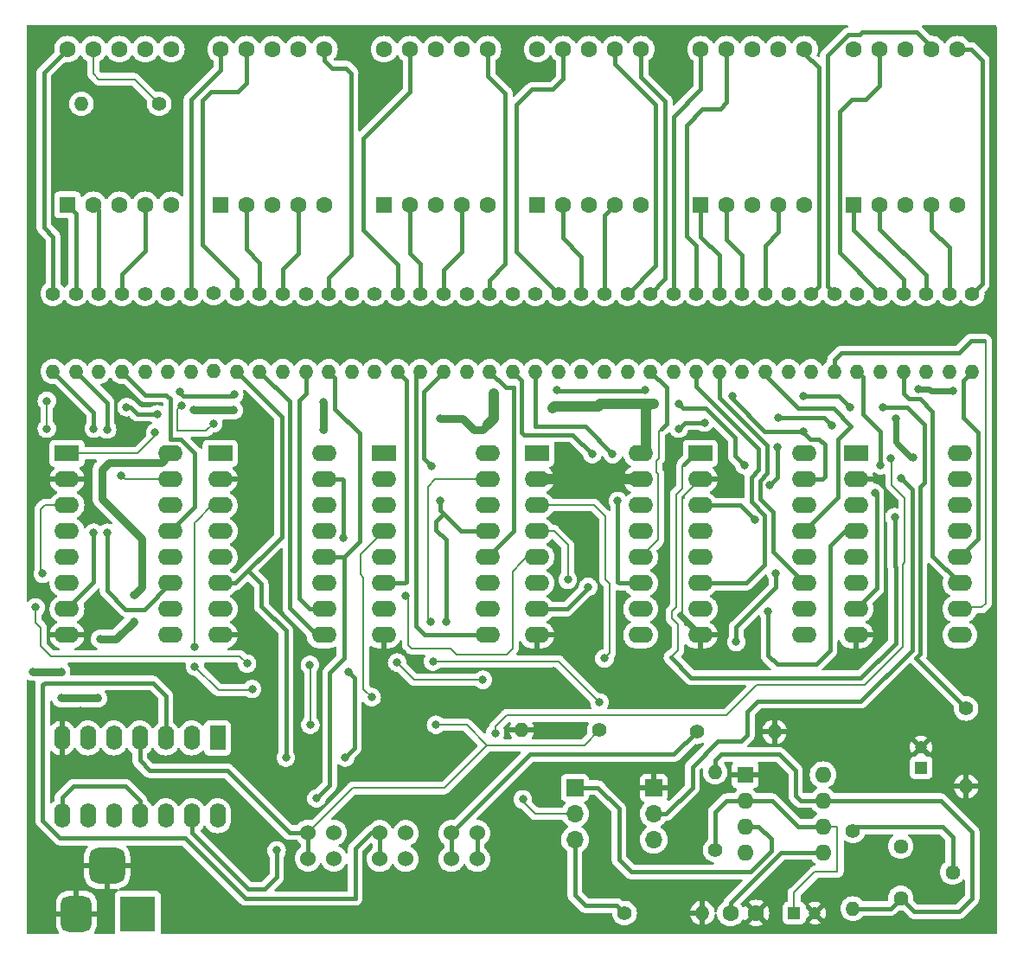
<source format=gbr>
%TF.GenerationSoftware,KiCad,Pcbnew,(6.0.2)*%
%TF.CreationDate,2022-08-16T16:31:06+04:00*%
%TF.ProjectId,ClockPCB,436c6f63-6b50-4434-922e-6b696361645f,rev?*%
%TF.SameCoordinates,Original*%
%TF.FileFunction,Copper,L1,Top*%
%TF.FilePolarity,Positive*%
%FSLAX46Y46*%
G04 Gerber Fmt 4.6, Leading zero omitted, Abs format (unit mm)*
G04 Created by KiCad (PCBNEW (6.0.2)) date 2022-08-16 16:31:06*
%MOMM*%
%LPD*%
G01*
G04 APERTURE LIST*
G04 Aperture macros list*
%AMRoundRect*
0 Rectangle with rounded corners*
0 $1 Rounding radius*
0 $2 $3 $4 $5 $6 $7 $8 $9 X,Y pos of 4 corners*
0 Add a 4 corners polygon primitive as box body*
4,1,4,$2,$3,$4,$5,$6,$7,$8,$9,$2,$3,0*
0 Add four circle primitives for the rounded corners*
1,1,$1+$1,$2,$3*
1,1,$1+$1,$4,$5*
1,1,$1+$1,$6,$7*
1,1,$1+$1,$8,$9*
0 Add four rect primitives between the rounded corners*
20,1,$1+$1,$2,$3,$4,$5,0*
20,1,$1+$1,$4,$5,$6,$7,0*
20,1,$1+$1,$6,$7,$8,$9,0*
20,1,$1+$1,$8,$9,$2,$3,0*%
G04 Aperture macros list end*
%TA.AperFunction,ComponentPad*%
%ADD10O,2.400000X1.600000*%
%TD*%
%TA.AperFunction,ComponentPad*%
%ADD11R,2.400000X1.600000*%
%TD*%
%TA.AperFunction,ComponentPad*%
%ADD12R,3.500000X3.500000*%
%TD*%
%TA.AperFunction,ComponentPad*%
%ADD13RoundRect,0.750000X-0.750000X-1.000000X0.750000X-1.000000X0.750000X1.000000X-0.750000X1.000000X0*%
%TD*%
%TA.AperFunction,ComponentPad*%
%ADD14RoundRect,0.875000X-0.875000X-0.875000X0.875000X-0.875000X0.875000X0.875000X-0.875000X0.875000X0*%
%TD*%
%TA.AperFunction,ComponentPad*%
%ADD15R,1.200000X1.200000*%
%TD*%
%TA.AperFunction,ComponentPad*%
%ADD16C,1.200000*%
%TD*%
%TA.AperFunction,ComponentPad*%
%ADD17R,1.600000X1.600000*%
%TD*%
%TA.AperFunction,ComponentPad*%
%ADD18C,1.600000*%
%TD*%
%TA.AperFunction,ComponentPad*%
%ADD19O,1.700000X1.700000*%
%TD*%
%TA.AperFunction,ComponentPad*%
%ADD20R,1.700000X1.700000*%
%TD*%
%TA.AperFunction,ComponentPad*%
%ADD21O,1.600000X1.600000*%
%TD*%
%TA.AperFunction,ComponentPad*%
%ADD22R,1.600000X2.400000*%
%TD*%
%TA.AperFunction,ComponentPad*%
%ADD23O,1.600000X2.400000*%
%TD*%
%TA.AperFunction,ComponentPad*%
%ADD24C,1.524000*%
%TD*%
%TA.AperFunction,ComponentPad*%
%ADD25C,1.400000*%
%TD*%
%TA.AperFunction,ComponentPad*%
%ADD26O,1.400000X1.400000*%
%TD*%
%TA.AperFunction,ComponentPad*%
%ADD27C,1.440000*%
%TD*%
%TA.AperFunction,ViaPad*%
%ADD28C,0.800000*%
%TD*%
%TA.AperFunction,Conductor*%
%ADD29C,1.000000*%
%TD*%
%TA.AperFunction,Conductor*%
%ADD30C,0.800000*%
%TD*%
%TA.AperFunction,Conductor*%
%ADD31C,0.400000*%
%TD*%
%TA.AperFunction,Conductor*%
%ADD32C,0.600000*%
%TD*%
%TA.AperFunction,Conductor*%
%ADD33C,0.200000*%
%TD*%
G04 APERTURE END LIST*
D10*
%TO.P,U-Hx1,16,Vdd*%
%TO.N,VCC*%
X34035000Y-62825000D03*
%TO.P,U-Hx1,15,Reset*%
%TO.N,/HoursCount/Clk-Out*%
X34035000Y-65365000D03*
%TO.P,U-Hx1,14,c_Ungated*%
%TO.N,unconnected-(U-Hx1-Pad14)*%
X34035000Y-67905000D03*
%TO.P,U-Hx1,13,c*%
%TO.N,Net-(R35-Pad2)*%
X34035000Y-70445000D03*
%TO.P,U-Hx1,12,b*%
%TO.N,Net-(R34-Pad2)*%
X34035000Y-72985000D03*
%TO.P,U-Hx1,11,e*%
%TO.N,Net-(R37-Pad2)*%
X34035000Y-75525000D03*
%TO.P,U-Hx1,10,a*%
%TO.N,Net-(R33-Pad2)*%
X34035000Y-78065000D03*
%TO.P,U-Hx1,9,d*%
%TO.N,Net-(R36-Pad2)*%
X34035000Y-80605000D03*
%TO.P,U-Hx1,8,Vss*%
%TO.N,GND*%
X23875000Y-80605000D03*
%TO.P,U-Hx1,7,g*%
%TO.N,Net-(R38-Pad2)*%
X23875000Y-78065000D03*
%TO.P,U-Hx1,6,f*%
%TO.N,Net-(R-xx1-Pad2)*%
X23875000Y-75525000D03*
%TO.P,U-Hx1,5,Carry*%
%TO.N,unconnected-(U-Hx1-Pad5)*%
X23875000Y-72985000D03*
%TO.P,U-Hx1,4,Disp_Enable_Out*%
%TO.N,/HoursCount/Disp_En*%
X23875000Y-70445000D03*
%TO.P,U-Hx1,3,Disp_Enable*%
%TO.N,Net-(U-Hx1-Pad3)*%
X23875000Y-67905000D03*
%TO.P,U-Hx1,2,Clk_Inhibit*%
%TO.N,GND*%
X23875000Y-65365000D03*
D11*
%TO.P,U-Hx1,1,Clk*%
%TO.N,Net-(U-Hx1-Pad1)*%
X23875000Y-62825000D03*
%TD*%
D12*
%TO.P,J1,1*%
%TO.N,VCC*%
X30800000Y-107900000D03*
D13*
%TO.P,J1,2*%
%TO.N,GND*%
X24800000Y-107900000D03*
D14*
%TO.P,J1,3*%
X27800000Y-103200000D03*
%TD*%
D15*
%TO.P,C1,1*%
%TO.N,VCC*%
X107500000Y-93600000D03*
D16*
%TO.P,C1,2*%
%TO.N,GND*%
X107500000Y-91600000D03*
%TD*%
D17*
%TO.P,U-DMx1,1,E*%
%TO.N,Net-(R23-Pad1)*%
X54920000Y-38497500D03*
D18*
%TO.P,U-DMx1,2,D*%
%TO.N,Net-(R22-Pad1)*%
X57460000Y-38497500D03*
%TO.P,U-DMx1,3,CC*%
%TO.N,VCC*%
X60000000Y-38497500D03*
%TO.P,U-DMx1,4,C*%
%TO.N,Net-(R21-Pad1)*%
X62540000Y-38497500D03*
%TO.P,U-DMx1,5,DP*%
%TO.N,unconnected-(U-DMx1-Pad5)*%
X65080000Y-38497500D03*
%TO.P,U-DMx1,6,B*%
%TO.N,Net-(R20-Pad1)*%
X65080000Y-23257500D03*
%TO.P,U-DMx1,7,A*%
%TO.N,Net-(R19-Pad1)*%
X62540000Y-23257500D03*
%TO.P,U-DMx1,8,CC*%
%TO.N,VCC*%
X60000000Y-23257500D03*
%TO.P,U-DMx1,9,F*%
%TO.N,Net-(R24-Pad1)*%
X57460000Y-23257500D03*
%TO.P,U-DMx1,10,G*%
%TO.N,Net-(R25-Pad1)*%
X54920000Y-23257500D03*
%TD*%
D17*
%TO.P,U-DHx1,1,E*%
%TO.N,Net-(R37-Pad1)*%
X23920000Y-38497500D03*
D18*
%TO.P,U-DHx1,2,D*%
%TO.N,Net-(R36-Pad1)*%
X26460000Y-38497500D03*
%TO.P,U-DHx1,3,CC*%
%TO.N,VCC*%
X29000000Y-38497500D03*
%TO.P,U-DHx1,4,C*%
%TO.N,Net-(R35-Pad1)*%
X31540000Y-38497500D03*
%TO.P,U-DHx1,5,DP*%
%TO.N,unconnected-(U-DHx1-Pad5)*%
X34080000Y-38497500D03*
%TO.P,U-DHx1,6,B*%
%TO.N,Net-(R34-Pad1)*%
X34080000Y-23257500D03*
%TO.P,U-DHx1,7,A*%
%TO.N,Net-(R33-Pad1)*%
X31540000Y-23257500D03*
%TO.P,U-DHx1,8,CC*%
%TO.N,VCC*%
X29000000Y-23257500D03*
%TO.P,U-DHx1,9,F*%
%TO.N,Net-(R-xx1-Pad1)*%
X26460000Y-23257500D03*
%TO.P,U-DHx1,10,G*%
%TO.N,Net-(R38-Pad1)*%
X23920000Y-23257500D03*
%TD*%
D17*
%TO.P,U-DxH1,1,E*%
%TO.N,Net-(R43-Pad1)*%
X38920000Y-38497500D03*
D18*
%TO.P,U-DxH1,2,D*%
%TO.N,Net-(R42-Pad1)*%
X41460000Y-38497500D03*
%TO.P,U-DxH1,3,CC*%
%TO.N,VCC*%
X44000000Y-38497500D03*
%TO.P,U-DxH1,4,C*%
%TO.N,Net-(R41-Pad1)*%
X46540000Y-38497500D03*
%TO.P,U-DxH1,5,DP*%
%TO.N,unconnected-(U-DxH1-Pad5)*%
X49080000Y-38497500D03*
%TO.P,U-DxH1,6,B*%
%TO.N,Net-(R40-Pad1)*%
X49080000Y-23257500D03*
%TO.P,U-DxH1,7,A*%
%TO.N,Net-(R39-Pad1)*%
X46540000Y-23257500D03*
%TO.P,U-DxH1,8,CC*%
%TO.N,VCC*%
X44000000Y-23257500D03*
%TO.P,U-DxH1,9,F*%
%TO.N,Net-(R44-Pad1)*%
X41460000Y-23257500D03*
%TO.P,U-DxH1,10,G*%
%TO.N,Net-(R45-Pad1)*%
X38920000Y-23257500D03*
%TD*%
D17*
%TO.P,U-DSx1,1,E*%
%TO.N,Net-(R9-Pad1)*%
X85920000Y-38497500D03*
D18*
%TO.P,U-DSx1,2,D*%
%TO.N,Net-(R8-Pad1)*%
X88460000Y-38497500D03*
%TO.P,U-DSx1,3,CC*%
%TO.N,VCC*%
X91000000Y-38497500D03*
%TO.P,U-DSx1,4,C*%
%TO.N,Net-(R7-Pad1)*%
X93540000Y-38497500D03*
%TO.P,U-DSx1,5,DP*%
%TO.N,unconnected-(U-DSx1-Pad5)*%
X96080000Y-38497500D03*
%TO.P,U-DSx1,6,B*%
%TO.N,Net-(R6-Pad1)*%
X96080000Y-23257500D03*
%TO.P,U-DSx1,7,A*%
%TO.N,Net-(R5-Pad1)*%
X93540000Y-23257500D03*
%TO.P,U-DSx1,8,CC*%
%TO.N,VCC*%
X91000000Y-23257500D03*
%TO.P,U-DSx1,9,F*%
%TO.N,Net-(R10-Pad1)*%
X88460000Y-23257500D03*
%TO.P,U-DSx1,10,G*%
%TO.N,Net-(R11-Pad1)*%
X85920000Y-23257500D03*
%TD*%
D17*
%TO.P,U-DxS1,1,E*%
%TO.N,Net-(R16-Pad1)*%
X100920000Y-38497500D03*
D18*
%TO.P,U-DxS1,2,D*%
%TO.N,Net-(R15-Pad1)*%
X103460000Y-38497500D03*
%TO.P,U-DxS1,3,CC*%
%TO.N,VCC*%
X106000000Y-38497500D03*
%TO.P,U-DxS1,4,C*%
%TO.N,Net-(R14-Pad1)*%
X108540000Y-38497500D03*
%TO.P,U-DxS1,5,DP*%
%TO.N,unconnected-(U-DxS1-Pad5)*%
X111080000Y-38497500D03*
%TO.P,U-DxS1,6,B*%
%TO.N,Net-(R13-Pad1)*%
X111080000Y-23257500D03*
%TO.P,U-DxS1,7,A*%
%TO.N,Net-(R12-Pad1)*%
X108540000Y-23257500D03*
%TO.P,U-DxS1,8,CC*%
%TO.N,VCC*%
X106000000Y-23257500D03*
%TO.P,U-DxS1,9,F*%
%TO.N,Net-(R17-Pad1)*%
X103460000Y-23257500D03*
%TO.P,U-DxS1,10,G*%
%TO.N,Net-(R18-Pad1)*%
X100920000Y-23257500D03*
%TD*%
D17*
%TO.P,U-DxM1,1,E*%
%TO.N,Net-(R30-Pad1)*%
X69920000Y-38497500D03*
D18*
%TO.P,U-DxM1,2,D*%
%TO.N,Net-(R29-Pad1)*%
X72460000Y-38497500D03*
%TO.P,U-DxM1,3,CC*%
%TO.N,VCC*%
X75000000Y-38497500D03*
%TO.P,U-DxM1,4,C*%
%TO.N,Net-(R28-Pad1)*%
X77540000Y-38497500D03*
%TO.P,U-DxM1,5,DP*%
%TO.N,unconnected-(U-DxM1-Pad5)*%
X80080000Y-38497500D03*
%TO.P,U-DxM1,6,B*%
%TO.N,Net-(R27-Pad1)*%
X80080000Y-23257500D03*
%TO.P,U-DxM1,7,A*%
%TO.N,Net-(R26-Pad1)*%
X77540000Y-23257500D03*
%TO.P,U-DxM1,8,CC*%
%TO.N,VCC*%
X75000000Y-23257500D03*
%TO.P,U-DxM1,9,F*%
%TO.N,Net-(R31-Pad1)*%
X72460000Y-23257500D03*
%TO.P,U-DxM1,10,G*%
%TO.N,Net-(R32-Pad1)*%
X69920000Y-23257500D03*
%TD*%
D19*
%TO.P,TimeSet,3,C*%
%TO.N,Net-(R4-Pad1)*%
X73600000Y-100640000D03*
%TO.P,TimeSet,2,B*%
%TO.N,/SecondsCount/Clock-In*%
X73600000Y-98100000D03*
D20*
%TO.P,TimeSet,1,A*%
%TO.N,/clock-circuit/Clock*%
X73600000Y-95560000D03*
%TD*%
%TO.P,Display,1,A*%
%TO.N,GND*%
X81325000Y-95575000D03*
D19*
%TO.P,Display,2,B*%
%TO.N,/SecondsCount/Disp_In*%
X81325000Y-98115000D03*
%TO.P,Display,3,C*%
%TO.N,VCC*%
X81325000Y-100655000D03*
%TD*%
D17*
%TO.P,U2,1,GND*%
%TO.N,GND*%
X90280000Y-94290000D03*
D21*
%TO.P,U2,2,TR*%
%TO.N,Net-(Ctime1-Pad1)*%
X90280000Y-96830000D03*
%TO.P,U2,3,Q*%
%TO.N,/clock-circuit/Clock*%
X90280000Y-99370000D03*
%TO.P,U2,4,R*%
%TO.N,VCC*%
X90280000Y-101910000D03*
%TO.P,U2,5,CV*%
%TO.N,Net-(Cd1-Pad1)*%
X97900000Y-101910000D03*
%TO.P,U2,6,THR*%
%TO.N,Net-(Ctime1-Pad1)*%
X97900000Y-99370000D03*
%TO.P,U2,7,DIS*%
%TO.N,Net-(Ra1-Pad2)*%
X97900000Y-96830000D03*
%TO.P,U2,8,VCC*%
%TO.N,VCC*%
X97900000Y-94290000D03*
%TD*%
D22*
%TO.P,U1,1*%
%TO.N,Net-(R9-Pad2)*%
X38620000Y-90700000D03*
D23*
%TO.P,U1,2*%
%TO.N,Net-(R7-Pad2)*%
X36080000Y-90700000D03*
%TO.P,U1,3*%
%TO.N,/MinutesCount/Clock-In*%
X33540000Y-90700000D03*
%TO.P,U1,4*%
%TO.N,/HoursCount/Clock-In*%
X31000000Y-90700000D03*
%TO.P,U1,5*%
%TO.N,Net-(R23-Pad2)*%
X28460000Y-90700000D03*
%TO.P,U1,6*%
%TO.N,Net-(R21-Pad2)*%
X25920000Y-90700000D03*
%TO.P,U1,7,VSS*%
%TO.N,GND*%
X23380000Y-90700000D03*
%TO.P,U1,8*%
%TO.N,Net-(U1-Pad11)*%
X23380000Y-98320000D03*
%TO.P,U1,9*%
%TO.N,Net-(R38-Pad2)*%
X25920000Y-98320000D03*
%TO.P,U1,10*%
%TO.N,/HoursCount/Clk-Out*%
X28460000Y-98320000D03*
%TO.P,U1,11*%
%TO.N,Net-(U1-Pad11)*%
X31000000Y-98320000D03*
%TO.P,U1,12*%
%TO.N,Net-(R44-Pad2)*%
X33540000Y-98320000D03*
%TO.P,U1,13*%
%TO.N,Net-(R40-Pad2)*%
X36080000Y-98320000D03*
%TO.P,U1,14,VDD*%
%TO.N,VCC*%
X38620000Y-98320000D03*
%TD*%
D11*
%TO.P,U-xS1,1,Clk*%
%TO.N,/SecondsCount/Clock-In*%
X101125000Y-62825000D03*
D10*
%TO.P,U-xS1,2,Clk_Inhibit*%
%TO.N,GND*%
X101125000Y-65365000D03*
%TO.P,U-xS1,3,Disp_Enable*%
%TO.N,/SecondsCount/Disp_In*%
X101125000Y-67905000D03*
%TO.P,U-xS1,4,Disp_Enable_Out*%
%TO.N,Net-(U-Sx1-Pad3)*%
X101125000Y-70445000D03*
%TO.P,U-xS1,5,Carry*%
%TO.N,Net-(U-Sx1-Pad1)*%
X101125000Y-72985000D03*
%TO.P,U-xS1,6,f*%
%TO.N,Net-(R17-Pad2)*%
X101125000Y-75525000D03*
%TO.P,U-xS1,7,g*%
%TO.N,Net-(R18-Pad2)*%
X101125000Y-78065000D03*
%TO.P,U-xS1,8,Vss*%
%TO.N,GND*%
X101125000Y-80605000D03*
%TO.P,U-xS1,9,d*%
%TO.N,Net-(R15-Pad2)*%
X111285000Y-80605000D03*
%TO.P,U-xS1,10,a*%
%TO.N,Net-(R12-Pad2)*%
X111285000Y-78065000D03*
%TO.P,U-xS1,11,e*%
%TO.N,Net-(R16-Pad2)*%
X111285000Y-75525000D03*
%TO.P,U-xS1,12,b*%
%TO.N,Net-(R13-Pad2)*%
X111285000Y-72985000D03*
%TO.P,U-xS1,13,c*%
%TO.N,Net-(R14-Pad2)*%
X111285000Y-70445000D03*
%TO.P,U-xS1,14,c_Ungated*%
%TO.N,unconnected-(U-xS1-Pad14)*%
X111285000Y-67905000D03*
%TO.P,U-xS1,15,Reset*%
%TO.N,/SecondsCount/Reset*%
X111285000Y-65365000D03*
%TO.P,U-xS1,16,Vdd*%
%TO.N,VCC*%
X111285000Y-62825000D03*
%TD*%
%TO.P,U-xM1,16,Vdd*%
%TO.N,VCC*%
X80035000Y-62825000D03*
%TO.P,U-xM1,15,Reset*%
%TO.N,GND*%
X80035000Y-65365000D03*
%TO.P,U-xM1,14,c_Ungated*%
%TO.N,unconnected-(U-xM1-Pad14)*%
X80035000Y-67905000D03*
%TO.P,U-xM1,13,c*%
%TO.N,Net-(R28-Pad2)*%
X80035000Y-70445000D03*
%TO.P,U-xM1,12,b*%
%TO.N,Net-(R27-Pad2)*%
X80035000Y-72985000D03*
%TO.P,U-xM1,11,e*%
%TO.N,Net-(R30-Pad2)*%
X80035000Y-75525000D03*
%TO.P,U-xM1,10,a*%
%TO.N,Net-(R26-Pad2)*%
X80035000Y-78065000D03*
%TO.P,U-xM1,9,d*%
%TO.N,Net-(R29-Pad2)*%
X80035000Y-80605000D03*
%TO.P,U-xM1,8,Vss*%
%TO.N,GND*%
X69875000Y-80605000D03*
%TO.P,U-xM1,7,g*%
%TO.N,Net-(R32-Pad2)*%
X69875000Y-78065000D03*
%TO.P,U-xM1,6,f*%
%TO.N,Net-(R31-Pad2)*%
X69875000Y-75525000D03*
%TO.P,U-xM1,5,Carry*%
%TO.N,Net-(U-Mx1-Pad1)*%
X69875000Y-72985000D03*
%TO.P,U-xM1,4,Disp_Enable_Out*%
%TO.N,Net-(U-Mx1-Pad3)*%
X69875000Y-70445000D03*
%TO.P,U-xM1,3,Disp_Enable*%
%TO.N,/MinutesCount/Disp_In*%
X69875000Y-67905000D03*
%TO.P,U-xM1,2,Clk_Inhibit*%
%TO.N,GND*%
X69875000Y-65365000D03*
D11*
%TO.P,U-xM1,1,Clk*%
%TO.N,/MinutesCount/Clock-In*%
X69875000Y-62825000D03*
%TD*%
%TO.P,U-xH1,1,Clk*%
%TO.N,/HoursCount/Clock-In*%
X38875000Y-62825000D03*
D10*
%TO.P,U-xH1,2,Clk_Inhibit*%
%TO.N,GND*%
X38875000Y-65365000D03*
%TO.P,U-xH1,3,Disp_Enable*%
%TO.N,/HoursCount/Disp_In*%
X38875000Y-67905000D03*
%TO.P,U-xH1,4,Disp_Enable_Out*%
%TO.N,Net-(U-Hx1-Pad3)*%
X38875000Y-70445000D03*
%TO.P,U-xH1,5,Carry*%
%TO.N,Net-(U-Hx1-Pad1)*%
X38875000Y-72985000D03*
%TO.P,U-xH1,6,f*%
%TO.N,Net-(R44-Pad2)*%
X38875000Y-75525000D03*
%TO.P,U-xH1,7,g*%
%TO.N,Net-(R45-Pad2)*%
X38875000Y-78065000D03*
%TO.P,U-xH1,8,Vss*%
%TO.N,GND*%
X38875000Y-80605000D03*
%TO.P,U-xH1,9,d*%
%TO.N,Net-(R42-Pad2)*%
X49035000Y-80605000D03*
%TO.P,U-xH1,10,a*%
%TO.N,Net-(R39-Pad2)*%
X49035000Y-78065000D03*
%TO.P,U-xH1,11,e*%
%TO.N,Net-(R43-Pad2)*%
X49035000Y-75525000D03*
%TO.P,U-xH1,12,b*%
%TO.N,Net-(R40-Pad2)*%
X49035000Y-72985000D03*
%TO.P,U-xH1,13,c*%
%TO.N,Net-(R41-Pad2)*%
X49035000Y-70445000D03*
%TO.P,U-xH1,14,c_Ungated*%
%TO.N,unconnected-(U-xH1-Pad14)*%
X49035000Y-67905000D03*
%TO.P,U-xH1,15,Reset*%
%TO.N,/HoursCount/Clk-Out*%
X49035000Y-65365000D03*
%TO.P,U-xH1,16,Vdd*%
%TO.N,VCC*%
X49035000Y-62825000D03*
%TD*%
D11*
%TO.P,U-Sx1,1,Clk*%
%TO.N,Net-(U-Sx1-Pad1)*%
X85875000Y-62825000D03*
D10*
%TO.P,U-Sx1,2,Clk_Inhibit*%
%TO.N,GND*%
X85875000Y-65365000D03*
%TO.P,U-Sx1,3,Disp_Enable*%
%TO.N,Net-(U-Sx1-Pad3)*%
X85875000Y-67905000D03*
%TO.P,U-Sx1,4,Disp_Enable_Out*%
%TO.N,/MinutesCount/Disp_In*%
X85875000Y-70445000D03*
%TO.P,U-Sx1,5,Carry*%
%TO.N,unconnected-(U-Sx1-Pad5)*%
X85875000Y-72985000D03*
%TO.P,U-Sx1,6,f*%
%TO.N,Net-(R10-Pad2)*%
X85875000Y-75525000D03*
%TO.P,U-Sx1,7,g*%
%TO.N,Net-(R11-Pad2)*%
X85875000Y-78065000D03*
%TO.P,U-Sx1,8,Vss*%
%TO.N,GND*%
X85875000Y-80605000D03*
%TO.P,U-Sx1,9,d*%
%TO.N,Net-(R8-Pad2)*%
X96035000Y-80605000D03*
%TO.P,U-Sx1,10,a*%
%TO.N,Net-(R5-Pad2)*%
X96035000Y-78065000D03*
%TO.P,U-Sx1,11,e*%
%TO.N,Net-(R9-Pad2)*%
X96035000Y-75525000D03*
%TO.P,U-Sx1,12,b*%
%TO.N,Net-(R6-Pad2)*%
X96035000Y-72985000D03*
%TO.P,U-Sx1,13,c*%
%TO.N,Net-(R7-Pad2)*%
X96035000Y-70445000D03*
%TO.P,U-Sx1,14,c_Ungated*%
%TO.N,unconnected-(U-Sx1-Pad14)*%
X96035000Y-67905000D03*
%TO.P,U-Sx1,15,Reset*%
%TO.N,/MinutesCount/Clock-In*%
X96035000Y-65365000D03*
%TO.P,U-Sx1,16,Vdd*%
%TO.N,VCC*%
X96035000Y-62825000D03*
%TD*%
D11*
%TO.P,U-Mx1,1,Clk*%
%TO.N,Net-(U-Mx1-Pad1)*%
X54875000Y-62825000D03*
D10*
%TO.P,U-Mx1,2,Clk_Inhibit*%
%TO.N,GND*%
X54875000Y-65365000D03*
%TO.P,U-Mx1,3,Disp_Enable*%
%TO.N,Net-(U-Mx1-Pad3)*%
X54875000Y-67905000D03*
%TO.P,U-Mx1,4,Disp_Enable_Out*%
%TO.N,/HoursCount/Disp_In*%
X54875000Y-70445000D03*
%TO.P,U-Mx1,5,Carry*%
%TO.N,unconnected-(U-Mx1-Pad5)*%
X54875000Y-72985000D03*
%TO.P,U-Mx1,6,f*%
%TO.N,Net-(R24-Pad2)*%
X54875000Y-75525000D03*
%TO.P,U-Mx1,7,g*%
%TO.N,Net-(R25-Pad2)*%
X54875000Y-78065000D03*
%TO.P,U-Mx1,8,Vss*%
%TO.N,GND*%
X54875000Y-80605000D03*
%TO.P,U-Mx1,9,d*%
%TO.N,Net-(R22-Pad2)*%
X65035000Y-80605000D03*
%TO.P,U-Mx1,10,a*%
%TO.N,Net-(R19-Pad2)*%
X65035000Y-78065000D03*
%TO.P,U-Mx1,11,e*%
%TO.N,Net-(R23-Pad2)*%
X65035000Y-75525000D03*
%TO.P,U-Mx1,12,b*%
%TO.N,Net-(R20-Pad2)*%
X65035000Y-72985000D03*
%TO.P,U-Mx1,13,c*%
%TO.N,Net-(R21-Pad2)*%
X65035000Y-70445000D03*
%TO.P,U-Mx1,14,c_Ungated*%
%TO.N,unconnected-(U-Mx1-Pad14)*%
X65035000Y-67905000D03*
%TO.P,U-Mx1,15,Reset*%
%TO.N,/HoursCount/Clock-In*%
X65035000Y-65365000D03*
%TO.P,U-Mx1,16,Vdd*%
%TO.N,VCC*%
X65035000Y-62825000D03*
%TD*%
D24*
%TO.P,Zero,1,1*%
%TO.N,/SecondsCount/Reset*%
X61500000Y-100000000D03*
X61500000Y-102540000D03*
%TO.P,Zero,2,2*%
%TO.N,VCC*%
X64040000Y-102540000D03*
X64040000Y-100000000D03*
%TD*%
D25*
%TO.P,Rb1,1*%
%TO.N,Net-(Ctime1-Pad1)*%
X87330000Y-101650000D03*
D26*
%TO.P,Rb1,2*%
%TO.N,Net-(Ra1-Pad2)*%
X87330000Y-94030000D03*
%TD*%
D27*
%TO.P,RaTune1,1,1*%
%TO.N,Net-(Ra1-Pad2)*%
X105500000Y-106380000D03*
%TO.P,RaTune1,2,2*%
%TO.N,VCC*%
X110580000Y-103840000D03*
%TO.P,RaTune1,3,3*%
%TO.N,unconnected-(RaTune1-Pad3)*%
X105500000Y-101300000D03*
%TD*%
D25*
%TO.P,Ra1,1*%
%TO.N,VCC*%
X100830000Y-99780000D03*
D26*
%TO.P,Ra1,2*%
%TO.N,Net-(Ra1-Pad2)*%
X100830000Y-107400000D03*
%TD*%
%TO.P,R45,2*%
%TO.N,Net-(R45-Pad2)*%
X36000000Y-54810000D03*
D25*
%TO.P,R45,1*%
%TO.N,Net-(R45-Pad1)*%
X36000000Y-47190000D03*
%TD*%
D26*
%TO.P,R44,2*%
%TO.N,Net-(R44-Pad2)*%
X40500000Y-54810000D03*
D25*
%TO.P,R44,1*%
%TO.N,Net-(R44-Pad1)*%
X40500000Y-47190000D03*
%TD*%
%TO.P,R43,1*%
%TO.N,Net-(R43-Pad1)*%
X38250000Y-47130000D03*
D26*
%TO.P,R43,2*%
%TO.N,Net-(R43-Pad2)*%
X38250000Y-54750000D03*
%TD*%
%TO.P,R42,2*%
%TO.N,Net-(R42-Pad2)*%
X42750000Y-54810000D03*
D25*
%TO.P,R42,1*%
%TO.N,Net-(R42-Pad1)*%
X42750000Y-47190000D03*
%TD*%
D26*
%TO.P,R41,2*%
%TO.N,Net-(R41-Pad2)*%
X45000000Y-54810000D03*
D25*
%TO.P,R41,1*%
%TO.N,Net-(R41-Pad1)*%
X45000000Y-47190000D03*
%TD*%
D26*
%TO.P,R40,2*%
%TO.N,Net-(R40-Pad2)*%
X49500000Y-54810000D03*
D25*
%TO.P,R40,1*%
%TO.N,Net-(R40-Pad1)*%
X49500000Y-47190000D03*
%TD*%
D26*
%TO.P,R39,2*%
%TO.N,Net-(R39-Pad2)*%
X47250000Y-54810000D03*
D25*
%TO.P,R39,1*%
%TO.N,Net-(R39-Pad1)*%
X47250000Y-47190000D03*
%TD*%
D26*
%TO.P,R38,2*%
%TO.N,Net-(R38-Pad2)*%
X22500000Y-54810000D03*
D25*
%TO.P,R38,1*%
%TO.N,Net-(R38-Pad1)*%
X22500000Y-47190000D03*
%TD*%
D26*
%TO.P,R37,2*%
%TO.N,Net-(R37-Pad2)*%
X24750000Y-54810000D03*
D25*
%TO.P,R37,1*%
%TO.N,Net-(R37-Pad1)*%
X24750000Y-47190000D03*
%TD*%
D26*
%TO.P,R36,2*%
%TO.N,Net-(R36-Pad2)*%
X27000000Y-54810000D03*
D25*
%TO.P,R36,1*%
%TO.N,Net-(R36-Pad1)*%
X27000000Y-47190000D03*
%TD*%
D26*
%TO.P,R35,2*%
%TO.N,Net-(R35-Pad2)*%
X29250000Y-54810000D03*
D25*
%TO.P,R35,1*%
%TO.N,Net-(R35-Pad1)*%
X29250000Y-47190000D03*
%TD*%
D26*
%TO.P,R34,2*%
%TO.N,Net-(R34-Pad2)*%
X33750000Y-54810000D03*
D25*
%TO.P,R34,1*%
%TO.N,Net-(R34-Pad1)*%
X33750000Y-47190000D03*
%TD*%
D26*
%TO.P,R33,2*%
%TO.N,Net-(R33-Pad2)*%
X31500000Y-54810000D03*
D25*
%TO.P,R33,1*%
%TO.N,Net-(R33-Pad1)*%
X31500000Y-47190000D03*
%TD*%
D26*
%TO.P,R32,2*%
%TO.N,Net-(R32-Pad2)*%
X67500000Y-54810000D03*
D25*
%TO.P,R32,1*%
%TO.N,Net-(R32-Pad1)*%
X67500000Y-47190000D03*
%TD*%
D26*
%TO.P,R31,2*%
%TO.N,Net-(R31-Pad2)*%
X72000000Y-54810000D03*
D25*
%TO.P,R31,1*%
%TO.N,Net-(R31-Pad1)*%
X72000000Y-47190000D03*
%TD*%
D26*
%TO.P,R30,2*%
%TO.N,Net-(R30-Pad2)*%
X69750000Y-54810000D03*
D25*
%TO.P,R30,1*%
%TO.N,Net-(R30-Pad1)*%
X69750000Y-47190000D03*
%TD*%
D26*
%TO.P,R29,2*%
%TO.N,Net-(R29-Pad2)*%
X74250000Y-54810000D03*
D25*
%TO.P,R29,1*%
%TO.N,Net-(R29-Pad1)*%
X74250000Y-47190000D03*
%TD*%
D26*
%TO.P,R28,2*%
%TO.N,Net-(R28-Pad2)*%
X76500000Y-54810000D03*
D25*
%TO.P,R28,1*%
%TO.N,Net-(R28-Pad1)*%
X76500000Y-47190000D03*
%TD*%
D26*
%TO.P,R27,2*%
%TO.N,Net-(R27-Pad2)*%
X81000000Y-54810000D03*
D25*
%TO.P,R27,1*%
%TO.N,Net-(R27-Pad1)*%
X81000000Y-47190000D03*
%TD*%
D26*
%TO.P,R26,2*%
%TO.N,Net-(R26-Pad2)*%
X78750000Y-54810000D03*
D25*
%TO.P,R26,1*%
%TO.N,Net-(R26-Pad1)*%
X78750000Y-47190000D03*
%TD*%
D26*
%TO.P,R25,2*%
%TO.N,Net-(R25-Pad2)*%
X51750000Y-54810000D03*
D25*
%TO.P,R25,1*%
%TO.N,Net-(R25-Pad1)*%
X51750000Y-47190000D03*
%TD*%
D26*
%TO.P,R24,2*%
%TO.N,Net-(R24-Pad2)*%
X56250000Y-54810000D03*
D25*
%TO.P,R24,1*%
%TO.N,Net-(R24-Pad1)*%
X56250000Y-47190000D03*
%TD*%
D26*
%TO.P,R23,2*%
%TO.N,Net-(R23-Pad2)*%
X54000000Y-54810000D03*
D25*
%TO.P,R23,1*%
%TO.N,Net-(R23-Pad1)*%
X54000000Y-47190000D03*
%TD*%
D26*
%TO.P,R22,2*%
%TO.N,Net-(R22-Pad2)*%
X58500000Y-54810000D03*
D25*
%TO.P,R22,1*%
%TO.N,Net-(R22-Pad1)*%
X58500000Y-47190000D03*
%TD*%
D26*
%TO.P,R21,2*%
%TO.N,Net-(R21-Pad2)*%
X60750000Y-54810000D03*
D25*
%TO.P,R21,1*%
%TO.N,Net-(R21-Pad1)*%
X60750000Y-47190000D03*
%TD*%
D26*
%TO.P,R20,2*%
%TO.N,Net-(R20-Pad2)*%
X65250000Y-54810000D03*
D25*
%TO.P,R20,1*%
%TO.N,Net-(R20-Pad1)*%
X65250000Y-47190000D03*
%TD*%
D26*
%TO.P,R19,2*%
%TO.N,Net-(R19-Pad2)*%
X63000000Y-54810000D03*
D25*
%TO.P,R19,1*%
%TO.N,Net-(R19-Pad1)*%
X63000000Y-47190000D03*
%TD*%
D26*
%TO.P,R18,2*%
%TO.N,Net-(R18-Pad2)*%
X101250000Y-54810000D03*
D25*
%TO.P,R18,1*%
%TO.N,Net-(R18-Pad1)*%
X101250000Y-47190000D03*
%TD*%
D26*
%TO.P,R17,2*%
%TO.N,Net-(R17-Pad2)*%
X103500000Y-54810000D03*
D25*
%TO.P,R17,1*%
%TO.N,Net-(R17-Pad1)*%
X103500000Y-47190000D03*
%TD*%
D26*
%TO.P,R16,2*%
%TO.N,Net-(R16-Pad2)*%
X105750000Y-54810000D03*
D25*
%TO.P,R16,1*%
%TO.N,Net-(R16-Pad1)*%
X105750000Y-47190000D03*
%TD*%
D26*
%TO.P,R15,2*%
%TO.N,Net-(R15-Pad2)*%
X108000000Y-54810000D03*
D25*
%TO.P,R15,1*%
%TO.N,Net-(R15-Pad1)*%
X108000000Y-47190000D03*
%TD*%
D26*
%TO.P,R14,2*%
%TO.N,Net-(R14-Pad2)*%
X110250000Y-54810000D03*
D25*
%TO.P,R14,1*%
%TO.N,Net-(R14-Pad1)*%
X110250000Y-47190000D03*
%TD*%
D26*
%TO.P,R13,2*%
%TO.N,Net-(R13-Pad2)*%
X112500000Y-54810000D03*
D25*
%TO.P,R13,1*%
%TO.N,Net-(R13-Pad1)*%
X112500000Y-47190000D03*
%TD*%
D26*
%TO.P,R12,2*%
%TO.N,Net-(R12-Pad2)*%
X99000000Y-54810000D03*
D25*
%TO.P,R12,1*%
%TO.N,Net-(R12-Pad1)*%
X99000000Y-47190000D03*
%TD*%
%TO.P,R11,1*%
%TO.N,Net-(R11-Pad1)*%
X83250000Y-47190000D03*
D26*
%TO.P,R11,2*%
%TO.N,Net-(R11-Pad2)*%
X83250000Y-54810000D03*
%TD*%
D25*
%TO.P,R10,1*%
%TO.N,Net-(R10-Pad1)*%
X85500000Y-47190000D03*
D26*
%TO.P,R10,2*%
%TO.N,Net-(R10-Pad2)*%
X85500000Y-54810000D03*
%TD*%
D25*
%TO.P,R9,1*%
%TO.N,Net-(R9-Pad1)*%
X87750000Y-47190000D03*
D26*
%TO.P,R9,2*%
%TO.N,Net-(R9-Pad2)*%
X87750000Y-54810000D03*
%TD*%
D25*
%TO.P,R8,1*%
%TO.N,Net-(R8-Pad1)*%
X90000000Y-47190000D03*
D26*
%TO.P,R8,2*%
%TO.N,Net-(R8-Pad2)*%
X90000000Y-54810000D03*
%TD*%
D25*
%TO.P,R7,1*%
%TO.N,Net-(R7-Pad1)*%
X92250000Y-47190000D03*
D26*
%TO.P,R7,2*%
%TO.N,Net-(R7-Pad2)*%
X92250000Y-54810000D03*
%TD*%
%TO.P,R6,2*%
%TO.N,Net-(R6-Pad2)*%
X96750000Y-54810000D03*
D25*
%TO.P,R6,1*%
%TO.N,Net-(R6-Pad1)*%
X96750000Y-47190000D03*
%TD*%
D26*
%TO.P,R5,2*%
%TO.N,Net-(R5-Pad2)*%
X94500000Y-54810000D03*
D25*
%TO.P,R5,1*%
%TO.N,Net-(R5-Pad1)*%
X94500000Y-47190000D03*
%TD*%
%TO.P,R4,1*%
%TO.N,Net-(R4-Pad1)*%
X78460000Y-107840000D03*
D26*
%TO.P,R4,2*%
%TO.N,GND*%
X86080000Y-107840000D03*
%TD*%
D25*
%TO.P,R3,1*%
%TO.N,/SecondsCount/Reset*%
X85520000Y-90090000D03*
D26*
%TO.P,R3,2*%
%TO.N,GND*%
X93140000Y-90090000D03*
%TD*%
D25*
%TO.P,R2,1*%
%TO.N,/MinutesCount/Clock-In*%
X111900000Y-87800000D03*
D26*
%TO.P,R2,2*%
%TO.N,GND*%
X111900000Y-95420000D03*
%TD*%
D25*
%TO.P,R1,1*%
%TO.N,/HoursCount/Clock-In*%
X76010000Y-89900000D03*
D26*
%TO.P,R1,2*%
%TO.N,GND*%
X68390000Y-89900000D03*
%TD*%
D25*
%TO.P,R-xx1,1*%
%TO.N,Net-(R-xx1-Pad1)*%
X32900000Y-28600000D03*
D26*
%TO.P,R-xx1,2*%
%TO.N,Net-(R-xx1-Pad2)*%
X25280000Y-28600000D03*
%TD*%
D24*
%TO.P,Minute,1,1*%
%TO.N,/MinutesCount/Clock-In*%
X54500000Y-100000000D03*
X54500000Y-102540000D03*
%TO.P,Minute,2,2*%
%TO.N,VCC*%
X57040000Y-102540000D03*
X57040000Y-100000000D03*
%TD*%
%TO.P,Hour,2,2*%
%TO.N,VCC*%
X50000000Y-99960000D03*
X50000000Y-102500000D03*
%TO.P,Hour,1,1*%
%TO.N,/HoursCount/Clock-In*%
X47460000Y-102500000D03*
X47460000Y-99960000D03*
%TD*%
D15*
%TO.P,Ctime1,1*%
%TO.N,Net-(Ctime1-Pad1)*%
X95080000Y-107840000D03*
D16*
%TO.P,Ctime1,2*%
%TO.N,GND*%
X97080000Y-107840000D03*
%TD*%
D18*
%TO.P,Cd1,1*%
%TO.N,Net-(Cd1-Pad1)*%
X88830000Y-107840000D03*
%TO.P,Cd1,2*%
%TO.N,GND*%
X91330000Y-107840000D03*
%TD*%
D28*
%TO.N,VCC*%
X63700000Y-60500000D03*
X65700000Y-57000000D03*
X83800000Y-58000000D03*
X71400000Y-58400000D03*
X75900000Y-58200000D03*
X81300000Y-58000000D03*
X105000000Y-59400000D03*
X106700000Y-63200000D03*
X107272594Y-56500480D03*
X110600000Y-56700000D03*
%TO.N,GND*%
X78600000Y-87200000D03*
X82600000Y-87300000D03*
X43500000Y-68300000D03*
X44500000Y-74000000D03*
X55200000Y-84600000D03*
X75700000Y-78000000D03*
X76500000Y-65500000D03*
%TO.N,VCC*%
X40200000Y-58600000D03*
%TO.N,Net-(U-Hx1-Pad3)*%
X20800000Y-77900000D03*
X21500000Y-74600000D03*
%TO.N,VCC*%
X20500000Y-84200000D03*
X23300000Y-84200000D03*
X23300000Y-86800000D03*
X26900000Y-86800000D03*
X27100000Y-81000000D03*
X30400000Y-79300000D03*
X30400000Y-76700000D03*
%TO.N,Net-(R-xx1-Pad2)*%
X21900000Y-60400000D03*
X21900000Y-57700000D03*
%TO.N,Net-(R30-Pad2)*%
X77300000Y-62900000D03*
X77800000Y-67500000D03*
%TO.N,VCC*%
X90200000Y-64000000D03*
X92700000Y-65900000D03*
X93400000Y-62200000D03*
X98800000Y-60100000D03*
X93500000Y-59300000D03*
%TO.N,Net-(R18-Pad2)*%
X103000000Y-66700000D03*
X103500000Y-64000000D03*
%TO.N,VCC*%
X36300480Y-58600000D03*
X60400000Y-59400000D03*
X49000000Y-57800000D03*
X49000000Y-60500000D03*
%TO.N,GND*%
X100800000Y-83200000D03*
X100500000Y-88400000D03*
X71500000Y-87300000D03*
X85700000Y-83200000D03*
X82500000Y-84100500D03*
X74800000Y-84100000D03*
X71500000Y-84100000D03*
X25100000Y-84000000D03*
X25200000Y-88000000D03*
X108800000Y-80000000D03*
X103500000Y-79200000D03*
%TO.N,/HoursCount/Disp_In*%
X53700000Y-86700500D03*
X42000000Y-85900000D03*
X36400000Y-83700000D03*
X36400000Y-81800000D03*
%TO.N,/HoursCount/Clock-In*%
X60000000Y-89400000D03*
X47700000Y-89400000D03*
X47650000Y-83550000D03*
%TO.N,/HoursCount/Clk-Out*%
X29700000Y-58300000D03*
X32700000Y-59000000D03*
X34900000Y-56800000D03*
X29200000Y-65000000D03*
X40250000Y-57050000D03*
%TO.N,Net-(U-Mx1-Pad3)*%
X56200000Y-83300000D03*
X64600000Y-85000000D03*
X72900000Y-75200000D03*
%TO.N,Net-(U-Mx1-Pad1)*%
X57000000Y-76800000D03*
%TO.N,Net-(R32-Pad2)*%
X75300000Y-62900000D03*
X74899011Y-75900000D03*
%TO.N,/MinutesCount/Disp_In*%
X76500000Y-82900000D03*
%TO.N,Net-(U-Hx1-Pad3)*%
X41500000Y-83400000D03*
%TO.N,Net-(R37-Pad2)*%
X27800000Y-60500000D03*
%TO.N,Net-(R38-Pad2)*%
X26500000Y-60400000D03*
X26500000Y-70600000D03*
%TO.N,Net-(R37-Pad2)*%
X27800000Y-70600000D03*
%TO.N,Net-(U-Hx1-Pad1)*%
X32500000Y-60800000D03*
X35057586Y-58169658D03*
X38200000Y-59900000D03*
%TO.N,Net-(R21-Pad2)*%
X59600000Y-64100000D03*
X60400000Y-67500000D03*
%TO.N,/HoursCount/Clock-In*%
X59500000Y-79300000D03*
X59700000Y-83200000D03*
X76010000Y-87210000D03*
%TO.N,/SecondsCount/Clock-In*%
X104499500Y-63334636D03*
X65800000Y-90200000D03*
X68500000Y-96700000D03*
%TO.N,Net-(R40-Pad2)*%
X48300000Y-96600000D03*
X44400000Y-101700000D03*
%TO.N,/HoursCount/Clk-Out*%
X50900000Y-71100000D03*
X51400000Y-84200980D03*
X51100000Y-92600000D03*
%TO.N,Net-(R44-Pad2)*%
X45300000Y-92600000D03*
%TO.N,Net-(R21-Pad2)*%
X61000000Y-79300000D03*
%TO.N,Net-(R7-Pad2)*%
X89400000Y-81300000D03*
X93300000Y-74600000D03*
%TO.N,/SecondsCount/Disp_In*%
X105500500Y-65300000D03*
%TO.N,/MinutesCount/Clock-In*%
X96000000Y-60700000D03*
X96000000Y-57200000D03*
X100500000Y-58300000D03*
X103800000Y-58300000D03*
%TO.N,Net-(U-Sx1-Pad1)*%
X104915167Y-69086293D03*
%TO.N,Net-(U-Sx1-Pad3)*%
X92500000Y-78300000D03*
X91200000Y-69300000D03*
%TO.N,/MinutesCount/Clock-In*%
X71800000Y-56600500D03*
X80500000Y-56643246D03*
X83767732Y-60404334D03*
X86300000Y-59800500D03*
X89000500Y-57200000D03*
%TD*%
D29*
%TO.N,VCC*%
X65700000Y-59400000D02*
X65700000Y-57000000D01*
X65100000Y-60000000D02*
X65700000Y-59400000D01*
D30*
X64600000Y-60500000D02*
X65100000Y-60000000D01*
X63700000Y-60500000D02*
X64600000Y-60500000D01*
X62600000Y-59400000D02*
X63700000Y-60500000D01*
X60400000Y-59400000D02*
X62600000Y-59400000D01*
D31*
%TO.N,Net-(R20-Pad2)*%
X66840000Y-56400000D02*
X67600000Y-56400000D01*
X67600000Y-56400000D02*
X67600000Y-70420000D01*
X65250000Y-54810000D02*
X66840000Y-56400000D01*
X67600000Y-70420000D02*
X65035000Y-72985000D01*
%TO.N,Net-(R32-Pad2)*%
X68600000Y-61000000D02*
X73400000Y-61000000D01*
X68399520Y-55709520D02*
X68399520Y-60799520D01*
X73400000Y-61000000D02*
X75300000Y-62900000D01*
X67500000Y-54810000D02*
X68399520Y-55709520D01*
X68399520Y-60799520D02*
X68600000Y-61000000D01*
%TO.N,VCC*%
X86413523Y-58400000D02*
X84200000Y-58400000D01*
X89300000Y-61286477D02*
X86413523Y-58400000D01*
X89300000Y-63100000D02*
X89300000Y-61286477D01*
X90200000Y-64000000D02*
X89300000Y-63100000D01*
X84200000Y-58400000D02*
X83800000Y-58000000D01*
D29*
X75900000Y-58200000D02*
X71600000Y-58200000D01*
X71600000Y-58200000D02*
X71400000Y-58400000D01*
X76100000Y-58000000D02*
X75900000Y-58200000D01*
X81300000Y-58000000D02*
X76100000Y-58000000D01*
D31*
%TO.N,Net-(R30-Pad2)*%
X74600480Y-60200480D02*
X77300000Y-62900000D01*
X69750000Y-60200480D02*
X74600480Y-60200480D01*
X69750000Y-54810000D02*
X69750000Y-60200480D01*
%TO.N,/MinutesCount/Clock-In*%
X80443246Y-56700000D02*
X80500000Y-56643246D01*
X71800000Y-56600500D02*
X71899500Y-56700000D01*
X71899500Y-56700000D02*
X80443246Y-56700000D01*
X84371566Y-59800500D02*
X83767732Y-60404334D01*
X86300000Y-59800500D02*
X84371566Y-59800500D01*
D29*
%TO.N,VCC*%
X81000000Y-58000000D02*
X81300000Y-58000000D01*
X80600000Y-58400000D02*
X81000000Y-58000000D01*
D31*
%TO.N,Net-(R27-Pad2)*%
X82550489Y-56360489D02*
X81000000Y-54810000D01*
X82550489Y-59949511D02*
X82550489Y-56360489D01*
X82100000Y-60400000D02*
X82550489Y-59949511D01*
D32*
%TO.N,VCC*%
X105000000Y-61700000D02*
X105000000Y-59400000D01*
X106500000Y-63200000D02*
X105000000Y-61700000D01*
X106700000Y-63200000D02*
X106500000Y-63200000D01*
D31*
%TO.N,/MinutesCount/Clock-In*%
X107400000Y-66068808D02*
X107800480Y-65668328D01*
X107400000Y-82430692D02*
X107400000Y-66068808D01*
X107800480Y-65668328D02*
X107800480Y-60000480D01*
X106100000Y-58300000D02*
X103800000Y-58300000D01*
X106965346Y-82865346D02*
X107400000Y-82430692D01*
X111900000Y-87800000D02*
X106965346Y-82865346D01*
X107800480Y-60000480D02*
X106100000Y-58300000D01*
%TO.N,Net-(R16-Pad2)*%
X108600000Y-72840000D02*
X111285000Y-75525000D01*
X108600000Y-58700000D02*
X108600000Y-72840000D01*
X105750000Y-56950000D02*
X106300480Y-57500480D01*
X105750000Y-54810000D02*
X105750000Y-56950000D01*
X106300480Y-57500480D02*
X107400480Y-57500480D01*
X107400480Y-57500480D02*
X108600000Y-58700000D01*
D33*
%TO.N,/SecondsCount/Clock-In*%
X65800000Y-89600000D02*
X65800000Y-90200000D01*
X66900000Y-88500000D02*
X65800000Y-89600000D01*
X88400000Y-88500000D02*
X66900000Y-88500000D01*
X102000000Y-85500000D02*
X91400000Y-85500000D01*
X105700000Y-81800000D02*
X102000000Y-85500000D01*
X105700960Y-81800000D02*
X105700000Y-81800000D01*
X91400000Y-85500000D02*
X88400000Y-88500000D01*
X105700960Y-73700960D02*
X105700960Y-81800000D01*
X105700000Y-73700000D02*
X105700960Y-73700960D01*
X105900960Y-67200960D02*
X105900960Y-73499040D01*
X104600989Y-63436125D02*
X104600989Y-65900989D01*
X105900960Y-73499040D02*
X105700000Y-73700000D01*
X104499500Y-63334636D02*
X104600989Y-63436125D01*
X104600989Y-65900989D02*
X105900960Y-67200960D01*
D32*
%TO.N,VCC*%
X108272594Y-56500480D02*
X107272594Y-56500480D01*
X108472114Y-56700000D02*
X108272594Y-56500480D01*
X110600000Y-56700000D02*
X108472114Y-56700000D01*
D29*
X80600000Y-62260000D02*
X80035000Y-62825000D01*
X80600000Y-58400000D02*
X80600000Y-62260000D01*
D32*
%TO.N,GND*%
X78300000Y-84100000D02*
X74800000Y-84100000D01*
X78600000Y-84400000D02*
X78300000Y-84100000D01*
X78600000Y-87200000D02*
X78600000Y-84400000D01*
D33*
X84100000Y-78429040D02*
X83899520Y-78629520D01*
X84100000Y-67100000D02*
X84100000Y-78429040D01*
X85800000Y-65400000D02*
X84100000Y-67100000D01*
%TO.N,Net-(R27-Pad2)*%
X81548899Y-64641101D02*
X81548899Y-63548899D01*
X81800000Y-63297798D02*
X81800000Y-60700000D01*
X81734520Y-64826722D02*
X81548899Y-64641101D01*
X81734520Y-71285480D02*
X81734520Y-64826722D01*
X80035000Y-72985000D02*
X81734520Y-71285480D01*
X81548899Y-63548899D02*
X81800000Y-63297798D01*
X81800000Y-60700000D02*
X82100000Y-60400000D01*
%TO.N,Net-(U-Sx1-Pad1)*%
X84100000Y-64100000D02*
X84300000Y-63900000D01*
X83500480Y-66851671D02*
X84100000Y-66252151D01*
X83100000Y-78298348D02*
X83500480Y-77897868D01*
X84100000Y-66252151D02*
X84100000Y-64100000D01*
X83100000Y-78960692D02*
X83100000Y-78298348D01*
X83700000Y-82100000D02*
X83700000Y-79560692D01*
X83500480Y-77897868D02*
X83500480Y-66851671D01*
X83000000Y-82800000D02*
X83700000Y-82100000D01*
X83700000Y-79560692D02*
X83100000Y-78960692D01*
D32*
%TO.N,GND*%
X85800000Y-65400000D02*
X85835000Y-65365000D01*
X85835000Y-65365000D02*
X85875000Y-65365000D01*
D31*
%TO.N,Net-(U-Sx1-Pad1)*%
X84300000Y-63900000D02*
X85375000Y-62825000D01*
X85375000Y-62825000D02*
X85875000Y-62825000D01*
X85000000Y-84800000D02*
X83000000Y-82800000D01*
X105001440Y-73990710D02*
X105001440Y-81398560D01*
X105001440Y-81398560D02*
X101600000Y-84800000D01*
X104915167Y-73904437D02*
X105001440Y-73990710D01*
X104915167Y-69086293D02*
X104915167Y-73904437D01*
X101600000Y-84800000D02*
X85000000Y-84800000D01*
D33*
%TO.N,/HoursCount/Disp_In*%
X52899511Y-74999511D02*
X52600000Y-74700000D01*
X52600000Y-74700000D02*
X52600000Y-72720000D01*
X52899511Y-85900011D02*
X52899511Y-74999511D01*
X53700000Y-86700500D02*
X52899511Y-85900011D01*
X52600000Y-72720000D02*
X54875000Y-70445000D01*
D31*
%TO.N,/HoursCount/Clk-Out*%
X52000000Y-84800980D02*
X52000000Y-91700000D01*
X51400000Y-84200980D02*
X52000000Y-84800980D01*
X52000000Y-91700000D02*
X51100000Y-92600000D01*
X50865000Y-65365000D02*
X49035000Y-65365000D01*
X50900000Y-65400000D02*
X50865000Y-65365000D01*
X50900000Y-71100000D02*
X50900000Y-65400000D01*
D32*
%TO.N,GND*%
X85875000Y-80605000D02*
X83899520Y-78629520D01*
D29*
X74800000Y-78900000D02*
X74800000Y-84100000D01*
X75700000Y-78000000D02*
X74800000Y-78900000D01*
X76635000Y-65365000D02*
X80035000Y-65365000D01*
X76365000Y-65365000D02*
X69875000Y-65365000D01*
X76500000Y-65500000D02*
X76635000Y-65365000D01*
X76500000Y-65500000D02*
X76365000Y-65365000D01*
D31*
%TO.N,Net-(R30-Pad2)*%
X77925000Y-75525000D02*
X80035000Y-75525000D01*
X77800000Y-75400000D02*
X77925000Y-75525000D01*
X77800000Y-67500000D02*
X77800000Y-75400000D01*
%TO.N,Net-(R32-Pad2)*%
X74899011Y-75900000D02*
X74899011Y-76000989D01*
X72835000Y-78065000D02*
X69875000Y-78065000D01*
X74899011Y-76000989D02*
X72835000Y-78065000D01*
D33*
%TO.N,/MinutesCount/Disp_In*%
X75505000Y-67905000D02*
X69875000Y-67905000D01*
X77000000Y-82400000D02*
X77000000Y-75589270D01*
X77000000Y-75589270D02*
X76600480Y-75189750D01*
X76600480Y-75189750D02*
X76600480Y-69000480D01*
X76600480Y-69000480D02*
X75505000Y-67905000D01*
X76500000Y-82900000D02*
X77000000Y-82400000D01*
%TO.N,Net-(Ctime1-Pad1)*%
X99300000Y-99500000D02*
X99170000Y-99370000D01*
X97100000Y-103800000D02*
X99300000Y-103800000D01*
X99300000Y-103800000D02*
X99300000Y-99500000D01*
X99170000Y-99370000D02*
X97900000Y-99370000D01*
X95080000Y-107840000D02*
X95080000Y-105820000D01*
X95080000Y-105820000D02*
X97100000Y-103800000D01*
%TO.N,Net-(R12-Pad2)*%
X113799520Y-77500480D02*
X113799520Y-51800480D01*
X113400000Y-77900000D02*
X113799520Y-77500480D01*
X111850000Y-77900000D02*
X113400000Y-77900000D01*
X111685000Y-78065000D02*
X111850000Y-77900000D01*
X111285000Y-78065000D02*
X111685000Y-78065000D01*
D31*
%TO.N,Net-(R13-Pad2)*%
X113100000Y-71170000D02*
X111285000Y-72985000D01*
X111600000Y-59300000D02*
X113100000Y-60800000D01*
X111600000Y-55710000D02*
X111600000Y-59300000D01*
X112500000Y-54810000D02*
X111600000Y-55710000D01*
X113100000Y-60800000D02*
X113100000Y-71170000D01*
D30*
%TO.N,VCC*%
X36300480Y-58600000D02*
X40200000Y-58600000D01*
D31*
%TO.N,Net-(R40-Pad2)*%
X52499511Y-71470489D02*
X50985000Y-72985000D01*
X50100000Y-58500000D02*
X52499511Y-60899511D01*
X50100000Y-55410000D02*
X50100000Y-58500000D01*
X52499511Y-60899511D02*
X52499511Y-71470489D01*
X49500000Y-54810000D02*
X50100000Y-55410000D01*
D33*
%TO.N,Net-(U-Hx1-Pad3)*%
X40800000Y-82700000D02*
X41500000Y-83400000D01*
X22300000Y-82700000D02*
X40800000Y-82700000D01*
X20800000Y-79400000D02*
X21300000Y-79900000D01*
X21300000Y-79900000D02*
X21300000Y-81700000D01*
X21300000Y-81700000D02*
X22300000Y-82700000D01*
X20800000Y-77900000D02*
X20800000Y-79400000D01*
X21300000Y-68299520D02*
X21694520Y-67905000D01*
X21300000Y-74400000D02*
X21300000Y-68299520D01*
X21500000Y-74600000D02*
X21300000Y-74400000D01*
X21694520Y-67905000D02*
X23875000Y-67905000D01*
D30*
%TO.N,VCC*%
X23300000Y-84200000D02*
X20500000Y-84200000D01*
X26900000Y-86800000D02*
X23300000Y-86800000D01*
D31*
%TO.N,/MinutesCount/Clock-In*%
X33540000Y-86560000D02*
X33540000Y-90700000D01*
X32280000Y-85300000D02*
X33540000Y-86560000D01*
X21700000Y-85300000D02*
X32280000Y-85300000D01*
X21500000Y-85500000D02*
X21700000Y-85300000D01*
X21500000Y-98819220D02*
X21500000Y-85500000D01*
X35469308Y-100500000D02*
X23180780Y-100500000D01*
X52100000Y-106400000D02*
X41369308Y-106400000D01*
X23180780Y-100500000D02*
X21500000Y-98819220D01*
X52100000Y-101500000D02*
X52100000Y-106400000D01*
X54500000Y-100000000D02*
X53600000Y-100000000D01*
X53600000Y-100000000D02*
X52100000Y-101500000D01*
X41369308Y-106400000D02*
X35469308Y-100500000D01*
D30*
%TO.N,VCC*%
X28700000Y-81000000D02*
X27100000Y-81000000D01*
X30400000Y-79300000D02*
X28700000Y-81000000D01*
X31200000Y-75900000D02*
X30400000Y-76700000D01*
X31200000Y-72700000D02*
X31200000Y-75900000D01*
D31*
%TO.N,Net-(R37-Pad2)*%
X27800000Y-76300000D02*
X27800000Y-70600000D01*
X29600000Y-78100000D02*
X27800000Y-76300000D01*
X31460000Y-78100000D02*
X29600000Y-78100000D01*
X34035000Y-75525000D02*
X31460000Y-78100000D01*
D30*
%TO.N,VCC*%
X28900000Y-68900000D02*
X31200000Y-71200000D01*
X27300000Y-65200000D02*
X27300000Y-67300000D01*
X27300000Y-64400000D02*
X27300000Y-65200000D01*
X27300000Y-67300000D02*
X28900000Y-68900000D01*
X31200000Y-71200000D02*
X31200000Y-72700000D01*
X27975480Y-63724520D02*
X27300000Y-64400000D01*
D33*
%TO.N,Net-(R-xx1-Pad2)*%
X21900000Y-60400000D02*
X21900000Y-57700000D01*
D31*
%TO.N,Net-(R7-Pad2)*%
X89400000Y-79800000D02*
X89400000Y-81200000D01*
X93300000Y-75900000D02*
X89400000Y-79800000D01*
X93300000Y-74600000D02*
X93300000Y-75900000D01*
%TO.N,Net-(R10-Pad2)*%
X90375000Y-75525000D02*
X85875000Y-75525000D01*
X92199511Y-68885988D02*
X92199511Y-73700489D01*
X90900969Y-65154816D02*
X90900969Y-67587446D01*
X90900969Y-67587446D02*
X92199511Y-68885988D01*
X91600480Y-62361864D02*
X91600480Y-64455305D01*
X85500000Y-56261384D02*
X91600480Y-62361864D01*
X91600480Y-64455305D02*
X90900969Y-65154816D01*
X92199511Y-73700489D02*
X90375000Y-75525000D01*
X85500000Y-54810000D02*
X85500000Y-56261384D01*
%TO.N,Net-(R9-Pad2)*%
X92999031Y-72489031D02*
X96035000Y-75525000D01*
X91700489Y-65485988D02*
X91700489Y-67256274D01*
X92400000Y-62030692D02*
X92400000Y-64786477D01*
X91700489Y-67256274D02*
X92999031Y-68554816D01*
X87750000Y-57380692D02*
X92400000Y-62030692D01*
X92400000Y-64786477D02*
X91700489Y-65485988D01*
X92999031Y-68554816D02*
X92999031Y-72489031D01*
X87750000Y-54810000D02*
X87750000Y-57380692D01*
%TO.N,VCC*%
X93400000Y-65200000D02*
X92700000Y-65900000D01*
X93400000Y-62200000D02*
X93400000Y-65200000D01*
D33*
%TO.N,GND*%
X102937102Y-65365000D02*
X101125000Y-65365000D01*
X102937102Y-65365000D02*
X103899511Y-66327409D01*
D31*
%TO.N,VCC*%
X98000000Y-59300000D02*
X98800000Y-60100000D01*
X93500000Y-59300000D02*
X98000000Y-59300000D01*
%TO.N,Net-(R7-Pad2)*%
X100650000Y-60150000D02*
X99325480Y-61474520D01*
X99325480Y-61474520D02*
X99325480Y-67154520D01*
X98900000Y-58400000D02*
X100650000Y-60150000D01*
X99325480Y-67154520D02*
X96035000Y-70445000D01*
X95500000Y-58400000D02*
X98900000Y-58400000D01*
X92250000Y-54810000D02*
X92250000Y-55150000D01*
X92250000Y-55150000D02*
X95500000Y-58400000D01*
%TO.N,/MinutesCount/Clock-In*%
X92200000Y-60700000D02*
X95900000Y-60700000D01*
X89000500Y-57500500D02*
X92200000Y-60700000D01*
X89000500Y-57200000D02*
X89000500Y-57500500D01*
X96000000Y-60700000D02*
X95900000Y-60700000D01*
X98100000Y-65100000D02*
X97835000Y-65365000D01*
X98100000Y-62000000D02*
X98100000Y-65100000D01*
X97525480Y-61425480D02*
X98100000Y-62000000D01*
X97835000Y-65365000D02*
X96035000Y-65365000D01*
X96625480Y-61425480D02*
X97525480Y-61425480D01*
X95900000Y-60700000D02*
X96625480Y-61425480D01*
D33*
%TO.N,GND*%
X103899511Y-78800489D02*
X103500000Y-79200000D01*
X103899511Y-66327409D02*
X103899511Y-78800489D01*
D31*
%TO.N,Net-(R18-Pad2)*%
X103200000Y-66900000D02*
X103200000Y-75990000D01*
X103000000Y-66700000D02*
X103200000Y-66900000D01*
X103200000Y-75990000D02*
X101125000Y-78065000D01*
X101800000Y-59000000D02*
X103500000Y-60700000D01*
X103500000Y-60700000D02*
X103500000Y-64000000D01*
X101250000Y-54810000D02*
X101800000Y-55360000D01*
X101800000Y-55360000D02*
X101800000Y-59000000D01*
%TO.N,/SecondsCount/Disp_In*%
X82527081Y-98115000D02*
X81325000Y-98115000D01*
X85100000Y-95542081D02*
X82527081Y-98115000D01*
X85100000Y-93500000D02*
X85100000Y-95542081D01*
X89900000Y-91000000D02*
X87600000Y-91000000D01*
X91500000Y-87100000D02*
X90500000Y-88100000D01*
X87600000Y-91000000D02*
X85100000Y-93500000D01*
X101600000Y-87100000D02*
X91500000Y-87100000D01*
X90500000Y-88100000D02*
X90500000Y-90400000D01*
X106600480Y-82099520D02*
X101600000Y-87100000D01*
X106600480Y-66399980D02*
X106600480Y-82099520D01*
X105500500Y-65300000D02*
X106600480Y-66399980D01*
X90500000Y-90400000D02*
X89900000Y-91000000D01*
D33*
%TO.N,Net-(U-Hx1-Pad1)*%
X34700509Y-60600000D02*
X37500000Y-60600000D01*
X34700509Y-58526735D02*
X34700509Y-60600000D01*
X37500000Y-60600000D02*
X38200000Y-59900000D01*
X35057586Y-58169658D02*
X34700509Y-58526735D01*
D31*
%TO.N,Net-(R35-Pad2)*%
X36400000Y-62810780D02*
X36400000Y-68080000D01*
X33600000Y-57100000D02*
X34000989Y-57500989D01*
X34000989Y-61425480D02*
X35014700Y-61425480D01*
X35014700Y-61425480D02*
X36400000Y-62810780D01*
X31540000Y-57100000D02*
X33600000Y-57100000D01*
X36400000Y-68080000D02*
X34035000Y-70445000D01*
X29250000Y-54810000D02*
X31540000Y-57100000D01*
X34000989Y-57500989D02*
X34000989Y-61425480D01*
D30*
%TO.N,VCC*%
X33135480Y-63724520D02*
X27975480Y-63724520D01*
X34035000Y-62825000D02*
X33135480Y-63724520D01*
D31*
%TO.N,Net-(R21-Pad2)*%
X58800000Y-56760000D02*
X60750000Y-54810000D01*
X58800000Y-63300000D02*
X58800000Y-56760000D01*
X59600000Y-64100000D02*
X58800000Y-63300000D01*
D30*
%TO.N,VCC*%
X49000000Y-60500000D02*
X49000000Y-57800000D01*
%TO.N,GND*%
X71500000Y-84100000D02*
X71500000Y-87300000D01*
D31*
%TO.N,Net-(R44-Pad2)*%
X44900480Y-70999520D02*
X40375000Y-75525000D01*
X40375000Y-75525000D02*
X38875000Y-75525000D01*
X44900480Y-59210480D02*
X44900480Y-70999520D01*
X40500000Y-54810000D02*
X44900480Y-59210480D01*
%TO.N,Net-(R42-Pad2)*%
X48305000Y-80605000D02*
X49035000Y-80605000D01*
X45700000Y-57760000D02*
X45700000Y-78000000D01*
X45700000Y-78000000D02*
X48305000Y-80605000D01*
X42750000Y-54810000D02*
X45700000Y-57760000D01*
D33*
%TO.N,Net-(R-xx1-Pad1)*%
X27000000Y-26200000D02*
X26460000Y-25660000D01*
X30500000Y-26200000D02*
X27000000Y-26200000D01*
X32900000Y-28600000D02*
X30500000Y-26200000D01*
X26460000Y-25660000D02*
X26460000Y-23257500D01*
%TO.N,Net-(U-Mx1-Pad3)*%
X57900000Y-85000000D02*
X64600000Y-85000000D01*
X56200000Y-83300000D02*
X57900000Y-85000000D01*
%TO.N,/HoursCount/Disp_In*%
X38700000Y-86000000D02*
X41900000Y-86000000D01*
X41900000Y-86000000D02*
X42000000Y-85900000D01*
X36400000Y-83700000D02*
X38700000Y-86000000D01*
X36400000Y-69600000D02*
X36400000Y-81800000D01*
X36500000Y-69500000D02*
X36400000Y-69600000D01*
X38095000Y-67905000D02*
X36500000Y-69500000D01*
X38875000Y-67905000D02*
X38095000Y-67905000D01*
%TO.N,/HoursCount/Clock-In*%
X63000000Y-89400000D02*
X65000000Y-91400000D01*
X60000000Y-89400000D02*
X63000000Y-89400000D01*
X47700000Y-83600000D02*
X47700000Y-89400000D01*
X47650000Y-83550000D02*
X47700000Y-83600000D01*
D31*
%TO.N,/HoursCount/Clk-Out*%
X30100000Y-58300000D02*
X29700000Y-58300000D01*
X30800000Y-59000000D02*
X30100000Y-58300000D01*
X32700000Y-59000000D02*
X30800000Y-59000000D01*
X35300000Y-57200000D02*
X40100000Y-57200000D01*
X34900000Y-56800000D02*
X35300000Y-57200000D01*
X40100000Y-57200000D02*
X40250000Y-57050000D01*
D33*
X29565000Y-65365000D02*
X29200000Y-65000000D01*
X34035000Y-65365000D02*
X29565000Y-65365000D01*
%TO.N,Net-(U-Mx1-Pad3)*%
X71545000Y-70445000D02*
X69875000Y-70445000D01*
X72900000Y-71800000D02*
X71545000Y-70445000D01*
X72900000Y-75200000D02*
X72900000Y-71800000D01*
D31*
%TO.N,Net-(R12-Pad2)*%
X112400000Y-51800000D02*
X113700000Y-51800000D01*
X99700000Y-53000000D02*
X111200000Y-53000000D01*
X111200000Y-53000000D02*
X112400000Y-51800000D01*
X99000000Y-53700000D02*
X99700000Y-53000000D01*
X99000000Y-54810000D02*
X99000000Y-53700000D01*
D33*
%TO.N,Net-(U-Mx1-Pad1)*%
X57300000Y-77100000D02*
X57000000Y-76800000D01*
X57300000Y-81500000D02*
X57300000Y-77100000D01*
X57300000Y-81600000D02*
X57300000Y-81500000D01*
X57600000Y-81900000D02*
X57300000Y-81600000D01*
X58100000Y-81900000D02*
X57600000Y-81900000D01*
X61400000Y-81900000D02*
X58100000Y-81900000D01*
X62000000Y-82500000D02*
X61400000Y-81900000D01*
X64400000Y-82500000D02*
X62000000Y-82500000D01*
X67500000Y-81900000D02*
X66900000Y-82500000D01*
X67500000Y-74400000D02*
X67500000Y-81900000D01*
X68400000Y-73500000D02*
X67500000Y-74400000D01*
X68915000Y-72985000D02*
X68400000Y-73500000D01*
X66900000Y-82500000D02*
X64400000Y-82500000D01*
X69875000Y-72985000D02*
X68915000Y-72985000D01*
%TO.N,Net-(U-Hx1-Pad1)*%
X30775000Y-62825000D02*
X23875000Y-62825000D01*
X32500000Y-60800000D02*
X32500000Y-61100000D01*
X32500000Y-61100000D02*
X30775000Y-62825000D01*
D31*
%TO.N,Net-(R38-Pad2)*%
X26500000Y-70600000D02*
X26500000Y-75440000D01*
%TO.N,Net-(R37-Pad2)*%
X27800000Y-57860000D02*
X27800000Y-60500000D01*
X24750000Y-54810000D02*
X27800000Y-57860000D01*
%TO.N,Net-(R38-Pad2)*%
X26500000Y-58810000D02*
X26500000Y-60400000D01*
X26500000Y-75440000D02*
X23875000Y-78065000D01*
X22500000Y-54810000D02*
X26500000Y-58810000D01*
D33*
%TO.N,/HoursCount/Clock-In*%
X59934040Y-65365000D02*
X65035000Y-65365000D01*
X59199520Y-66099520D02*
X59934040Y-65365000D01*
D31*
%TO.N,Net-(R21-Pad2)*%
X60400000Y-67500000D02*
X60400000Y-68400000D01*
D33*
%TO.N,/HoursCount/Clock-In*%
X59199520Y-78999520D02*
X59199520Y-66099520D01*
D31*
%TO.N,Net-(R22-Pad2)*%
X58000000Y-79700000D02*
X58905000Y-80605000D01*
X58905000Y-80605000D02*
X65035000Y-80605000D01*
X58000000Y-55310000D02*
X58000000Y-79700000D01*
X58500000Y-54810000D02*
X58000000Y-55310000D01*
%TO.N,Net-(R24-Pad2)*%
X57100000Y-75400000D02*
X56975000Y-75525000D01*
X57100000Y-55660000D02*
X57100000Y-75400000D01*
X56250000Y-54810000D02*
X57100000Y-55660000D01*
X56975000Y-75525000D02*
X54875000Y-75525000D01*
%TO.N,Net-(R21-Pad2)*%
X60400000Y-68400000D02*
X60750000Y-68750000D01*
D33*
%TO.N,/HoursCount/Clock-In*%
X59500000Y-79300000D02*
X59199520Y-78999520D01*
X68400000Y-83200000D02*
X59700000Y-83200000D01*
X72000000Y-83200000D02*
X68400000Y-83200000D01*
X76010000Y-87210000D02*
X72000000Y-83200000D01*
X60800000Y-95600000D02*
X51820000Y-95600000D01*
X65000000Y-91400000D02*
X60800000Y-95600000D01*
X51820000Y-95600000D02*
X47460000Y-99960000D01*
X74510000Y-91400000D02*
X65000000Y-91400000D01*
X76010000Y-89900000D02*
X74510000Y-91400000D01*
%TO.N,/SecondsCount/Clock-In*%
X69700000Y-98100000D02*
X68500000Y-96900000D01*
X73600000Y-98100000D02*
X69700000Y-98100000D01*
X68500000Y-96900000D02*
X68500000Y-96700000D01*
D31*
%TO.N,/clock-circuit/Clock*%
X91570000Y-99370000D02*
X90280000Y-99370000D01*
X92800000Y-100600000D02*
X91570000Y-99370000D01*
X92800000Y-101769308D02*
X92800000Y-100600000D01*
X90769308Y-103800000D02*
X92800000Y-101769308D01*
X79100000Y-103800000D02*
X90769308Y-103800000D01*
X77900000Y-102600000D02*
X79100000Y-103800000D01*
X77900000Y-97600000D02*
X77900000Y-102600000D01*
X75860000Y-95560000D02*
X77900000Y-97600000D01*
X73600000Y-95560000D02*
X75860000Y-95560000D01*
%TO.N,Net-(R40-Pad2)*%
X50985000Y-75471477D02*
X50985000Y-72985000D01*
X51000000Y-75486477D02*
X50985000Y-75471477D01*
X51000000Y-82900000D02*
X51000000Y-75486477D01*
X49600000Y-84300000D02*
X51000000Y-82900000D01*
X49600000Y-95300000D02*
X49600000Y-84300000D01*
X48300000Y-96600000D02*
X49600000Y-95300000D01*
X50985000Y-72985000D02*
X49035000Y-72985000D01*
X43900000Y-104800000D02*
X44400000Y-104300000D01*
X44400000Y-104300000D02*
X44400000Y-101700000D01*
X43200000Y-105500000D02*
X43900000Y-104800000D01*
X36080000Y-99980000D02*
X41600000Y-105500000D01*
X36080000Y-98320000D02*
X36080000Y-99980000D01*
X41600000Y-105500000D02*
X43200000Y-105500000D01*
%TO.N,Net-(R44-Pad2)*%
X42900000Y-75600000D02*
X41700000Y-74400000D01*
X45300000Y-80200000D02*
X42900000Y-77800000D01*
X45300000Y-92600000D02*
X45300000Y-80200000D01*
X42900000Y-77800000D02*
X42900000Y-75600000D01*
%TO.N,Net-(U1-Pad11)*%
X29600000Y-95400000D02*
X31000000Y-96800000D01*
X24500000Y-95400000D02*
X29600000Y-95400000D01*
X23380000Y-96520000D02*
X24500000Y-95400000D01*
X31000000Y-96800000D02*
X31000000Y-98320000D01*
X23380000Y-98320000D02*
X23380000Y-96520000D01*
%TO.N,Net-(R21-Pad2)*%
X60000000Y-69500000D02*
X60750000Y-68750000D01*
X60000000Y-70300000D02*
X60000000Y-69500000D01*
X61000000Y-71300000D02*
X60000000Y-70300000D01*
X61000000Y-79300000D02*
X61000000Y-71300000D01*
%TO.N,/HoursCount/Clock-In*%
X32000000Y-93900000D02*
X31000000Y-92900000D01*
X45660000Y-99960000D02*
X39600000Y-93900000D01*
X39600000Y-93900000D02*
X32000000Y-93900000D01*
X31000000Y-92900000D02*
X31000000Y-90700000D01*
X47460000Y-99960000D02*
X45660000Y-99960000D01*
X47460000Y-102500000D02*
X47460000Y-99960000D01*
%TO.N,/MinutesCount/Clock-In*%
X54500000Y-100000000D02*
X54500000Y-102540000D01*
%TO.N,/SecondsCount/Reset*%
X83310000Y-92300000D02*
X85520000Y-90090000D01*
X69200000Y-92300000D02*
X83310000Y-92300000D01*
X61500000Y-100000000D02*
X69200000Y-92300000D01*
%TO.N,VCC*%
X64040000Y-100000000D02*
X64040000Y-102540000D01*
%TO.N,/SecondsCount/Reset*%
X61500000Y-100000000D02*
X61500000Y-102540000D01*
%TO.N,Net-(R4-Pad1)*%
X73600000Y-106100000D02*
X73600000Y-100640000D01*
X77720000Y-107100000D02*
X74600000Y-107100000D01*
X74600000Y-107100000D02*
X73600000Y-106100000D01*
X78460000Y-107840000D02*
X77720000Y-107100000D01*
%TO.N,Net-(Ra1-Pad2)*%
X95730000Y-96830000D02*
X97900000Y-96830000D01*
X95200000Y-96300000D02*
X95730000Y-96830000D01*
X95200000Y-93900000D02*
X95200000Y-96300000D01*
X87330000Y-92870000D02*
X87900000Y-92300000D01*
X87900000Y-92300000D02*
X93600000Y-92300000D01*
X87330000Y-94030000D02*
X87330000Y-92870000D01*
X93600000Y-92300000D02*
X95200000Y-93900000D01*
%TO.N,Net-(Ctime1-Pad1)*%
X88470000Y-96830000D02*
X90280000Y-96830000D01*
X87330000Y-97970000D02*
X88470000Y-96830000D01*
X87330000Y-101650000D02*
X87330000Y-97970000D01*
%TO.N,Net-(Cd1-Pad1)*%
X93790000Y-101910000D02*
X88830000Y-106870000D01*
X88830000Y-106870000D02*
X88830000Y-107840000D01*
X97900000Y-101910000D02*
X93790000Y-101910000D01*
%TO.N,Net-(Ctime1-Pad1)*%
X92930000Y-96830000D02*
X90280000Y-96830000D01*
X95470000Y-99370000D02*
X92930000Y-96830000D01*
X97900000Y-99370000D02*
X95470000Y-99370000D01*
%TO.N,Net-(Ra1-Pad2)*%
X106820000Y-107700000D02*
X105500000Y-106380000D01*
X112500000Y-106400000D02*
X111200000Y-107700000D01*
X111200000Y-107700000D02*
X106820000Y-107700000D01*
X112500000Y-99900000D02*
X112500000Y-106400000D01*
X109430000Y-96830000D02*
X112500000Y-99900000D01*
X97900000Y-96830000D02*
X109430000Y-96830000D01*
X104480000Y-107400000D02*
X105500000Y-106380000D01*
X100830000Y-107400000D02*
X104480000Y-107400000D01*
%TO.N,VCC*%
X110580000Y-100380000D02*
X110580000Y-103840000D01*
X109600000Y-99400000D02*
X110580000Y-100380000D01*
X101210000Y-99400000D02*
X109600000Y-99400000D01*
X100830000Y-99780000D02*
X101210000Y-99400000D01*
%TO.N,/MinutesCount/Clock-In*%
X99400000Y-57200000D02*
X96000000Y-57200000D01*
X100500000Y-58300000D02*
X99400000Y-57200000D01*
%TO.N,Net-(U-Sx1-Pad3)*%
X98600000Y-71900000D02*
X100055000Y-70445000D01*
X98600000Y-82100000D02*
X98600000Y-71900000D01*
X93400000Y-83500000D02*
X97200000Y-83500000D01*
X100055000Y-70445000D02*
X101125000Y-70445000D01*
X92500000Y-78300000D02*
X92500000Y-82600000D01*
X92500000Y-82600000D02*
X93400000Y-83500000D01*
X97200000Y-83500000D02*
X98600000Y-82100000D01*
X89805000Y-67905000D02*
X91200000Y-69300000D01*
X85875000Y-67905000D02*
X89805000Y-67905000D01*
%TO.N,Net-(R39-Pad2)*%
X46600000Y-77000000D02*
X47665000Y-78065000D01*
X46600000Y-57600000D02*
X46600000Y-77000000D01*
X47665000Y-78065000D02*
X49035000Y-78065000D01*
X47250000Y-56950000D02*
X46600000Y-57600000D01*
X47250000Y-54810000D02*
X47250000Y-56950000D01*
%TO.N,Net-(R21-Pad2)*%
X60750000Y-68750000D02*
X62445000Y-70445000D01*
X62445000Y-70445000D02*
X65035000Y-70445000D01*
%TO.N,Net-(R13-Pad1)*%
X113500000Y-24400000D02*
X112357500Y-23257500D01*
X113500000Y-46190000D02*
X113500000Y-24400000D01*
X112500000Y-47190000D02*
X113500000Y-46190000D01*
X112357500Y-23257500D02*
X111080000Y-23257500D01*
%TO.N,Net-(R12-Pad1)*%
X108540000Y-23040000D02*
X108540000Y-23257500D01*
X101499698Y-21857989D02*
X101757687Y-21600000D01*
X100340302Y-21857989D02*
X101499698Y-21857989D01*
X101757687Y-21600000D02*
X107100000Y-21600000D01*
X98300000Y-46490000D02*
X98300000Y-23898291D01*
X98300000Y-23898291D02*
X100340302Y-21857989D01*
X99000000Y-47190000D02*
X98300000Y-46490000D01*
X107100000Y-21600000D02*
X108540000Y-23040000D01*
%TO.N,Net-(R38-Pad1)*%
X22500000Y-41600000D02*
X21600000Y-40700000D01*
X21600000Y-40700000D02*
X21600000Y-25577500D01*
X21600000Y-25577500D02*
X23920000Y-23257500D01*
X22500000Y-47190000D02*
X22500000Y-41600000D01*
%TO.N,Net-(R37-Pad1)*%
X24750000Y-39327500D02*
X23920000Y-38497500D01*
X24750000Y-47190000D02*
X24750000Y-39327500D01*
%TO.N,Net-(R36-Pad1)*%
X27000000Y-39037500D02*
X26460000Y-38497500D01*
X27000000Y-47190000D02*
X27000000Y-39037500D01*
%TO.N,Net-(R35-Pad1)*%
X31540000Y-42960000D02*
X31540000Y-38497500D01*
X29250000Y-45250000D02*
X31540000Y-42960000D01*
X29250000Y-47190000D02*
X29250000Y-45250000D01*
%TO.N,Net-(R45-Pad1)*%
X36000000Y-28200000D02*
X38920000Y-25280000D01*
X38920000Y-25280000D02*
X38920000Y-23257500D01*
X36000000Y-47190000D02*
X36000000Y-28200000D01*
%TO.N,Net-(R44-Pad1)*%
X40600000Y-27400000D02*
X41460000Y-26540000D01*
X38000000Y-27400000D02*
X40600000Y-27400000D01*
X37100000Y-28300000D02*
X38000000Y-27400000D01*
X37100000Y-42400000D02*
X37100000Y-28300000D01*
X40500000Y-45800000D02*
X37100000Y-42400000D01*
X40500000Y-47190000D02*
X40500000Y-45800000D01*
X41460000Y-26540000D02*
X41460000Y-23257500D01*
%TO.N,Net-(R42-Pad1)*%
X41460000Y-42860000D02*
X41460000Y-38497500D01*
X42750000Y-44150000D02*
X41460000Y-42860000D01*
X42750000Y-47190000D02*
X42750000Y-44150000D01*
%TO.N,Net-(R41-Pad1)*%
X46540000Y-43260000D02*
X46540000Y-38497500D01*
X45000000Y-47190000D02*
X45000000Y-44800000D01*
X45000000Y-44800000D02*
X46540000Y-43260000D01*
%TO.N,Net-(R40-Pad1)*%
X49080000Y-24380000D02*
X49080000Y-23257500D01*
X49800000Y-25100000D02*
X49080000Y-24380000D01*
X51200000Y-25100000D02*
X49800000Y-25100000D01*
X51700000Y-25600000D02*
X51200000Y-25100000D01*
X51700000Y-43400000D02*
X51700000Y-25600000D01*
X49500000Y-45600000D02*
X51700000Y-43400000D01*
X49500000Y-47190000D02*
X49500000Y-45600000D01*
%TO.N,Net-(R24-Pad1)*%
X52900000Y-32000000D02*
X57460000Y-27440000D01*
X57460000Y-27440000D02*
X57460000Y-23257500D01*
X52900000Y-41000000D02*
X52900000Y-32000000D01*
X56250000Y-47190000D02*
X56250000Y-44350000D01*
X56250000Y-44350000D02*
X52900000Y-41000000D01*
%TO.N,Net-(R22-Pad1)*%
X58500000Y-44300000D02*
X57460000Y-43260000D01*
X57460000Y-43260000D02*
X57460000Y-38497500D01*
X58500000Y-47190000D02*
X58500000Y-44300000D01*
%TO.N,Net-(R21-Pad1)*%
X62540000Y-43060000D02*
X62540000Y-38497500D01*
X60750000Y-44850000D02*
X62540000Y-43060000D01*
X60750000Y-47190000D02*
X60750000Y-44850000D01*
%TO.N,Net-(R20-Pad1)*%
X65080000Y-25880000D02*
X65080000Y-23257500D01*
X66800000Y-27600000D02*
X65080000Y-25880000D01*
X65250000Y-45850000D02*
X66800000Y-44300000D01*
X65250000Y-47190000D02*
X65250000Y-45850000D01*
X66800000Y-44300000D02*
X66800000Y-27600000D01*
%TO.N,Net-(R31-Pad1)*%
X69400000Y-27200000D02*
X71400000Y-27200000D01*
X67900000Y-28700000D02*
X69400000Y-27200000D01*
X72460000Y-26140000D02*
X72460000Y-23257500D01*
X67900000Y-43090000D02*
X67900000Y-28700000D01*
X72000000Y-47190000D02*
X67900000Y-43090000D01*
X71400000Y-27200000D02*
X72460000Y-26140000D01*
%TO.N,Net-(R29-Pad1)*%
X72460000Y-41760000D02*
X72460000Y-38497500D01*
X74250000Y-43550000D02*
X72460000Y-41760000D01*
X74250000Y-47190000D02*
X74250000Y-43550000D01*
%TO.N,Net-(R28-Pad1)*%
X76500000Y-39537500D02*
X77540000Y-38497500D01*
X76500000Y-47190000D02*
X76500000Y-39537500D01*
%TO.N,Net-(R26-Pad1)*%
X77540000Y-24740000D02*
X77540000Y-23257500D01*
X81479511Y-28679511D02*
X77540000Y-24740000D01*
X81479511Y-44460489D02*
X81479511Y-28679511D01*
X78750000Y-47190000D02*
X81479511Y-44460489D01*
%TO.N,Net-(R27-Pad1)*%
X80080000Y-25980000D02*
X80080000Y-23257500D01*
X82450480Y-28350480D02*
X80080000Y-25980000D01*
X82450480Y-45739520D02*
X82450480Y-28350480D01*
X81000000Y-47190000D02*
X82450480Y-45739520D01*
%TO.N,Net-(R11-Pad1)*%
X85920000Y-27180000D02*
X85920000Y-23257500D01*
X83250000Y-29850000D02*
X85920000Y-27180000D01*
X83250000Y-47190000D02*
X83250000Y-29850000D01*
%TO.N,Net-(R10-Pad1)*%
X87800000Y-29100000D02*
X88460000Y-28440000D01*
X88460000Y-28440000D02*
X88460000Y-23257500D01*
X84520489Y-30679511D02*
X86100000Y-29100000D01*
X86100000Y-29100000D02*
X87800000Y-29100000D01*
X84520489Y-41520489D02*
X84520489Y-30679511D01*
X85500000Y-42500000D02*
X84520489Y-41520489D01*
X85500000Y-47190000D02*
X85500000Y-42500000D01*
%TO.N,Net-(R9-Pad1)*%
X85920000Y-41620000D02*
X85920000Y-38497500D01*
X87750000Y-43450000D02*
X85920000Y-41620000D01*
X87750000Y-47190000D02*
X87750000Y-43450000D01*
%TO.N,Net-(R8-Pad1)*%
X88460000Y-41860000D02*
X88460000Y-38497500D01*
X90000000Y-43400000D02*
X88460000Y-41860000D01*
X90000000Y-47190000D02*
X90000000Y-43400000D01*
%TO.N,Net-(R7-Pad1)*%
X93540000Y-41160000D02*
X93540000Y-38497500D01*
X92250000Y-42450000D02*
X93540000Y-41160000D01*
X92250000Y-47190000D02*
X92250000Y-42450000D01*
%TO.N,Net-(R6-Pad1)*%
X97479511Y-25079511D02*
X96080000Y-23680000D01*
X97479511Y-46460489D02*
X97479511Y-25079511D01*
X96080000Y-23680000D02*
X96080000Y-23257500D01*
X96750000Y-47190000D02*
X97479511Y-46460489D01*
%TO.N,Net-(R17-Pad1)*%
X102100000Y-28200000D02*
X103460000Y-26840000D01*
X100700000Y-28200000D02*
X102100000Y-28200000D01*
X99500000Y-29400000D02*
X100700000Y-28200000D01*
X103460000Y-26840000D02*
X103460000Y-23257500D01*
X99500000Y-43190000D02*
X99500000Y-29400000D01*
X103500000Y-47190000D02*
X99500000Y-43190000D01*
%TO.N,Net-(R16-Pad1)*%
X105750000Y-45750000D02*
X100920000Y-40920000D01*
X105750000Y-47190000D02*
X105750000Y-45750000D01*
X100920000Y-40920000D02*
X100920000Y-38497500D01*
%TO.N,Net-(R15-Pad1)*%
X103460000Y-40860000D02*
X103460000Y-38497500D01*
X108000000Y-47190000D02*
X108000000Y-45400000D01*
X108000000Y-45400000D02*
X103460000Y-40860000D01*
%TO.N,Net-(R14-Pad1)*%
X110250000Y-47190000D02*
X110250000Y-42650000D01*
X110250000Y-42650000D02*
X108540000Y-40940000D01*
X108540000Y-40940000D02*
X108540000Y-38497500D01*
%TD*%
%TA.AperFunction,Conductor*%
%TO.N,GND*%
G36*
X100321556Y-20920002D02*
G01*
X100368049Y-20973658D01*
X100378153Y-21043932D01*
X100348659Y-21108512D01*
X100288933Y-21146896D01*
X100275102Y-21150123D01*
X100239983Y-21156253D01*
X100233471Y-21157213D01*
X100170060Y-21164887D01*
X100162959Y-21167570D01*
X100160350Y-21168211D01*
X100144017Y-21172680D01*
X100141497Y-21173441D01*
X100134019Y-21174746D01*
X100127067Y-21177798D01*
X100127066Y-21177798D01*
X100075506Y-21200430D01*
X100069401Y-21202921D01*
X100016758Y-21222814D01*
X100016754Y-21222816D01*
X100009646Y-21225502D01*
X100003385Y-21229805D01*
X100001019Y-21231042D01*
X99986239Y-21239269D01*
X99983954Y-21240620D01*
X99976997Y-21243674D01*
X99970977Y-21248294D01*
X99970971Y-21248297D01*
X99939844Y-21272183D01*
X99926300Y-21282576D01*
X99920970Y-21286448D01*
X99874582Y-21318328D01*
X99874577Y-21318333D01*
X99868321Y-21322632D01*
X99863270Y-21328302D01*
X99863268Y-21328303D01*
X99826867Y-21369159D01*
X99821886Y-21374435D01*
X97819480Y-23376841D01*
X97813215Y-23382695D01*
X97769615Y-23420730D01*
X97765248Y-23426944D01*
X97732872Y-23473010D01*
X97728939Y-23478305D01*
X97689524Y-23528573D01*
X97686401Y-23535489D01*
X97685017Y-23537775D01*
X97676643Y-23552456D01*
X97675378Y-23554816D01*
X97671010Y-23561030D01*
X97668250Y-23568109D01*
X97668249Y-23568111D01*
X97647798Y-23620566D01*
X97645247Y-23626635D01*
X97618955Y-23684864D01*
X97617571Y-23692331D01*
X97616770Y-23694886D01*
X97612141Y-23711139D01*
X97611478Y-23713719D01*
X97608718Y-23720800D01*
X97607727Y-23728331D01*
X97607726Y-23728333D01*
X97600379Y-23784143D01*
X97599348Y-23790650D01*
X97587704Y-23853477D01*
X97588141Y-23861058D01*
X97588141Y-23861060D01*
X97588990Y-23875787D01*
X97572942Y-23944946D01*
X97522051Y-23994450D01*
X97452475Y-24008582D01*
X97386304Y-23982854D01*
X97374104Y-23972134D01*
X97311295Y-23909325D01*
X97277269Y-23847013D01*
X97282334Y-23776198D01*
X97286195Y-23766981D01*
X97311958Y-23711732D01*
X97311961Y-23711725D01*
X97314284Y-23706743D01*
X97373543Y-23485587D01*
X97393498Y-23257500D01*
X97373543Y-23029413D01*
X97314284Y-22808257D01*
X97311961Y-22803275D01*
X97219849Y-22605738D01*
X97219846Y-22605733D01*
X97217523Y-22600751D01*
X97113669Y-22452432D01*
X97089357Y-22417711D01*
X97089355Y-22417708D01*
X97086198Y-22413200D01*
X96924300Y-22251302D01*
X96919792Y-22248145D01*
X96919789Y-22248143D01*
X96841611Y-22193402D01*
X96736749Y-22119977D01*
X96731767Y-22117654D01*
X96731762Y-22117651D01*
X96534225Y-22025539D01*
X96534224Y-22025539D01*
X96529243Y-22023216D01*
X96523935Y-22021794D01*
X96523933Y-22021793D01*
X96313402Y-21965381D01*
X96313400Y-21965381D01*
X96308087Y-21963957D01*
X96080000Y-21944002D01*
X95851913Y-21963957D01*
X95846600Y-21965381D01*
X95846598Y-21965381D01*
X95636067Y-22021793D01*
X95636065Y-22021794D01*
X95630757Y-22023216D01*
X95625776Y-22025539D01*
X95625775Y-22025539D01*
X95428238Y-22117651D01*
X95428233Y-22117654D01*
X95423251Y-22119977D01*
X95318389Y-22193402D01*
X95240211Y-22248143D01*
X95240208Y-22248145D01*
X95235700Y-22251302D01*
X95073802Y-22413200D01*
X95070645Y-22417708D01*
X95070643Y-22417711D01*
X95046331Y-22452432D01*
X94942477Y-22600751D01*
X94940154Y-22605733D01*
X94940151Y-22605738D01*
X94924195Y-22639957D01*
X94877278Y-22693242D01*
X94809001Y-22712703D01*
X94741041Y-22692161D01*
X94695805Y-22639957D01*
X94679849Y-22605738D01*
X94679846Y-22605733D01*
X94677523Y-22600751D01*
X94573669Y-22452432D01*
X94549357Y-22417711D01*
X94549355Y-22417708D01*
X94546198Y-22413200D01*
X94384300Y-22251302D01*
X94379792Y-22248145D01*
X94379789Y-22248143D01*
X94301611Y-22193402D01*
X94196749Y-22119977D01*
X94191767Y-22117654D01*
X94191762Y-22117651D01*
X93994225Y-22025539D01*
X93994224Y-22025539D01*
X93989243Y-22023216D01*
X93983935Y-22021794D01*
X93983933Y-22021793D01*
X93773402Y-21965381D01*
X93773400Y-21965381D01*
X93768087Y-21963957D01*
X93540000Y-21944002D01*
X93311913Y-21963957D01*
X93306600Y-21965381D01*
X93306598Y-21965381D01*
X93096067Y-22021793D01*
X93096065Y-22021794D01*
X93090757Y-22023216D01*
X93085776Y-22025539D01*
X93085775Y-22025539D01*
X92888238Y-22117651D01*
X92888233Y-22117654D01*
X92883251Y-22119977D01*
X92778389Y-22193402D01*
X92700211Y-22248143D01*
X92700208Y-22248145D01*
X92695700Y-22251302D01*
X92533802Y-22413200D01*
X92530645Y-22417708D01*
X92530643Y-22417711D01*
X92506331Y-22452432D01*
X92402477Y-22600751D01*
X92400154Y-22605733D01*
X92400151Y-22605738D01*
X92384195Y-22639957D01*
X92337278Y-22693242D01*
X92269001Y-22712703D01*
X92201041Y-22692161D01*
X92155805Y-22639957D01*
X92139849Y-22605738D01*
X92139846Y-22605733D01*
X92137523Y-22600751D01*
X92033669Y-22452432D01*
X92009357Y-22417711D01*
X92009355Y-22417708D01*
X92006198Y-22413200D01*
X91844300Y-22251302D01*
X91839792Y-22248145D01*
X91839789Y-22248143D01*
X91761611Y-22193402D01*
X91656749Y-22119977D01*
X91651767Y-22117654D01*
X91651762Y-22117651D01*
X91454225Y-22025539D01*
X91454224Y-22025539D01*
X91449243Y-22023216D01*
X91443935Y-22021794D01*
X91443933Y-22021793D01*
X91233402Y-21965381D01*
X91233400Y-21965381D01*
X91228087Y-21963957D01*
X91000000Y-21944002D01*
X90771913Y-21963957D01*
X90766600Y-21965381D01*
X90766598Y-21965381D01*
X90556067Y-22021793D01*
X90556065Y-22021794D01*
X90550757Y-22023216D01*
X90545776Y-22025539D01*
X90545775Y-22025539D01*
X90348238Y-22117651D01*
X90348233Y-22117654D01*
X90343251Y-22119977D01*
X90238389Y-22193402D01*
X90160211Y-22248143D01*
X90160208Y-22248145D01*
X90155700Y-22251302D01*
X89993802Y-22413200D01*
X89990645Y-22417708D01*
X89990643Y-22417711D01*
X89966331Y-22452432D01*
X89862477Y-22600751D01*
X89860154Y-22605733D01*
X89860151Y-22605738D01*
X89844195Y-22639957D01*
X89797278Y-22693242D01*
X89729001Y-22712703D01*
X89661041Y-22692161D01*
X89615805Y-22639957D01*
X89599849Y-22605738D01*
X89599846Y-22605733D01*
X89597523Y-22600751D01*
X89493669Y-22452432D01*
X89469357Y-22417711D01*
X89469355Y-22417708D01*
X89466198Y-22413200D01*
X89304300Y-22251302D01*
X89299792Y-22248145D01*
X89299789Y-22248143D01*
X89221611Y-22193402D01*
X89116749Y-22119977D01*
X89111767Y-22117654D01*
X89111762Y-22117651D01*
X88914225Y-22025539D01*
X88914224Y-22025539D01*
X88909243Y-22023216D01*
X88903935Y-22021794D01*
X88903933Y-22021793D01*
X88693402Y-21965381D01*
X88693400Y-21965381D01*
X88688087Y-21963957D01*
X88460000Y-21944002D01*
X88231913Y-21963957D01*
X88226600Y-21965381D01*
X88226598Y-21965381D01*
X88016067Y-22021793D01*
X88016065Y-22021794D01*
X88010757Y-22023216D01*
X88005776Y-22025539D01*
X88005775Y-22025539D01*
X87808238Y-22117651D01*
X87808233Y-22117654D01*
X87803251Y-22119977D01*
X87698389Y-22193402D01*
X87620211Y-22248143D01*
X87620208Y-22248145D01*
X87615700Y-22251302D01*
X87453802Y-22413200D01*
X87450645Y-22417708D01*
X87450643Y-22417711D01*
X87426331Y-22452432D01*
X87322477Y-22600751D01*
X87320154Y-22605733D01*
X87320151Y-22605738D01*
X87304195Y-22639957D01*
X87257278Y-22693242D01*
X87189001Y-22712703D01*
X87121041Y-22692161D01*
X87075805Y-22639957D01*
X87059849Y-22605738D01*
X87059846Y-22605733D01*
X87057523Y-22600751D01*
X86953669Y-22452432D01*
X86929357Y-22417711D01*
X86929355Y-22417708D01*
X86926198Y-22413200D01*
X86764300Y-22251302D01*
X86759792Y-22248145D01*
X86759789Y-22248143D01*
X86681611Y-22193402D01*
X86576749Y-22119977D01*
X86571767Y-22117654D01*
X86571762Y-22117651D01*
X86374225Y-22025539D01*
X86374224Y-22025539D01*
X86369243Y-22023216D01*
X86363935Y-22021794D01*
X86363933Y-22021793D01*
X86153402Y-21965381D01*
X86153400Y-21965381D01*
X86148087Y-21963957D01*
X85920000Y-21944002D01*
X85691913Y-21963957D01*
X85686600Y-21965381D01*
X85686598Y-21965381D01*
X85476067Y-22021793D01*
X85476065Y-22021794D01*
X85470757Y-22023216D01*
X85465776Y-22025539D01*
X85465775Y-22025539D01*
X85268238Y-22117651D01*
X85268233Y-22117654D01*
X85263251Y-22119977D01*
X85158389Y-22193402D01*
X85080211Y-22248143D01*
X85080208Y-22248145D01*
X85075700Y-22251302D01*
X84913802Y-22413200D01*
X84910645Y-22417708D01*
X84910643Y-22417711D01*
X84886331Y-22452432D01*
X84782477Y-22600751D01*
X84780154Y-22605733D01*
X84780151Y-22605738D01*
X84688039Y-22803275D01*
X84685716Y-22808257D01*
X84626457Y-23029413D01*
X84606502Y-23257500D01*
X84626457Y-23485587D01*
X84627881Y-23490900D01*
X84627881Y-23490902D01*
X84644375Y-23552456D01*
X84685716Y-23706743D01*
X84688039Y-23711724D01*
X84688039Y-23711725D01*
X84780151Y-23909262D01*
X84780154Y-23909267D01*
X84782477Y-23914249D01*
X84913802Y-24101800D01*
X85075700Y-24263698D01*
X85080208Y-24266855D01*
X85080211Y-24266857D01*
X85157771Y-24321165D01*
X85202099Y-24376622D01*
X85211500Y-24424378D01*
X85211500Y-26834340D01*
X85191498Y-26902461D01*
X85174595Y-26923435D01*
X83374075Y-28723955D01*
X83311763Y-28757981D01*
X83240948Y-28752916D01*
X83184112Y-28710369D01*
X83159301Y-28643849D01*
X83158980Y-28634860D01*
X83158980Y-28379392D01*
X83159272Y-28370822D01*
X83162689Y-28320704D01*
X83162689Y-28320700D01*
X83163205Y-28313128D01*
X83152218Y-28250177D01*
X83151256Y-28243655D01*
X83143582Y-28180238D01*
X83140899Y-28173137D01*
X83140258Y-28170528D01*
X83135795Y-28154218D01*
X83135030Y-28151682D01*
X83133723Y-28144196D01*
X83108036Y-28085680D01*
X83105545Y-28079576D01*
X83085653Y-28026932D01*
X83085652Y-28026931D01*
X83082967Y-28019824D01*
X83078663Y-28013561D01*
X83077426Y-28011195D01*
X83069181Y-27996383D01*
X83067848Y-27994129D01*
X83064795Y-27987175D01*
X83025893Y-27936478D01*
X83022021Y-27931148D01*
X82990141Y-27884760D01*
X82990136Y-27884755D01*
X82985837Y-27878499D01*
X82968149Y-27862739D01*
X82939310Y-27837045D01*
X82934034Y-27832064D01*
X80825405Y-25723435D01*
X80791379Y-25661123D01*
X80788500Y-25634340D01*
X80788500Y-24424378D01*
X80808502Y-24356257D01*
X80842229Y-24321165D01*
X80919789Y-24266857D01*
X80919792Y-24266855D01*
X80924300Y-24263698D01*
X81086198Y-24101800D01*
X81217523Y-23914249D01*
X81219846Y-23909267D01*
X81219849Y-23909262D01*
X81311961Y-23711725D01*
X81311961Y-23711724D01*
X81314284Y-23706743D01*
X81355626Y-23552456D01*
X81372119Y-23490902D01*
X81372119Y-23490900D01*
X81373543Y-23485587D01*
X81393498Y-23257500D01*
X81373543Y-23029413D01*
X81314284Y-22808257D01*
X81311961Y-22803275D01*
X81219849Y-22605738D01*
X81219846Y-22605733D01*
X81217523Y-22600751D01*
X81113669Y-22452432D01*
X81089357Y-22417711D01*
X81089355Y-22417708D01*
X81086198Y-22413200D01*
X80924300Y-22251302D01*
X80919792Y-22248145D01*
X80919789Y-22248143D01*
X80841611Y-22193402D01*
X80736749Y-22119977D01*
X80731767Y-22117654D01*
X80731762Y-22117651D01*
X80534225Y-22025539D01*
X80534224Y-22025539D01*
X80529243Y-22023216D01*
X80523935Y-22021794D01*
X80523933Y-22021793D01*
X80313402Y-21965381D01*
X80313400Y-21965381D01*
X80308087Y-21963957D01*
X80080000Y-21944002D01*
X79851913Y-21963957D01*
X79846600Y-21965381D01*
X79846598Y-21965381D01*
X79636067Y-22021793D01*
X79636065Y-22021794D01*
X79630757Y-22023216D01*
X79625776Y-22025539D01*
X79625775Y-22025539D01*
X79428238Y-22117651D01*
X79428233Y-22117654D01*
X79423251Y-22119977D01*
X79318389Y-22193402D01*
X79240211Y-22248143D01*
X79240208Y-22248145D01*
X79235700Y-22251302D01*
X79073802Y-22413200D01*
X79070645Y-22417708D01*
X79070643Y-22417711D01*
X79046331Y-22452432D01*
X78942477Y-22600751D01*
X78940154Y-22605733D01*
X78940151Y-22605738D01*
X78924195Y-22639957D01*
X78877278Y-22693242D01*
X78809001Y-22712703D01*
X78741041Y-22692161D01*
X78695805Y-22639957D01*
X78679849Y-22605738D01*
X78679846Y-22605733D01*
X78677523Y-22600751D01*
X78573669Y-22452432D01*
X78549357Y-22417711D01*
X78549355Y-22417708D01*
X78546198Y-22413200D01*
X78384300Y-22251302D01*
X78379792Y-22248145D01*
X78379789Y-22248143D01*
X78301611Y-22193402D01*
X78196749Y-22119977D01*
X78191767Y-22117654D01*
X78191762Y-22117651D01*
X77994225Y-22025539D01*
X77994224Y-22025539D01*
X77989243Y-22023216D01*
X77983935Y-22021794D01*
X77983933Y-22021793D01*
X77773402Y-21965381D01*
X77773400Y-21965381D01*
X77768087Y-21963957D01*
X77540000Y-21944002D01*
X77311913Y-21963957D01*
X77306600Y-21965381D01*
X77306598Y-21965381D01*
X77096067Y-22021793D01*
X77096065Y-22021794D01*
X77090757Y-22023216D01*
X77085776Y-22025539D01*
X77085775Y-22025539D01*
X76888238Y-22117651D01*
X76888233Y-22117654D01*
X76883251Y-22119977D01*
X76778389Y-22193402D01*
X76700211Y-22248143D01*
X76700208Y-22248145D01*
X76695700Y-22251302D01*
X76533802Y-22413200D01*
X76530645Y-22417708D01*
X76530643Y-22417711D01*
X76506331Y-22452432D01*
X76402477Y-22600751D01*
X76400154Y-22605733D01*
X76400151Y-22605738D01*
X76384195Y-22639957D01*
X76337278Y-22693242D01*
X76269001Y-22712703D01*
X76201041Y-22692161D01*
X76155805Y-22639957D01*
X76139849Y-22605738D01*
X76139846Y-22605733D01*
X76137523Y-22600751D01*
X76033669Y-22452432D01*
X76009357Y-22417711D01*
X76009355Y-22417708D01*
X76006198Y-22413200D01*
X75844300Y-22251302D01*
X75839792Y-22248145D01*
X75839789Y-22248143D01*
X75761611Y-22193402D01*
X75656749Y-22119977D01*
X75651767Y-22117654D01*
X75651762Y-22117651D01*
X75454225Y-22025539D01*
X75454224Y-22025539D01*
X75449243Y-22023216D01*
X75443935Y-22021794D01*
X75443933Y-22021793D01*
X75233402Y-21965381D01*
X75233400Y-21965381D01*
X75228087Y-21963957D01*
X75000000Y-21944002D01*
X74771913Y-21963957D01*
X74766600Y-21965381D01*
X74766598Y-21965381D01*
X74556067Y-22021793D01*
X74556065Y-22021794D01*
X74550757Y-22023216D01*
X74545776Y-22025539D01*
X74545775Y-22025539D01*
X74348238Y-22117651D01*
X74348233Y-22117654D01*
X74343251Y-22119977D01*
X74238389Y-22193402D01*
X74160211Y-22248143D01*
X74160208Y-22248145D01*
X74155700Y-22251302D01*
X73993802Y-22413200D01*
X73990645Y-22417708D01*
X73990643Y-22417711D01*
X73966331Y-22452432D01*
X73862477Y-22600751D01*
X73860154Y-22605733D01*
X73860151Y-22605738D01*
X73844195Y-22639957D01*
X73797278Y-22693242D01*
X73729001Y-22712703D01*
X73661041Y-22692161D01*
X73615805Y-22639957D01*
X73599849Y-22605738D01*
X73599846Y-22605733D01*
X73597523Y-22600751D01*
X73493669Y-22452432D01*
X73469357Y-22417711D01*
X73469355Y-22417708D01*
X73466198Y-22413200D01*
X73304300Y-22251302D01*
X73299792Y-22248145D01*
X73299789Y-22248143D01*
X73221611Y-22193402D01*
X73116749Y-22119977D01*
X73111767Y-22117654D01*
X73111762Y-22117651D01*
X72914225Y-22025539D01*
X72914224Y-22025539D01*
X72909243Y-22023216D01*
X72903935Y-22021794D01*
X72903933Y-22021793D01*
X72693402Y-21965381D01*
X72693400Y-21965381D01*
X72688087Y-21963957D01*
X72460000Y-21944002D01*
X72231913Y-21963957D01*
X72226600Y-21965381D01*
X72226598Y-21965381D01*
X72016067Y-22021793D01*
X72016065Y-22021794D01*
X72010757Y-22023216D01*
X72005776Y-22025539D01*
X72005775Y-22025539D01*
X71808238Y-22117651D01*
X71808233Y-22117654D01*
X71803251Y-22119977D01*
X71698389Y-22193402D01*
X71620211Y-22248143D01*
X71620208Y-22248145D01*
X71615700Y-22251302D01*
X71453802Y-22413200D01*
X71450645Y-22417708D01*
X71450643Y-22417711D01*
X71426331Y-22452432D01*
X71322477Y-22600751D01*
X71320154Y-22605733D01*
X71320151Y-22605738D01*
X71304195Y-22639957D01*
X71257278Y-22693242D01*
X71189001Y-22712703D01*
X71121041Y-22692161D01*
X71075805Y-22639957D01*
X71059849Y-22605738D01*
X71059846Y-22605733D01*
X71057523Y-22600751D01*
X70953669Y-22452432D01*
X70929357Y-22417711D01*
X70929355Y-22417708D01*
X70926198Y-22413200D01*
X70764300Y-22251302D01*
X70759792Y-22248145D01*
X70759789Y-22248143D01*
X70681611Y-22193402D01*
X70576749Y-22119977D01*
X70571767Y-22117654D01*
X70571762Y-22117651D01*
X70374225Y-22025539D01*
X70374224Y-22025539D01*
X70369243Y-22023216D01*
X70363935Y-22021794D01*
X70363933Y-22021793D01*
X70153402Y-21965381D01*
X70153400Y-21965381D01*
X70148087Y-21963957D01*
X69920000Y-21944002D01*
X69691913Y-21963957D01*
X69686600Y-21965381D01*
X69686598Y-21965381D01*
X69476067Y-22021793D01*
X69476065Y-22021794D01*
X69470757Y-22023216D01*
X69465776Y-22025539D01*
X69465775Y-22025539D01*
X69268238Y-22117651D01*
X69268233Y-22117654D01*
X69263251Y-22119977D01*
X69158389Y-22193402D01*
X69080211Y-22248143D01*
X69080208Y-22248145D01*
X69075700Y-22251302D01*
X68913802Y-22413200D01*
X68910645Y-22417708D01*
X68910643Y-22417711D01*
X68886331Y-22452432D01*
X68782477Y-22600751D01*
X68780154Y-22605733D01*
X68780151Y-22605738D01*
X68688039Y-22803275D01*
X68685716Y-22808257D01*
X68626457Y-23029413D01*
X68606502Y-23257500D01*
X68626457Y-23485587D01*
X68627881Y-23490900D01*
X68627881Y-23490902D01*
X68644375Y-23552456D01*
X68685716Y-23706743D01*
X68688039Y-23711724D01*
X68688039Y-23711725D01*
X68780151Y-23909262D01*
X68780154Y-23909267D01*
X68782477Y-23914249D01*
X68913802Y-24101800D01*
X69075700Y-24263698D01*
X69080208Y-24266855D01*
X69080211Y-24266857D01*
X69154536Y-24318900D01*
X69263251Y-24395023D01*
X69268233Y-24397346D01*
X69268238Y-24397349D01*
X69453071Y-24483537D01*
X69470757Y-24491784D01*
X69476065Y-24493206D01*
X69476067Y-24493207D01*
X69686598Y-24549619D01*
X69686600Y-24549619D01*
X69691913Y-24551043D01*
X69920000Y-24570998D01*
X70148087Y-24551043D01*
X70153400Y-24549619D01*
X70153402Y-24549619D01*
X70363933Y-24493207D01*
X70363935Y-24493206D01*
X70369243Y-24491784D01*
X70386929Y-24483537D01*
X70571762Y-24397349D01*
X70571767Y-24397346D01*
X70576749Y-24395023D01*
X70685464Y-24318900D01*
X70759789Y-24266857D01*
X70759792Y-24266855D01*
X70764300Y-24263698D01*
X70926198Y-24101800D01*
X71057523Y-23914249D01*
X71059846Y-23909267D01*
X71059849Y-23909262D01*
X71075805Y-23875043D01*
X71122722Y-23821758D01*
X71190999Y-23802297D01*
X71258959Y-23822839D01*
X71304195Y-23875043D01*
X71320151Y-23909262D01*
X71320154Y-23909267D01*
X71322477Y-23914249D01*
X71453802Y-24101800D01*
X71615700Y-24263698D01*
X71620208Y-24266855D01*
X71620211Y-24266857D01*
X71697771Y-24321165D01*
X71742099Y-24376622D01*
X71751500Y-24424378D01*
X71751500Y-25794340D01*
X71731498Y-25862461D01*
X71714595Y-25883435D01*
X71143435Y-26454595D01*
X71081123Y-26488621D01*
X71054340Y-26491500D01*
X69428912Y-26491500D01*
X69420342Y-26491208D01*
X69370224Y-26487791D01*
X69370220Y-26487791D01*
X69362648Y-26487275D01*
X69355171Y-26488580D01*
X69355170Y-26488580D01*
X69340113Y-26491208D01*
X69299703Y-26498261D01*
X69293186Y-26499222D01*
X69229758Y-26506898D01*
X69222650Y-26509584D01*
X69220056Y-26510221D01*
X69203750Y-26514682D01*
X69201199Y-26515452D01*
X69193716Y-26516758D01*
X69186764Y-26519810D01*
X69186763Y-26519810D01*
X69135212Y-26542439D01*
X69129105Y-26544931D01*
X69076452Y-26564827D01*
X69069344Y-26567513D01*
X69063083Y-26571816D01*
X69060717Y-26573053D01*
X69045937Y-26581280D01*
X69043652Y-26582631D01*
X69036695Y-26585685D01*
X69030675Y-26590305D01*
X69030669Y-26590308D01*
X69003246Y-26611352D01*
X68985998Y-26624587D01*
X68980668Y-26628459D01*
X68934280Y-26660339D01*
X68934275Y-26660344D01*
X68928019Y-26664643D01*
X68922968Y-26670313D01*
X68922966Y-26670314D01*
X68886565Y-26711170D01*
X68881584Y-26716446D01*
X67723595Y-27874435D01*
X67661283Y-27908461D01*
X67590468Y-27903396D01*
X67533632Y-27860849D01*
X67508821Y-27794329D01*
X67508500Y-27785340D01*
X67508500Y-27628912D01*
X67508792Y-27620342D01*
X67512209Y-27570224D01*
X67512209Y-27570220D01*
X67512725Y-27562648D01*
X67510966Y-27552566D01*
X67506300Y-27525835D01*
X67501739Y-27499703D01*
X67500777Y-27493182D01*
X67493102Y-27429758D01*
X67490416Y-27422650D01*
X67489779Y-27420056D01*
X67485318Y-27403750D01*
X67484548Y-27401199D01*
X67483242Y-27393716D01*
X67467739Y-27358398D01*
X67457561Y-27335212D01*
X67455069Y-27329105D01*
X67435173Y-27276452D01*
X67435173Y-27276451D01*
X67432487Y-27269344D01*
X67428184Y-27263083D01*
X67426947Y-27260717D01*
X67418720Y-27245937D01*
X67417369Y-27243652D01*
X67414315Y-27236695D01*
X67409695Y-27230675D01*
X67409692Y-27230669D01*
X67375421Y-27186009D01*
X67371541Y-27180668D01*
X67339661Y-27134280D01*
X67339656Y-27134275D01*
X67335357Y-27128019D01*
X67323804Y-27117725D01*
X67288830Y-27086565D01*
X67283554Y-27081584D01*
X65825405Y-25623435D01*
X65791379Y-25561123D01*
X65788500Y-25534340D01*
X65788500Y-24424378D01*
X65808502Y-24356257D01*
X65842229Y-24321165D01*
X65919789Y-24266857D01*
X65919792Y-24266855D01*
X65924300Y-24263698D01*
X66086198Y-24101800D01*
X66217523Y-23914249D01*
X66219846Y-23909267D01*
X66219849Y-23909262D01*
X66311961Y-23711725D01*
X66311961Y-23711724D01*
X66314284Y-23706743D01*
X66355626Y-23552456D01*
X66372119Y-23490902D01*
X66372119Y-23490900D01*
X66373543Y-23485587D01*
X66393498Y-23257500D01*
X66373543Y-23029413D01*
X66314284Y-22808257D01*
X66311961Y-22803275D01*
X66219849Y-22605738D01*
X66219846Y-22605733D01*
X66217523Y-22600751D01*
X66113669Y-22452432D01*
X66089357Y-22417711D01*
X66089355Y-22417708D01*
X66086198Y-22413200D01*
X65924300Y-22251302D01*
X65919792Y-22248145D01*
X65919789Y-22248143D01*
X65841611Y-22193402D01*
X65736749Y-22119977D01*
X65731767Y-22117654D01*
X65731762Y-22117651D01*
X65534225Y-22025539D01*
X65534224Y-22025539D01*
X65529243Y-22023216D01*
X65523935Y-22021794D01*
X65523933Y-22021793D01*
X65313402Y-21965381D01*
X65313400Y-21965381D01*
X65308087Y-21963957D01*
X65080000Y-21944002D01*
X64851913Y-21963957D01*
X64846600Y-21965381D01*
X64846598Y-21965381D01*
X64636067Y-22021793D01*
X64636065Y-22021794D01*
X64630757Y-22023216D01*
X64625776Y-22025539D01*
X64625775Y-22025539D01*
X64428238Y-22117651D01*
X64428233Y-22117654D01*
X64423251Y-22119977D01*
X64318389Y-22193402D01*
X64240211Y-22248143D01*
X64240208Y-22248145D01*
X64235700Y-22251302D01*
X64073802Y-22413200D01*
X64070645Y-22417708D01*
X64070643Y-22417711D01*
X64046331Y-22452432D01*
X63942477Y-22600751D01*
X63940154Y-22605733D01*
X63940151Y-22605738D01*
X63924195Y-22639957D01*
X63877278Y-22693242D01*
X63809001Y-22712703D01*
X63741041Y-22692161D01*
X63695805Y-22639957D01*
X63679849Y-22605738D01*
X63679846Y-22605733D01*
X63677523Y-22600751D01*
X63573669Y-22452432D01*
X63549357Y-22417711D01*
X63549355Y-22417708D01*
X63546198Y-22413200D01*
X63384300Y-22251302D01*
X63379792Y-22248145D01*
X63379789Y-22248143D01*
X63301611Y-22193402D01*
X63196749Y-22119977D01*
X63191767Y-22117654D01*
X63191762Y-22117651D01*
X62994225Y-22025539D01*
X62994224Y-22025539D01*
X62989243Y-22023216D01*
X62983935Y-22021794D01*
X62983933Y-22021793D01*
X62773402Y-21965381D01*
X62773400Y-21965381D01*
X62768087Y-21963957D01*
X62540000Y-21944002D01*
X62311913Y-21963957D01*
X62306600Y-21965381D01*
X62306598Y-21965381D01*
X62096067Y-22021793D01*
X62096065Y-22021794D01*
X62090757Y-22023216D01*
X62085776Y-22025539D01*
X62085775Y-22025539D01*
X61888238Y-22117651D01*
X61888233Y-22117654D01*
X61883251Y-22119977D01*
X61778389Y-22193402D01*
X61700211Y-22248143D01*
X61700208Y-22248145D01*
X61695700Y-22251302D01*
X61533802Y-22413200D01*
X61530645Y-22417708D01*
X61530643Y-22417711D01*
X61506331Y-22452432D01*
X61402477Y-22600751D01*
X61400154Y-22605733D01*
X61400151Y-22605738D01*
X61384195Y-22639957D01*
X61337278Y-22693242D01*
X61269001Y-22712703D01*
X61201041Y-22692161D01*
X61155805Y-22639957D01*
X61139849Y-22605738D01*
X61139846Y-22605733D01*
X61137523Y-22600751D01*
X61033669Y-22452432D01*
X61009357Y-22417711D01*
X61009355Y-22417708D01*
X61006198Y-22413200D01*
X60844300Y-22251302D01*
X60839792Y-22248145D01*
X60839789Y-22248143D01*
X60761611Y-22193402D01*
X60656749Y-22119977D01*
X60651767Y-22117654D01*
X60651762Y-22117651D01*
X60454225Y-22025539D01*
X60454224Y-22025539D01*
X60449243Y-22023216D01*
X60443935Y-22021794D01*
X60443933Y-22021793D01*
X60233402Y-21965381D01*
X60233400Y-21965381D01*
X60228087Y-21963957D01*
X60000000Y-21944002D01*
X59771913Y-21963957D01*
X59766600Y-21965381D01*
X59766598Y-21965381D01*
X59556067Y-22021793D01*
X59556065Y-22021794D01*
X59550757Y-22023216D01*
X59545776Y-22025539D01*
X59545775Y-22025539D01*
X59348238Y-22117651D01*
X59348233Y-22117654D01*
X59343251Y-22119977D01*
X59238389Y-22193402D01*
X59160211Y-22248143D01*
X59160208Y-22248145D01*
X59155700Y-22251302D01*
X58993802Y-22413200D01*
X58990645Y-22417708D01*
X58990643Y-22417711D01*
X58966331Y-22452432D01*
X58862477Y-22600751D01*
X58860154Y-22605733D01*
X58860151Y-22605738D01*
X58844195Y-22639957D01*
X58797278Y-22693242D01*
X58729001Y-22712703D01*
X58661041Y-22692161D01*
X58615805Y-22639957D01*
X58599849Y-22605738D01*
X58599846Y-22605733D01*
X58597523Y-22600751D01*
X58493669Y-22452432D01*
X58469357Y-22417711D01*
X58469355Y-22417708D01*
X58466198Y-22413200D01*
X58304300Y-22251302D01*
X58299792Y-22248145D01*
X58299789Y-22248143D01*
X58221611Y-22193402D01*
X58116749Y-22119977D01*
X58111767Y-22117654D01*
X58111762Y-22117651D01*
X57914225Y-22025539D01*
X57914224Y-22025539D01*
X57909243Y-22023216D01*
X57903935Y-22021794D01*
X57903933Y-22021793D01*
X57693402Y-21965381D01*
X57693400Y-21965381D01*
X57688087Y-21963957D01*
X57460000Y-21944002D01*
X57231913Y-21963957D01*
X57226600Y-21965381D01*
X57226598Y-21965381D01*
X57016067Y-22021793D01*
X57016065Y-22021794D01*
X57010757Y-22023216D01*
X57005776Y-22025539D01*
X57005775Y-22025539D01*
X56808238Y-22117651D01*
X56808233Y-22117654D01*
X56803251Y-22119977D01*
X56698389Y-22193402D01*
X56620211Y-22248143D01*
X56620208Y-22248145D01*
X56615700Y-22251302D01*
X56453802Y-22413200D01*
X56450645Y-22417708D01*
X56450643Y-22417711D01*
X56426331Y-22452432D01*
X56322477Y-22600751D01*
X56320154Y-22605733D01*
X56320151Y-22605738D01*
X56304195Y-22639957D01*
X56257278Y-22693242D01*
X56189001Y-22712703D01*
X56121041Y-22692161D01*
X56075805Y-22639957D01*
X56059849Y-22605738D01*
X56059846Y-22605733D01*
X56057523Y-22600751D01*
X55953669Y-22452432D01*
X55929357Y-22417711D01*
X55929355Y-22417708D01*
X55926198Y-22413200D01*
X55764300Y-22251302D01*
X55759792Y-22248145D01*
X55759789Y-22248143D01*
X55681611Y-22193402D01*
X55576749Y-22119977D01*
X55571767Y-22117654D01*
X55571762Y-22117651D01*
X55374225Y-22025539D01*
X55374224Y-22025539D01*
X55369243Y-22023216D01*
X55363935Y-22021794D01*
X55363933Y-22021793D01*
X55153402Y-21965381D01*
X55153400Y-21965381D01*
X55148087Y-21963957D01*
X54920000Y-21944002D01*
X54691913Y-21963957D01*
X54686600Y-21965381D01*
X54686598Y-21965381D01*
X54476067Y-22021793D01*
X54476065Y-22021794D01*
X54470757Y-22023216D01*
X54465776Y-22025539D01*
X54465775Y-22025539D01*
X54268238Y-22117651D01*
X54268233Y-22117654D01*
X54263251Y-22119977D01*
X54158389Y-22193402D01*
X54080211Y-22248143D01*
X54080208Y-22248145D01*
X54075700Y-22251302D01*
X53913802Y-22413200D01*
X53910645Y-22417708D01*
X53910643Y-22417711D01*
X53886331Y-22452432D01*
X53782477Y-22600751D01*
X53780154Y-22605733D01*
X53780151Y-22605738D01*
X53688039Y-22803275D01*
X53685716Y-22808257D01*
X53626457Y-23029413D01*
X53606502Y-23257500D01*
X53626457Y-23485587D01*
X53627881Y-23490900D01*
X53627881Y-23490902D01*
X53644375Y-23552456D01*
X53685716Y-23706743D01*
X53688039Y-23711724D01*
X53688039Y-23711725D01*
X53780151Y-23909262D01*
X53780154Y-23909267D01*
X53782477Y-23914249D01*
X53913802Y-24101800D01*
X54075700Y-24263698D01*
X54080208Y-24266855D01*
X54080211Y-24266857D01*
X54154536Y-24318900D01*
X54263251Y-24395023D01*
X54268233Y-24397346D01*
X54268238Y-24397349D01*
X54453071Y-24483537D01*
X54470757Y-24491784D01*
X54476065Y-24493206D01*
X54476067Y-24493207D01*
X54686598Y-24549619D01*
X54686600Y-24549619D01*
X54691913Y-24551043D01*
X54920000Y-24570998D01*
X55148087Y-24551043D01*
X55153400Y-24549619D01*
X55153402Y-24549619D01*
X55363933Y-24493207D01*
X55363935Y-24493206D01*
X55369243Y-24491784D01*
X55386929Y-24483537D01*
X55571762Y-24397349D01*
X55571767Y-24397346D01*
X55576749Y-24395023D01*
X55685464Y-24318900D01*
X55759789Y-24266857D01*
X55759792Y-24266855D01*
X55764300Y-24263698D01*
X55926198Y-24101800D01*
X56057523Y-23914249D01*
X56059846Y-23909267D01*
X56059849Y-23909262D01*
X56075805Y-23875043D01*
X56122722Y-23821758D01*
X56190999Y-23802297D01*
X56258959Y-23822839D01*
X56304195Y-23875043D01*
X56320151Y-23909262D01*
X56320154Y-23909267D01*
X56322477Y-23914249D01*
X56453802Y-24101800D01*
X56615700Y-24263698D01*
X56620208Y-24266855D01*
X56620211Y-24266857D01*
X56697771Y-24321165D01*
X56742099Y-24376622D01*
X56751500Y-24424378D01*
X56751500Y-27094340D01*
X56731498Y-27162461D01*
X56714595Y-27183435D01*
X52623595Y-31274435D01*
X52561283Y-31308461D01*
X52490468Y-31303396D01*
X52433632Y-31260849D01*
X52408821Y-31194329D01*
X52408500Y-31185340D01*
X52408500Y-25628927D01*
X52408792Y-25620358D01*
X52412210Y-25570225D01*
X52412210Y-25570221D01*
X52412726Y-25562648D01*
X52401736Y-25499681D01*
X52400775Y-25493165D01*
X52393102Y-25429758D01*
X52390419Y-25422657D01*
X52389778Y-25420048D01*
X52385309Y-25403715D01*
X52384548Y-25401195D01*
X52383243Y-25393717D01*
X52380191Y-25386764D01*
X52357559Y-25335204D01*
X52355068Y-25329099D01*
X52335175Y-25276456D01*
X52335173Y-25276452D01*
X52332487Y-25269344D01*
X52328184Y-25263083D01*
X52326947Y-25260717D01*
X52318720Y-25245937D01*
X52317369Y-25243652D01*
X52314315Y-25236695D01*
X52309695Y-25230675D01*
X52309692Y-25230669D01*
X52275421Y-25186009D01*
X52271541Y-25180668D01*
X52239661Y-25134280D01*
X52239656Y-25134275D01*
X52235357Y-25128019D01*
X52188829Y-25086564D01*
X52183554Y-25081584D01*
X51721450Y-24619480D01*
X51715596Y-24613215D01*
X51692102Y-24586284D01*
X51677561Y-24569615D01*
X51625280Y-24532871D01*
X51619986Y-24528939D01*
X51575693Y-24494209D01*
X51569718Y-24489524D01*
X51562802Y-24486401D01*
X51560516Y-24485017D01*
X51545835Y-24476643D01*
X51543475Y-24475378D01*
X51537261Y-24471010D01*
X51530182Y-24468250D01*
X51530180Y-24468249D01*
X51477725Y-24447798D01*
X51471656Y-24445247D01*
X51413427Y-24418955D01*
X51405960Y-24417571D01*
X51403405Y-24416770D01*
X51387152Y-24412141D01*
X51384572Y-24411478D01*
X51377491Y-24408718D01*
X51369960Y-24407727D01*
X51369958Y-24407726D01*
X51340339Y-24403827D01*
X51314139Y-24400378D01*
X51307641Y-24399348D01*
X51244814Y-24387704D01*
X51237234Y-24388141D01*
X51237233Y-24388141D01*
X51182608Y-24391291D01*
X51175354Y-24391500D01*
X50145660Y-24391500D01*
X50077539Y-24371498D01*
X50056565Y-24354595D01*
X50034079Y-24332109D01*
X50000053Y-24269797D01*
X50005118Y-24198982D01*
X50034079Y-24153919D01*
X50086198Y-24101800D01*
X50217523Y-23914249D01*
X50219846Y-23909267D01*
X50219849Y-23909262D01*
X50311961Y-23711725D01*
X50311961Y-23711724D01*
X50314284Y-23706743D01*
X50355626Y-23552456D01*
X50372119Y-23490902D01*
X50372119Y-23490900D01*
X50373543Y-23485587D01*
X50393498Y-23257500D01*
X50373543Y-23029413D01*
X50314284Y-22808257D01*
X50311961Y-22803275D01*
X50219849Y-22605738D01*
X50219846Y-22605733D01*
X50217523Y-22600751D01*
X50113669Y-22452432D01*
X50089357Y-22417711D01*
X50089355Y-22417708D01*
X50086198Y-22413200D01*
X49924300Y-22251302D01*
X49919792Y-22248145D01*
X49919789Y-22248143D01*
X49841611Y-22193402D01*
X49736749Y-22119977D01*
X49731767Y-22117654D01*
X49731762Y-22117651D01*
X49534225Y-22025539D01*
X49534224Y-22025539D01*
X49529243Y-22023216D01*
X49523935Y-22021794D01*
X49523933Y-22021793D01*
X49313402Y-21965381D01*
X49313400Y-21965381D01*
X49308087Y-21963957D01*
X49080000Y-21944002D01*
X48851913Y-21963957D01*
X48846600Y-21965381D01*
X48846598Y-21965381D01*
X48636067Y-22021793D01*
X48636065Y-22021794D01*
X48630757Y-22023216D01*
X48625776Y-22025539D01*
X48625775Y-22025539D01*
X48428238Y-22117651D01*
X48428233Y-22117654D01*
X48423251Y-22119977D01*
X48318389Y-22193402D01*
X48240211Y-22248143D01*
X48240208Y-22248145D01*
X48235700Y-22251302D01*
X48073802Y-22413200D01*
X48070645Y-22417708D01*
X48070643Y-22417711D01*
X48046331Y-22452432D01*
X47942477Y-22600751D01*
X47940154Y-22605733D01*
X47940151Y-22605738D01*
X47924195Y-22639957D01*
X47877278Y-22693242D01*
X47809001Y-22712703D01*
X47741041Y-22692161D01*
X47695805Y-22639957D01*
X47679849Y-22605738D01*
X47679846Y-22605733D01*
X47677523Y-22600751D01*
X47573669Y-22452432D01*
X47549357Y-22417711D01*
X47549355Y-22417708D01*
X47546198Y-22413200D01*
X47384300Y-22251302D01*
X47379792Y-22248145D01*
X47379789Y-22248143D01*
X47301611Y-22193402D01*
X47196749Y-22119977D01*
X47191767Y-22117654D01*
X47191762Y-22117651D01*
X46994225Y-22025539D01*
X46994224Y-22025539D01*
X46989243Y-22023216D01*
X46983935Y-22021794D01*
X46983933Y-22021793D01*
X46773402Y-21965381D01*
X46773400Y-21965381D01*
X46768087Y-21963957D01*
X46540000Y-21944002D01*
X46311913Y-21963957D01*
X46306600Y-21965381D01*
X46306598Y-21965381D01*
X46096067Y-22021793D01*
X46096065Y-22021794D01*
X46090757Y-22023216D01*
X46085776Y-22025539D01*
X46085775Y-22025539D01*
X45888238Y-22117651D01*
X45888233Y-22117654D01*
X45883251Y-22119977D01*
X45778389Y-22193402D01*
X45700211Y-22248143D01*
X45700208Y-22248145D01*
X45695700Y-22251302D01*
X45533802Y-22413200D01*
X45530645Y-22417708D01*
X45530643Y-22417711D01*
X45506331Y-22452432D01*
X45402477Y-22600751D01*
X45400154Y-22605733D01*
X45400151Y-22605738D01*
X45384195Y-22639957D01*
X45337278Y-22693242D01*
X45269001Y-22712703D01*
X45201041Y-22692161D01*
X45155805Y-22639957D01*
X45139849Y-22605738D01*
X45139846Y-22605733D01*
X45137523Y-22600751D01*
X45033669Y-22452432D01*
X45009357Y-22417711D01*
X45009355Y-22417708D01*
X45006198Y-22413200D01*
X44844300Y-22251302D01*
X44839792Y-22248145D01*
X44839789Y-22248143D01*
X44761611Y-22193402D01*
X44656749Y-22119977D01*
X44651767Y-22117654D01*
X44651762Y-22117651D01*
X44454225Y-22025539D01*
X44454224Y-22025539D01*
X44449243Y-22023216D01*
X44443935Y-22021794D01*
X44443933Y-22021793D01*
X44233402Y-21965381D01*
X44233400Y-21965381D01*
X44228087Y-21963957D01*
X44000000Y-21944002D01*
X43771913Y-21963957D01*
X43766600Y-21965381D01*
X43766598Y-21965381D01*
X43556067Y-22021793D01*
X43556065Y-22021794D01*
X43550757Y-22023216D01*
X43545776Y-22025539D01*
X43545775Y-22025539D01*
X43348238Y-22117651D01*
X43348233Y-22117654D01*
X43343251Y-22119977D01*
X43238389Y-22193402D01*
X43160211Y-22248143D01*
X43160208Y-22248145D01*
X43155700Y-22251302D01*
X42993802Y-22413200D01*
X42990645Y-22417708D01*
X42990643Y-22417711D01*
X42966331Y-22452432D01*
X42862477Y-22600751D01*
X42860154Y-22605733D01*
X42860151Y-22605738D01*
X42844195Y-22639957D01*
X42797278Y-22693242D01*
X42729001Y-22712703D01*
X42661041Y-22692161D01*
X42615805Y-22639957D01*
X42599849Y-22605738D01*
X42599846Y-22605733D01*
X42597523Y-22600751D01*
X42493669Y-22452432D01*
X42469357Y-22417711D01*
X42469355Y-22417708D01*
X42466198Y-22413200D01*
X42304300Y-22251302D01*
X42299792Y-22248145D01*
X42299789Y-22248143D01*
X42221611Y-22193402D01*
X42116749Y-22119977D01*
X42111767Y-22117654D01*
X42111762Y-22117651D01*
X41914225Y-22025539D01*
X41914224Y-22025539D01*
X41909243Y-22023216D01*
X41903935Y-22021794D01*
X41903933Y-22021793D01*
X41693402Y-21965381D01*
X41693400Y-21965381D01*
X41688087Y-21963957D01*
X41460000Y-21944002D01*
X41231913Y-21963957D01*
X41226600Y-21965381D01*
X41226598Y-21965381D01*
X41016067Y-22021793D01*
X41016065Y-22021794D01*
X41010757Y-22023216D01*
X41005776Y-22025539D01*
X41005775Y-22025539D01*
X40808238Y-22117651D01*
X40808233Y-22117654D01*
X40803251Y-22119977D01*
X40698389Y-22193402D01*
X40620211Y-22248143D01*
X40620208Y-22248145D01*
X40615700Y-22251302D01*
X40453802Y-22413200D01*
X40450645Y-22417708D01*
X40450643Y-22417711D01*
X40426331Y-22452432D01*
X40322477Y-22600751D01*
X40320154Y-22605733D01*
X40320151Y-22605738D01*
X40304195Y-22639957D01*
X40257278Y-22693242D01*
X40189001Y-22712703D01*
X40121041Y-22692161D01*
X40075805Y-22639957D01*
X40059849Y-22605738D01*
X40059846Y-22605733D01*
X40057523Y-22600751D01*
X39953669Y-22452432D01*
X39929357Y-22417711D01*
X39929355Y-22417708D01*
X39926198Y-22413200D01*
X39764300Y-22251302D01*
X39759792Y-22248145D01*
X39759789Y-22248143D01*
X39681611Y-22193402D01*
X39576749Y-22119977D01*
X39571767Y-22117654D01*
X39571762Y-22117651D01*
X39374225Y-22025539D01*
X39374224Y-22025539D01*
X39369243Y-22023216D01*
X39363935Y-22021794D01*
X39363933Y-22021793D01*
X39153402Y-21965381D01*
X39153400Y-21965381D01*
X39148087Y-21963957D01*
X38920000Y-21944002D01*
X38691913Y-21963957D01*
X38686600Y-21965381D01*
X38686598Y-21965381D01*
X38476067Y-22021793D01*
X38476065Y-22021794D01*
X38470757Y-22023216D01*
X38465776Y-22025539D01*
X38465775Y-22025539D01*
X38268238Y-22117651D01*
X38268233Y-22117654D01*
X38263251Y-22119977D01*
X38158389Y-22193402D01*
X38080211Y-22248143D01*
X38080208Y-22248145D01*
X38075700Y-22251302D01*
X37913802Y-22413200D01*
X37910645Y-22417708D01*
X37910643Y-22417711D01*
X37886331Y-22452432D01*
X37782477Y-22600751D01*
X37780154Y-22605733D01*
X37780151Y-22605738D01*
X37688039Y-22803275D01*
X37685716Y-22808257D01*
X37626457Y-23029413D01*
X37606502Y-23257500D01*
X37626457Y-23485587D01*
X37627881Y-23490900D01*
X37627881Y-23490902D01*
X37644375Y-23552456D01*
X37685716Y-23706743D01*
X37688039Y-23711724D01*
X37688039Y-23711725D01*
X37780151Y-23909262D01*
X37780154Y-23909267D01*
X37782477Y-23914249D01*
X37913802Y-24101800D01*
X38075700Y-24263698D01*
X38080208Y-24266855D01*
X38080211Y-24266857D01*
X38157771Y-24321165D01*
X38202099Y-24376622D01*
X38211500Y-24424378D01*
X38211500Y-24934339D01*
X38191498Y-25002460D01*
X38174595Y-25023434D01*
X35519472Y-27678558D01*
X35513206Y-27684412D01*
X35475340Y-27717444D01*
X35475337Y-27717447D01*
X35469615Y-27722439D01*
X35465248Y-27728653D01*
X35432872Y-27774719D01*
X35428939Y-27780014D01*
X35389524Y-27830282D01*
X35386401Y-27837198D01*
X35385017Y-27839484D01*
X35376643Y-27854165D01*
X35375378Y-27856525D01*
X35371010Y-27862739D01*
X35368250Y-27869818D01*
X35368249Y-27869820D01*
X35353184Y-27908461D01*
X35351723Y-27912209D01*
X35347798Y-27922275D01*
X35345247Y-27928344D01*
X35318955Y-27986573D01*
X35317571Y-27994040D01*
X35316770Y-27996595D01*
X35312141Y-28012848D01*
X35311478Y-28015428D01*
X35308718Y-28022509D01*
X35300450Y-28085315D01*
X35300379Y-28085852D01*
X35299348Y-28092359D01*
X35287704Y-28155186D01*
X35288141Y-28162766D01*
X35288141Y-28162767D01*
X35291291Y-28217392D01*
X35291500Y-28224646D01*
X35291500Y-37554312D01*
X35271498Y-37622433D01*
X35217842Y-37668926D01*
X35147568Y-37679030D01*
X35082988Y-37649536D01*
X35076405Y-37643407D01*
X34924300Y-37491302D01*
X34919792Y-37488145D01*
X34919789Y-37488143D01*
X34841611Y-37433402D01*
X34736749Y-37359977D01*
X34731767Y-37357654D01*
X34731762Y-37357651D01*
X34534225Y-37265539D01*
X34534224Y-37265539D01*
X34529243Y-37263216D01*
X34523935Y-37261794D01*
X34523933Y-37261793D01*
X34313402Y-37205381D01*
X34313400Y-37205381D01*
X34308087Y-37203957D01*
X34080000Y-37184002D01*
X33851913Y-37203957D01*
X33846600Y-37205381D01*
X33846598Y-37205381D01*
X33636067Y-37261793D01*
X33636065Y-37261794D01*
X33630757Y-37263216D01*
X33625776Y-37265539D01*
X33625775Y-37265539D01*
X33428238Y-37357651D01*
X33428233Y-37357654D01*
X33423251Y-37359977D01*
X33318389Y-37433402D01*
X33240211Y-37488143D01*
X33240208Y-37488145D01*
X33235700Y-37491302D01*
X33073802Y-37653200D01*
X33070645Y-37657708D01*
X33070643Y-37657711D01*
X33040352Y-37700971D01*
X32942477Y-37840751D01*
X32940154Y-37845733D01*
X32940151Y-37845738D01*
X32924195Y-37879957D01*
X32877278Y-37933242D01*
X32809001Y-37952703D01*
X32741041Y-37932161D01*
X32695805Y-37879957D01*
X32679849Y-37845738D01*
X32679846Y-37845733D01*
X32677523Y-37840751D01*
X32579648Y-37700971D01*
X32549357Y-37657711D01*
X32549355Y-37657708D01*
X32546198Y-37653200D01*
X32384300Y-37491302D01*
X32379792Y-37488145D01*
X32379789Y-37488143D01*
X32301611Y-37433402D01*
X32196749Y-37359977D01*
X32191767Y-37357654D01*
X32191762Y-37357651D01*
X31994225Y-37265539D01*
X31994224Y-37265539D01*
X31989243Y-37263216D01*
X31983935Y-37261794D01*
X31983933Y-37261793D01*
X31773402Y-37205381D01*
X31773400Y-37205381D01*
X31768087Y-37203957D01*
X31540000Y-37184002D01*
X31311913Y-37203957D01*
X31306600Y-37205381D01*
X31306598Y-37205381D01*
X31096067Y-37261793D01*
X31096065Y-37261794D01*
X31090757Y-37263216D01*
X31085776Y-37265539D01*
X31085775Y-37265539D01*
X30888238Y-37357651D01*
X30888233Y-37357654D01*
X30883251Y-37359977D01*
X30778389Y-37433402D01*
X30700211Y-37488143D01*
X30700208Y-37488145D01*
X30695700Y-37491302D01*
X30533802Y-37653200D01*
X30530645Y-37657708D01*
X30530643Y-37657711D01*
X30500352Y-37700971D01*
X30402477Y-37840751D01*
X30400154Y-37845733D01*
X30400151Y-37845738D01*
X30384195Y-37879957D01*
X30337278Y-37933242D01*
X30269001Y-37952703D01*
X30201041Y-37932161D01*
X30155805Y-37879957D01*
X30139849Y-37845738D01*
X30139846Y-37845733D01*
X30137523Y-37840751D01*
X30039648Y-37700971D01*
X30009357Y-37657711D01*
X30009355Y-37657708D01*
X30006198Y-37653200D01*
X29844300Y-37491302D01*
X29839792Y-37488145D01*
X29839789Y-37488143D01*
X29761611Y-37433402D01*
X29656749Y-37359977D01*
X29651767Y-37357654D01*
X29651762Y-37357651D01*
X29454225Y-37265539D01*
X29454224Y-37265539D01*
X29449243Y-37263216D01*
X29443935Y-37261794D01*
X29443933Y-37261793D01*
X29233402Y-37205381D01*
X29233400Y-37205381D01*
X29228087Y-37203957D01*
X29000000Y-37184002D01*
X28771913Y-37203957D01*
X28766600Y-37205381D01*
X28766598Y-37205381D01*
X28556067Y-37261793D01*
X28556065Y-37261794D01*
X28550757Y-37263216D01*
X28545776Y-37265539D01*
X28545775Y-37265539D01*
X28348238Y-37357651D01*
X28348233Y-37357654D01*
X28343251Y-37359977D01*
X28238389Y-37433402D01*
X28160211Y-37488143D01*
X28160208Y-37488145D01*
X28155700Y-37491302D01*
X27993802Y-37653200D01*
X27990645Y-37657708D01*
X27990643Y-37657711D01*
X27960352Y-37700971D01*
X27862477Y-37840751D01*
X27860154Y-37845733D01*
X27860151Y-37845738D01*
X27844195Y-37879957D01*
X27797278Y-37933242D01*
X27729001Y-37952703D01*
X27661041Y-37932161D01*
X27615805Y-37879957D01*
X27599849Y-37845738D01*
X27599846Y-37845733D01*
X27597523Y-37840751D01*
X27499648Y-37700971D01*
X27469357Y-37657711D01*
X27469355Y-37657708D01*
X27466198Y-37653200D01*
X27304300Y-37491302D01*
X27299792Y-37488145D01*
X27299789Y-37488143D01*
X27221611Y-37433402D01*
X27116749Y-37359977D01*
X27111767Y-37357654D01*
X27111762Y-37357651D01*
X26914225Y-37265539D01*
X26914224Y-37265539D01*
X26909243Y-37263216D01*
X26903935Y-37261794D01*
X26903933Y-37261793D01*
X26693402Y-37205381D01*
X26693400Y-37205381D01*
X26688087Y-37203957D01*
X26460000Y-37184002D01*
X26231913Y-37203957D01*
X26226600Y-37205381D01*
X26226598Y-37205381D01*
X26016067Y-37261793D01*
X26016065Y-37261794D01*
X26010757Y-37263216D01*
X26005776Y-37265539D01*
X26005775Y-37265539D01*
X25808238Y-37357651D01*
X25808233Y-37357654D01*
X25803251Y-37359977D01*
X25698389Y-37433402D01*
X25620211Y-37488143D01*
X25620208Y-37488145D01*
X25615700Y-37491302D01*
X25453802Y-37653200D01*
X25450643Y-37657711D01*
X25447108Y-37661924D01*
X25445974Y-37660973D01*
X25395929Y-37700971D01*
X25325310Y-37708276D01*
X25261951Y-37676242D01*
X25225970Y-37615038D01*
X25222918Y-37597983D01*
X25221745Y-37587184D01*
X25170615Y-37450795D01*
X25083261Y-37334239D01*
X24966705Y-37246885D01*
X24830316Y-37195755D01*
X24768134Y-37189000D01*
X23071866Y-37189000D01*
X23009684Y-37195755D01*
X22873295Y-37246885D01*
X22756739Y-37334239D01*
X22669385Y-37450795D01*
X22618255Y-37587184D01*
X22611500Y-37649366D01*
X22611500Y-39345634D01*
X22618255Y-39407816D01*
X22669385Y-39544205D01*
X22756739Y-39660761D01*
X22873295Y-39748115D01*
X23009684Y-39799245D01*
X23071866Y-39806000D01*
X23915500Y-39806000D01*
X23983621Y-39826002D01*
X24030114Y-39879658D01*
X24041500Y-39932000D01*
X24041500Y-46145199D01*
X24021498Y-46213320D01*
X23987772Y-46248411D01*
X23974738Y-46257538D01*
X23970224Y-46260699D01*
X23820699Y-46410224D01*
X23735490Y-46531916D01*
X23728213Y-46542309D01*
X23672756Y-46586637D01*
X23602137Y-46593946D01*
X23538776Y-46561916D01*
X23521787Y-46542309D01*
X23514510Y-46531916D01*
X23429301Y-46410224D01*
X23279776Y-46260699D01*
X23275262Y-46257538D01*
X23262228Y-46248411D01*
X23217900Y-46192953D01*
X23208500Y-46145199D01*
X23208500Y-41628912D01*
X23208792Y-41620342D01*
X23212209Y-41570224D01*
X23212209Y-41570220D01*
X23212725Y-41562648D01*
X23201739Y-41499703D01*
X23200777Y-41493182D01*
X23194015Y-41437304D01*
X23193102Y-41429758D01*
X23190416Y-41422650D01*
X23189779Y-41420056D01*
X23185318Y-41403750D01*
X23184548Y-41401199D01*
X23183242Y-41393716D01*
X23157561Y-41335212D01*
X23155069Y-41329105D01*
X23135173Y-41276452D01*
X23135173Y-41276451D01*
X23132487Y-41269344D01*
X23128184Y-41263083D01*
X23126947Y-41260717D01*
X23118720Y-41245937D01*
X23117369Y-41243652D01*
X23114315Y-41236695D01*
X23109695Y-41230675D01*
X23109692Y-41230669D01*
X23075421Y-41186009D01*
X23071541Y-41180668D01*
X23039661Y-41134280D01*
X23039656Y-41134275D01*
X23035357Y-41128019D01*
X23019613Y-41113991D01*
X22988830Y-41086565D01*
X22983554Y-41081584D01*
X22345405Y-40443435D01*
X22311379Y-40381123D01*
X22308500Y-40354340D01*
X22308500Y-28600000D01*
X24066884Y-28600000D01*
X24085314Y-28810655D01*
X24086738Y-28815968D01*
X24086738Y-28815970D01*
X24124904Y-28958405D01*
X24140044Y-29014910D01*
X24229411Y-29206558D01*
X24350699Y-29379776D01*
X24500224Y-29529301D01*
X24673442Y-29650589D01*
X24678420Y-29652910D01*
X24678423Y-29652912D01*
X24854833Y-29735173D01*
X24865090Y-29739956D01*
X24870398Y-29741378D01*
X24870400Y-29741379D01*
X25064030Y-29793262D01*
X25064032Y-29793262D01*
X25069345Y-29794686D01*
X25280000Y-29813116D01*
X25490655Y-29794686D01*
X25495968Y-29793262D01*
X25495970Y-29793262D01*
X25689600Y-29741379D01*
X25689602Y-29741378D01*
X25694910Y-29739956D01*
X25705167Y-29735173D01*
X25881577Y-29652912D01*
X25881580Y-29652910D01*
X25886558Y-29650589D01*
X26059776Y-29529301D01*
X26209301Y-29379776D01*
X26330589Y-29206558D01*
X26419956Y-29014910D01*
X26435097Y-28958405D01*
X26473262Y-28815970D01*
X26473262Y-28815968D01*
X26474686Y-28810655D01*
X26493116Y-28600000D01*
X26474686Y-28389345D01*
X26472019Y-28379392D01*
X26421379Y-28190400D01*
X26421378Y-28190398D01*
X26419956Y-28185090D01*
X26384378Y-28108792D01*
X26332912Y-27998423D01*
X26332910Y-27998420D01*
X26330589Y-27993442D01*
X26209301Y-27820224D01*
X26059776Y-27670699D01*
X25886558Y-27549411D01*
X25881580Y-27547090D01*
X25881577Y-27547088D01*
X25699892Y-27462367D01*
X25699891Y-27462366D01*
X25694910Y-27460044D01*
X25689602Y-27458622D01*
X25689600Y-27458621D01*
X25495970Y-27406738D01*
X25495968Y-27406738D01*
X25490655Y-27405314D01*
X25280000Y-27386884D01*
X25069345Y-27405314D01*
X25064032Y-27406738D01*
X25064030Y-27406738D01*
X24870400Y-27458621D01*
X24870398Y-27458622D01*
X24865090Y-27460044D01*
X24860109Y-27462366D01*
X24860108Y-27462367D01*
X24678423Y-27547088D01*
X24678420Y-27547090D01*
X24673442Y-27549411D01*
X24500224Y-27670699D01*
X24350699Y-27820224D01*
X24229411Y-27993442D01*
X24227090Y-27998420D01*
X24227088Y-27998423D01*
X24175622Y-28108792D01*
X24140044Y-28185090D01*
X24138622Y-28190398D01*
X24138621Y-28190400D01*
X24087981Y-28379392D01*
X24085314Y-28389345D01*
X24066884Y-28600000D01*
X22308500Y-28600000D01*
X22308500Y-25923160D01*
X22328502Y-25855039D01*
X22345405Y-25834065D01*
X23591989Y-24587482D01*
X23654301Y-24553456D01*
X23692063Y-24551056D01*
X23920000Y-24570998D01*
X24148087Y-24551043D01*
X24153400Y-24549619D01*
X24153402Y-24549619D01*
X24363933Y-24493207D01*
X24363935Y-24493206D01*
X24369243Y-24491784D01*
X24386929Y-24483537D01*
X24571762Y-24397349D01*
X24571767Y-24397346D01*
X24576749Y-24395023D01*
X24685464Y-24318900D01*
X24759789Y-24266857D01*
X24759792Y-24266855D01*
X24764300Y-24263698D01*
X24926198Y-24101800D01*
X25057523Y-23914249D01*
X25059846Y-23909267D01*
X25059849Y-23909262D01*
X25075805Y-23875043D01*
X25122722Y-23821758D01*
X25190999Y-23802297D01*
X25258959Y-23822839D01*
X25304195Y-23875043D01*
X25320151Y-23909262D01*
X25320154Y-23909267D01*
X25322477Y-23914249D01*
X25453802Y-24101800D01*
X25615700Y-24263698D01*
X25620208Y-24266855D01*
X25620211Y-24266857D01*
X25797771Y-24391186D01*
X25842099Y-24446643D01*
X25851500Y-24494399D01*
X25851500Y-25611864D01*
X25850422Y-25628307D01*
X25846250Y-25660000D01*
X25847328Y-25668189D01*
X25851500Y-25699880D01*
X25851500Y-25699885D01*
X25860206Y-25766013D01*
X25864101Y-25795596D01*
X25867162Y-25818851D01*
X25928476Y-25966876D01*
X25933503Y-25973427D01*
X25933504Y-25973429D01*
X26001520Y-26062069D01*
X26001526Y-26062075D01*
X26026013Y-26093987D01*
X26032568Y-26099017D01*
X26051379Y-26113452D01*
X26063770Y-26124319D01*
X26535685Y-26596234D01*
X26546552Y-26608625D01*
X26566013Y-26633987D01*
X26572563Y-26639013D01*
X26597921Y-26658471D01*
X26597928Y-26658477D01*
X26637673Y-26688974D01*
X26693125Y-26731524D01*
X26841150Y-26792838D01*
X26960115Y-26808500D01*
X26960120Y-26808500D01*
X26960129Y-26808501D01*
X26991812Y-26812672D01*
X27000000Y-26813750D01*
X27031693Y-26809578D01*
X27048136Y-26808500D01*
X30195761Y-26808500D01*
X30263882Y-26828502D01*
X30284856Y-26845405D01*
X31679969Y-28240518D01*
X31713995Y-28302830D01*
X31712581Y-28362224D01*
X31709130Y-28375105D01*
X31705314Y-28389345D01*
X31686884Y-28600000D01*
X31705314Y-28810655D01*
X31706738Y-28815968D01*
X31706738Y-28815970D01*
X31744904Y-28958405D01*
X31760044Y-29014910D01*
X31849411Y-29206558D01*
X31970699Y-29379776D01*
X32120224Y-29529301D01*
X32293442Y-29650589D01*
X32298420Y-29652910D01*
X32298423Y-29652912D01*
X32474833Y-29735173D01*
X32485090Y-29739956D01*
X32490398Y-29741378D01*
X32490400Y-29741379D01*
X32684030Y-29793262D01*
X32684032Y-29793262D01*
X32689345Y-29794686D01*
X32900000Y-29813116D01*
X33110655Y-29794686D01*
X33115968Y-29793262D01*
X33115970Y-29793262D01*
X33309600Y-29741379D01*
X33309602Y-29741378D01*
X33314910Y-29739956D01*
X33325167Y-29735173D01*
X33501577Y-29652912D01*
X33501580Y-29652910D01*
X33506558Y-29650589D01*
X33679776Y-29529301D01*
X33829301Y-29379776D01*
X33950589Y-29206558D01*
X34039956Y-29014910D01*
X34055097Y-28958405D01*
X34093262Y-28815970D01*
X34093262Y-28815968D01*
X34094686Y-28810655D01*
X34113116Y-28600000D01*
X34094686Y-28389345D01*
X34092019Y-28379392D01*
X34041379Y-28190400D01*
X34041378Y-28190398D01*
X34039956Y-28185090D01*
X34004378Y-28108792D01*
X33952912Y-27998423D01*
X33952910Y-27998420D01*
X33950589Y-27993442D01*
X33829301Y-27820224D01*
X33679776Y-27670699D01*
X33506558Y-27549411D01*
X33501580Y-27547090D01*
X33501577Y-27547088D01*
X33319892Y-27462367D01*
X33319891Y-27462366D01*
X33314910Y-27460044D01*
X33309602Y-27458622D01*
X33309600Y-27458621D01*
X33115970Y-27406738D01*
X33115968Y-27406738D01*
X33110655Y-27405314D01*
X32900000Y-27386884D01*
X32689345Y-27405314D01*
X32684032Y-27406738D01*
X32684030Y-27406738D01*
X32662224Y-27412581D01*
X32591247Y-27410891D01*
X32540518Y-27379969D01*
X30964315Y-25803766D01*
X30953448Y-25791375D01*
X30939013Y-25772563D01*
X30933987Y-25766013D01*
X30902075Y-25741526D01*
X30902072Y-25741523D01*
X30885739Y-25728990D01*
X30813429Y-25673504D01*
X30813427Y-25673503D01*
X30806876Y-25668476D01*
X30658851Y-25607162D01*
X30650664Y-25606084D01*
X30650663Y-25606084D01*
X30639458Y-25604609D01*
X30593176Y-25598516D01*
X30539885Y-25591500D01*
X30539882Y-25591500D01*
X30539874Y-25591499D01*
X30508189Y-25587328D01*
X30500000Y-25586250D01*
X30468307Y-25590422D01*
X30451864Y-25591500D01*
X27304239Y-25591500D01*
X27236118Y-25571498D01*
X27215144Y-25554595D01*
X27105405Y-25444856D01*
X27071379Y-25382544D01*
X27068500Y-25355761D01*
X27068500Y-24494399D01*
X27088502Y-24426278D01*
X27122229Y-24391186D01*
X27299789Y-24266857D01*
X27299792Y-24266855D01*
X27304300Y-24263698D01*
X27466198Y-24101800D01*
X27597523Y-23914249D01*
X27599846Y-23909267D01*
X27599849Y-23909262D01*
X27615805Y-23875043D01*
X27662722Y-23821758D01*
X27730999Y-23802297D01*
X27798959Y-23822839D01*
X27844195Y-23875043D01*
X27860151Y-23909262D01*
X27860154Y-23909267D01*
X27862477Y-23914249D01*
X27993802Y-24101800D01*
X28155700Y-24263698D01*
X28160208Y-24266855D01*
X28160211Y-24266857D01*
X28234536Y-24318900D01*
X28343251Y-24395023D01*
X28348233Y-24397346D01*
X28348238Y-24397349D01*
X28533071Y-24483537D01*
X28550757Y-24491784D01*
X28556065Y-24493206D01*
X28556067Y-24493207D01*
X28766598Y-24549619D01*
X28766600Y-24549619D01*
X28771913Y-24551043D01*
X29000000Y-24570998D01*
X29228087Y-24551043D01*
X29233400Y-24549619D01*
X29233402Y-24549619D01*
X29443933Y-24493207D01*
X29443935Y-24493206D01*
X29449243Y-24491784D01*
X29466929Y-24483537D01*
X29651762Y-24397349D01*
X29651767Y-24397346D01*
X29656749Y-24395023D01*
X29765464Y-24318900D01*
X29839789Y-24266857D01*
X29839792Y-24266855D01*
X29844300Y-24263698D01*
X30006198Y-24101800D01*
X30137523Y-23914249D01*
X30139846Y-23909267D01*
X30139849Y-23909262D01*
X30155805Y-23875043D01*
X30202722Y-23821758D01*
X30270999Y-23802297D01*
X30338959Y-23822839D01*
X30384195Y-23875043D01*
X30400151Y-23909262D01*
X30400154Y-23909267D01*
X30402477Y-23914249D01*
X30533802Y-24101800D01*
X30695700Y-24263698D01*
X30700208Y-24266855D01*
X30700211Y-24266857D01*
X30774536Y-24318900D01*
X30883251Y-24395023D01*
X30888233Y-24397346D01*
X30888238Y-24397349D01*
X31073071Y-24483537D01*
X31090757Y-24491784D01*
X31096065Y-24493206D01*
X31096067Y-24493207D01*
X31306598Y-24549619D01*
X31306600Y-24549619D01*
X31311913Y-24551043D01*
X31540000Y-24570998D01*
X31768087Y-24551043D01*
X31773400Y-24549619D01*
X31773402Y-24549619D01*
X31983933Y-24493207D01*
X31983935Y-24493206D01*
X31989243Y-24491784D01*
X32006929Y-24483537D01*
X32191762Y-24397349D01*
X32191767Y-24397346D01*
X32196749Y-24395023D01*
X32305464Y-24318900D01*
X32379789Y-24266857D01*
X32379792Y-24266855D01*
X32384300Y-24263698D01*
X32546198Y-24101800D01*
X32677523Y-23914249D01*
X32679846Y-23909267D01*
X32679849Y-23909262D01*
X32695805Y-23875043D01*
X32742722Y-23821758D01*
X32810999Y-23802297D01*
X32878959Y-23822839D01*
X32924195Y-23875043D01*
X32940151Y-23909262D01*
X32940154Y-23909267D01*
X32942477Y-23914249D01*
X33073802Y-24101800D01*
X33235700Y-24263698D01*
X33240208Y-24266855D01*
X33240211Y-24266857D01*
X33314536Y-24318900D01*
X33423251Y-24395023D01*
X33428233Y-24397346D01*
X33428238Y-24397349D01*
X33613071Y-24483537D01*
X33630757Y-24491784D01*
X33636065Y-24493206D01*
X33636067Y-24493207D01*
X33846598Y-24549619D01*
X33846600Y-24549619D01*
X33851913Y-24551043D01*
X34080000Y-24570998D01*
X34308087Y-24551043D01*
X34313400Y-24549619D01*
X34313402Y-24549619D01*
X34523933Y-24493207D01*
X34523935Y-24493206D01*
X34529243Y-24491784D01*
X34546929Y-24483537D01*
X34731762Y-24397349D01*
X34731767Y-24397346D01*
X34736749Y-24395023D01*
X34845464Y-24318900D01*
X34919789Y-24266857D01*
X34919792Y-24266855D01*
X34924300Y-24263698D01*
X35086198Y-24101800D01*
X35217523Y-23914249D01*
X35219846Y-23909267D01*
X35219849Y-23909262D01*
X35311961Y-23711725D01*
X35311961Y-23711724D01*
X35314284Y-23706743D01*
X35355626Y-23552456D01*
X35372119Y-23490902D01*
X35372119Y-23490900D01*
X35373543Y-23485587D01*
X35393498Y-23257500D01*
X35373543Y-23029413D01*
X35314284Y-22808257D01*
X35311961Y-22803275D01*
X35219849Y-22605738D01*
X35219846Y-22605733D01*
X35217523Y-22600751D01*
X35113669Y-22452432D01*
X35089357Y-22417711D01*
X35089355Y-22417708D01*
X35086198Y-22413200D01*
X34924300Y-22251302D01*
X34919792Y-22248145D01*
X34919789Y-22248143D01*
X34841611Y-22193402D01*
X34736749Y-22119977D01*
X34731767Y-22117654D01*
X34731762Y-22117651D01*
X34534225Y-22025539D01*
X34534224Y-22025539D01*
X34529243Y-22023216D01*
X34523935Y-22021794D01*
X34523933Y-22021793D01*
X34313402Y-21965381D01*
X34313400Y-21965381D01*
X34308087Y-21963957D01*
X34080000Y-21944002D01*
X33851913Y-21963957D01*
X33846600Y-21965381D01*
X33846598Y-21965381D01*
X33636067Y-22021793D01*
X33636065Y-22021794D01*
X33630757Y-22023216D01*
X33625776Y-22025539D01*
X33625775Y-22025539D01*
X33428238Y-22117651D01*
X33428233Y-22117654D01*
X33423251Y-22119977D01*
X33318389Y-22193402D01*
X33240211Y-22248143D01*
X33240208Y-22248145D01*
X33235700Y-22251302D01*
X33073802Y-22413200D01*
X33070645Y-22417708D01*
X33070643Y-22417711D01*
X33046331Y-22452432D01*
X32942477Y-22600751D01*
X32940154Y-22605733D01*
X32940151Y-22605738D01*
X32924195Y-22639957D01*
X32877278Y-22693242D01*
X32809001Y-22712703D01*
X32741041Y-22692161D01*
X32695805Y-22639957D01*
X32679849Y-22605738D01*
X32679846Y-22605733D01*
X32677523Y-22600751D01*
X32573669Y-22452432D01*
X32549357Y-22417711D01*
X32549355Y-22417708D01*
X32546198Y-22413200D01*
X32384300Y-22251302D01*
X32379792Y-22248145D01*
X32379789Y-22248143D01*
X32301611Y-22193402D01*
X32196749Y-22119977D01*
X32191767Y-22117654D01*
X32191762Y-22117651D01*
X31994225Y-22025539D01*
X31994224Y-22025539D01*
X31989243Y-22023216D01*
X31983935Y-22021794D01*
X31983933Y-22021793D01*
X31773402Y-21965381D01*
X31773400Y-21965381D01*
X31768087Y-21963957D01*
X31540000Y-21944002D01*
X31311913Y-21963957D01*
X31306600Y-21965381D01*
X31306598Y-21965381D01*
X31096067Y-22021793D01*
X31096065Y-22021794D01*
X31090757Y-22023216D01*
X31085776Y-22025539D01*
X31085775Y-22025539D01*
X30888238Y-22117651D01*
X30888233Y-22117654D01*
X30883251Y-22119977D01*
X30778389Y-22193402D01*
X30700211Y-22248143D01*
X30700208Y-22248145D01*
X30695700Y-22251302D01*
X30533802Y-22413200D01*
X30530645Y-22417708D01*
X30530643Y-22417711D01*
X30506331Y-22452432D01*
X30402477Y-22600751D01*
X30400154Y-22605733D01*
X30400151Y-22605738D01*
X30384195Y-22639957D01*
X30337278Y-22693242D01*
X30269001Y-22712703D01*
X30201041Y-22692161D01*
X30155805Y-22639957D01*
X30139849Y-22605738D01*
X30139846Y-22605733D01*
X30137523Y-22600751D01*
X30033669Y-22452432D01*
X30009357Y-22417711D01*
X30009355Y-22417708D01*
X30006198Y-22413200D01*
X29844300Y-22251302D01*
X29839792Y-22248145D01*
X29839789Y-22248143D01*
X29761611Y-22193402D01*
X29656749Y-22119977D01*
X29651767Y-22117654D01*
X29651762Y-22117651D01*
X29454225Y-22025539D01*
X29454224Y-22025539D01*
X29449243Y-22023216D01*
X29443935Y-22021794D01*
X29443933Y-22021793D01*
X29233402Y-21965381D01*
X29233400Y-21965381D01*
X29228087Y-21963957D01*
X29000000Y-21944002D01*
X28771913Y-21963957D01*
X28766600Y-21965381D01*
X28766598Y-21965381D01*
X28556067Y-22021793D01*
X28556065Y-22021794D01*
X28550757Y-22023216D01*
X28545776Y-22025539D01*
X28545775Y-22025539D01*
X28348238Y-22117651D01*
X28348233Y-22117654D01*
X28343251Y-22119977D01*
X28238389Y-22193402D01*
X28160211Y-22248143D01*
X28160208Y-22248145D01*
X28155700Y-22251302D01*
X27993802Y-22413200D01*
X27990645Y-22417708D01*
X27990643Y-22417711D01*
X27966331Y-22452432D01*
X27862477Y-22600751D01*
X27860154Y-22605733D01*
X27860151Y-22605738D01*
X27844195Y-22639957D01*
X27797278Y-22693242D01*
X27729001Y-22712703D01*
X27661041Y-22692161D01*
X27615805Y-22639957D01*
X27599849Y-22605738D01*
X27599846Y-22605733D01*
X27597523Y-22600751D01*
X27493669Y-22452432D01*
X27469357Y-22417711D01*
X27469355Y-22417708D01*
X27466198Y-22413200D01*
X27304300Y-22251302D01*
X27299792Y-22248145D01*
X27299789Y-22248143D01*
X27221611Y-22193402D01*
X27116749Y-22119977D01*
X27111767Y-22117654D01*
X27111762Y-22117651D01*
X26914225Y-22025539D01*
X26914224Y-22025539D01*
X26909243Y-22023216D01*
X26903935Y-22021794D01*
X26903933Y-22021793D01*
X26693402Y-21965381D01*
X26693400Y-21965381D01*
X26688087Y-21963957D01*
X26460000Y-21944002D01*
X26231913Y-21963957D01*
X26226600Y-21965381D01*
X26226598Y-21965381D01*
X26016067Y-22021793D01*
X26016065Y-22021794D01*
X26010757Y-22023216D01*
X26005776Y-22025539D01*
X26005775Y-22025539D01*
X25808238Y-22117651D01*
X25808233Y-22117654D01*
X25803251Y-22119977D01*
X25698389Y-22193402D01*
X25620211Y-22248143D01*
X25620208Y-22248145D01*
X25615700Y-22251302D01*
X25453802Y-22413200D01*
X25450645Y-22417708D01*
X25450643Y-22417711D01*
X25426331Y-22452432D01*
X25322477Y-22600751D01*
X25320154Y-22605733D01*
X25320151Y-22605738D01*
X25304195Y-22639957D01*
X25257278Y-22693242D01*
X25189001Y-22712703D01*
X25121041Y-22692161D01*
X25075805Y-22639957D01*
X25059849Y-22605738D01*
X25059846Y-22605733D01*
X25057523Y-22600751D01*
X24953669Y-22452432D01*
X24929357Y-22417711D01*
X24929355Y-22417708D01*
X24926198Y-22413200D01*
X24764300Y-22251302D01*
X24759792Y-22248145D01*
X24759789Y-22248143D01*
X24681611Y-22193402D01*
X24576749Y-22119977D01*
X24571767Y-22117654D01*
X24571762Y-22117651D01*
X24374225Y-22025539D01*
X24374224Y-22025539D01*
X24369243Y-22023216D01*
X24363935Y-22021794D01*
X24363933Y-22021793D01*
X24153402Y-21965381D01*
X24153400Y-21965381D01*
X24148087Y-21963957D01*
X23920000Y-21944002D01*
X23691913Y-21963957D01*
X23686600Y-21965381D01*
X23686598Y-21965381D01*
X23476067Y-22021793D01*
X23476065Y-22021794D01*
X23470757Y-22023216D01*
X23465776Y-22025539D01*
X23465775Y-22025539D01*
X23268238Y-22117651D01*
X23268233Y-22117654D01*
X23263251Y-22119977D01*
X23158389Y-22193402D01*
X23080211Y-22248143D01*
X23080208Y-22248145D01*
X23075700Y-22251302D01*
X22913802Y-22413200D01*
X22910645Y-22417708D01*
X22910643Y-22417711D01*
X22886331Y-22452432D01*
X22782477Y-22600751D01*
X22780154Y-22605733D01*
X22780151Y-22605738D01*
X22688039Y-22803275D01*
X22685716Y-22808257D01*
X22626457Y-23029413D01*
X22606502Y-23257500D01*
X22621327Y-23426944D01*
X22626444Y-23485435D01*
X22612455Y-23555040D01*
X22590018Y-23585512D01*
X21119480Y-25056050D01*
X21113215Y-25061904D01*
X21069615Y-25099939D01*
X21049880Y-25128019D01*
X21032872Y-25152219D01*
X21028939Y-25157514D01*
X20989524Y-25207782D01*
X20986401Y-25214698D01*
X20985017Y-25216984D01*
X20976643Y-25231665D01*
X20975378Y-25234025D01*
X20971010Y-25240239D01*
X20968250Y-25247318D01*
X20968249Y-25247320D01*
X20947798Y-25299775D01*
X20945247Y-25305844D01*
X20918955Y-25364073D01*
X20917571Y-25371540D01*
X20916770Y-25374095D01*
X20912141Y-25390348D01*
X20911478Y-25392928D01*
X20908718Y-25400009D01*
X20901151Y-25457491D01*
X20900379Y-25463352D01*
X20899348Y-25469859D01*
X20887704Y-25532686D01*
X20888141Y-25540266D01*
X20888141Y-25540267D01*
X20891291Y-25594892D01*
X20891500Y-25602146D01*
X20891500Y-40671088D01*
X20891208Y-40679658D01*
X20890951Y-40683435D01*
X20887275Y-40737352D01*
X20888580Y-40744829D01*
X20888580Y-40744830D01*
X20898261Y-40800299D01*
X20899223Y-40806821D01*
X20906898Y-40870242D01*
X20909581Y-40877343D01*
X20910222Y-40879952D01*
X20914685Y-40896262D01*
X20915450Y-40898798D01*
X20916757Y-40906284D01*
X20919811Y-40913241D01*
X20942442Y-40964795D01*
X20944933Y-40970899D01*
X20967513Y-41030656D01*
X20971817Y-41036919D01*
X20973054Y-41039285D01*
X20981299Y-41054097D01*
X20982632Y-41056351D01*
X20985685Y-41063305D01*
X21003534Y-41086565D01*
X21024579Y-41113991D01*
X21028459Y-41119332D01*
X21060339Y-41165720D01*
X21060344Y-41165725D01*
X21064643Y-41171981D01*
X21070313Y-41177032D01*
X21070314Y-41177034D01*
X21111161Y-41213427D01*
X21116438Y-41218408D01*
X21754596Y-41856567D01*
X21788621Y-41918879D01*
X21791500Y-41945662D01*
X21791500Y-46145199D01*
X21771498Y-46213320D01*
X21737772Y-46248411D01*
X21724738Y-46257538D01*
X21720224Y-46260699D01*
X21570699Y-46410224D01*
X21449411Y-46583442D01*
X21447090Y-46588420D01*
X21447088Y-46588423D01*
X21391140Y-46708405D01*
X21360044Y-46775090D01*
X21305314Y-46979345D01*
X21286884Y-47190000D01*
X21305314Y-47400655D01*
X21360044Y-47604910D01*
X21362366Y-47609891D01*
X21362367Y-47609892D01*
X21445460Y-47788084D01*
X21449411Y-47796558D01*
X21570699Y-47969776D01*
X21720224Y-48119301D01*
X21893442Y-48240589D01*
X21898420Y-48242910D01*
X21898423Y-48242912D01*
X22080108Y-48327633D01*
X22085090Y-48329956D01*
X22090398Y-48331378D01*
X22090400Y-48331379D01*
X22284030Y-48383262D01*
X22284032Y-48383262D01*
X22289345Y-48384686D01*
X22500000Y-48403116D01*
X22710655Y-48384686D01*
X22715968Y-48383262D01*
X22715970Y-48383262D01*
X22909600Y-48331379D01*
X22909602Y-48331378D01*
X22914910Y-48329956D01*
X22919892Y-48327633D01*
X23101577Y-48242912D01*
X23101580Y-48242910D01*
X23106558Y-48240589D01*
X23279776Y-48119301D01*
X23429301Y-47969776D01*
X23521788Y-47837690D01*
X23577244Y-47793363D01*
X23647863Y-47786054D01*
X23711224Y-47818084D01*
X23728210Y-47837688D01*
X23820699Y-47969776D01*
X23970224Y-48119301D01*
X24143442Y-48240589D01*
X24148420Y-48242910D01*
X24148423Y-48242912D01*
X24330108Y-48327633D01*
X24335090Y-48329956D01*
X24340398Y-48331378D01*
X24340400Y-48331379D01*
X24534030Y-48383262D01*
X24534032Y-48383262D01*
X24539345Y-48384686D01*
X24750000Y-48403116D01*
X24960655Y-48384686D01*
X24965968Y-48383262D01*
X24965970Y-48383262D01*
X25159600Y-48331379D01*
X25159602Y-48331378D01*
X25164910Y-48329956D01*
X25169892Y-48327633D01*
X25351577Y-48242912D01*
X25351580Y-48242910D01*
X25356558Y-48240589D01*
X25529776Y-48119301D01*
X25679301Y-47969776D01*
X25771788Y-47837690D01*
X25827244Y-47793363D01*
X25897863Y-47786054D01*
X25961224Y-47818084D01*
X25978210Y-47837688D01*
X26070699Y-47969776D01*
X26220224Y-48119301D01*
X26393442Y-48240589D01*
X26398420Y-48242910D01*
X26398423Y-48242912D01*
X26580108Y-48327633D01*
X26585090Y-48329956D01*
X26590398Y-48331378D01*
X26590400Y-48331379D01*
X26784030Y-48383262D01*
X26784032Y-48383262D01*
X26789345Y-48384686D01*
X27000000Y-48403116D01*
X27210655Y-48384686D01*
X27215968Y-48383262D01*
X27215970Y-48383262D01*
X27409600Y-48331379D01*
X27409602Y-48331378D01*
X27414910Y-48329956D01*
X27419892Y-48327633D01*
X27601577Y-48242912D01*
X27601580Y-48242910D01*
X27606558Y-48240589D01*
X27779776Y-48119301D01*
X27929301Y-47969776D01*
X28021788Y-47837690D01*
X28077244Y-47793363D01*
X28147863Y-47786054D01*
X28211224Y-47818084D01*
X28228210Y-47837688D01*
X28320699Y-47969776D01*
X28470224Y-48119301D01*
X28643442Y-48240589D01*
X28648420Y-48242910D01*
X28648423Y-48242912D01*
X28830108Y-48327633D01*
X28835090Y-48329956D01*
X28840398Y-48331378D01*
X28840400Y-48331379D01*
X29034030Y-48383262D01*
X29034032Y-48383262D01*
X29039345Y-48384686D01*
X29250000Y-48403116D01*
X29460655Y-48384686D01*
X29465968Y-48383262D01*
X29465970Y-48383262D01*
X29659600Y-48331379D01*
X29659602Y-48331378D01*
X29664910Y-48329956D01*
X29669892Y-48327633D01*
X29851577Y-48242912D01*
X29851580Y-48242910D01*
X29856558Y-48240589D01*
X30029776Y-48119301D01*
X30179301Y-47969776D01*
X30271788Y-47837690D01*
X30327244Y-47793363D01*
X30397863Y-47786054D01*
X30461224Y-47818084D01*
X30478210Y-47837688D01*
X30570699Y-47969776D01*
X30720224Y-48119301D01*
X30893442Y-48240589D01*
X30898420Y-48242910D01*
X30898423Y-48242912D01*
X31080108Y-48327633D01*
X31085090Y-48329956D01*
X31090398Y-48331378D01*
X31090400Y-48331379D01*
X31284030Y-48383262D01*
X31284032Y-48383262D01*
X31289345Y-48384686D01*
X31500000Y-48403116D01*
X31710655Y-48384686D01*
X31715968Y-48383262D01*
X31715970Y-48383262D01*
X31909600Y-48331379D01*
X31909602Y-48331378D01*
X31914910Y-48329956D01*
X31919892Y-48327633D01*
X32101577Y-48242912D01*
X32101580Y-48242910D01*
X32106558Y-48240589D01*
X32279776Y-48119301D01*
X32429301Y-47969776D01*
X32521788Y-47837690D01*
X32577244Y-47793363D01*
X32647863Y-47786054D01*
X32711224Y-47818084D01*
X32728210Y-47837688D01*
X32820699Y-47969776D01*
X32970224Y-48119301D01*
X33143442Y-48240589D01*
X33148420Y-48242910D01*
X33148423Y-48242912D01*
X33330108Y-48327633D01*
X33335090Y-48329956D01*
X33340398Y-48331378D01*
X33340400Y-48331379D01*
X33534030Y-48383262D01*
X33534032Y-48383262D01*
X33539345Y-48384686D01*
X33750000Y-48403116D01*
X33960655Y-48384686D01*
X33965968Y-48383262D01*
X33965970Y-48383262D01*
X34159600Y-48331379D01*
X34159602Y-48331378D01*
X34164910Y-48329956D01*
X34169892Y-48327633D01*
X34351577Y-48242912D01*
X34351580Y-48242910D01*
X34356558Y-48240589D01*
X34529776Y-48119301D01*
X34679301Y-47969776D01*
X34771788Y-47837690D01*
X34827244Y-47793363D01*
X34897863Y-47786054D01*
X34961224Y-47818084D01*
X34978210Y-47837688D01*
X35070699Y-47969776D01*
X35220224Y-48119301D01*
X35393442Y-48240589D01*
X35398420Y-48242910D01*
X35398423Y-48242912D01*
X35580108Y-48327633D01*
X35585090Y-48329956D01*
X35590398Y-48331378D01*
X35590400Y-48331379D01*
X35784030Y-48383262D01*
X35784032Y-48383262D01*
X35789345Y-48384686D01*
X36000000Y-48403116D01*
X36210655Y-48384686D01*
X36215968Y-48383262D01*
X36215970Y-48383262D01*
X36409600Y-48331379D01*
X36409602Y-48331378D01*
X36414910Y-48329956D01*
X36419892Y-48327633D01*
X36601577Y-48242912D01*
X36601580Y-48242910D01*
X36606558Y-48240589D01*
X36779776Y-48119301D01*
X36929301Y-47969776D01*
X37042794Y-47807691D01*
X37098250Y-47763363D01*
X37168869Y-47756054D01*
X37232230Y-47788084D01*
X37249217Y-47807689D01*
X37320699Y-47909776D01*
X37470224Y-48059301D01*
X37643442Y-48180589D01*
X37648420Y-48182910D01*
X37648423Y-48182912D01*
X37765346Y-48237434D01*
X37835090Y-48269956D01*
X37840398Y-48271378D01*
X37840400Y-48271379D01*
X38034030Y-48323262D01*
X38034032Y-48323262D01*
X38039345Y-48324686D01*
X38250000Y-48343116D01*
X38460655Y-48324686D01*
X38465968Y-48323262D01*
X38465970Y-48323262D01*
X38659600Y-48271379D01*
X38659602Y-48271378D01*
X38664910Y-48269956D01*
X38734654Y-48237434D01*
X38851577Y-48182912D01*
X38851580Y-48182910D01*
X38856558Y-48180589D01*
X39029776Y-48059301D01*
X39179301Y-47909776D01*
X39250782Y-47807690D01*
X39306238Y-47763363D01*
X39376857Y-47756054D01*
X39440218Y-47788085D01*
X39457206Y-47807691D01*
X39570699Y-47969776D01*
X39720224Y-48119301D01*
X39893442Y-48240589D01*
X39898420Y-48242910D01*
X39898423Y-48242912D01*
X40080108Y-48327633D01*
X40085090Y-48329956D01*
X40090398Y-48331378D01*
X40090400Y-48331379D01*
X40284030Y-48383262D01*
X40284032Y-48383262D01*
X40289345Y-48384686D01*
X40500000Y-48403116D01*
X40710655Y-48384686D01*
X40715968Y-48383262D01*
X40715970Y-48383262D01*
X40909600Y-48331379D01*
X40909602Y-48331378D01*
X40914910Y-48329956D01*
X40919892Y-48327633D01*
X41101577Y-48242912D01*
X41101580Y-48242910D01*
X41106558Y-48240589D01*
X41279776Y-48119301D01*
X41429301Y-47969776D01*
X41521788Y-47837690D01*
X41577244Y-47793363D01*
X41647863Y-47786054D01*
X41711224Y-47818084D01*
X41728210Y-47837688D01*
X41820699Y-47969776D01*
X41970224Y-48119301D01*
X42143442Y-48240589D01*
X42148420Y-48242910D01*
X42148423Y-48242912D01*
X42330108Y-48327633D01*
X42335090Y-48329956D01*
X42340398Y-48331378D01*
X42340400Y-48331379D01*
X42534030Y-48383262D01*
X42534032Y-48383262D01*
X42539345Y-48384686D01*
X42750000Y-48403116D01*
X42960655Y-48384686D01*
X42965968Y-48383262D01*
X42965970Y-48383262D01*
X43159600Y-48331379D01*
X43159602Y-48331378D01*
X43164910Y-48329956D01*
X43169892Y-48327633D01*
X43351577Y-48242912D01*
X43351580Y-48242910D01*
X43356558Y-48240589D01*
X43529776Y-48119301D01*
X43679301Y-47969776D01*
X43771788Y-47837690D01*
X43827244Y-47793363D01*
X43897863Y-47786054D01*
X43961224Y-47818084D01*
X43978210Y-47837688D01*
X44070699Y-47969776D01*
X44220224Y-48119301D01*
X44393442Y-48240589D01*
X44398420Y-48242910D01*
X44398423Y-48242912D01*
X44580108Y-48327633D01*
X44585090Y-48329956D01*
X44590398Y-48331378D01*
X44590400Y-48331379D01*
X44784030Y-48383262D01*
X44784032Y-48383262D01*
X44789345Y-48384686D01*
X45000000Y-48403116D01*
X45210655Y-48384686D01*
X45215968Y-48383262D01*
X45215970Y-48383262D01*
X45409600Y-48331379D01*
X45409602Y-48331378D01*
X45414910Y-48329956D01*
X45419892Y-48327633D01*
X45601577Y-48242912D01*
X45601580Y-48242910D01*
X45606558Y-48240589D01*
X45779776Y-48119301D01*
X45929301Y-47969776D01*
X46021788Y-47837690D01*
X46077244Y-47793363D01*
X46147863Y-47786054D01*
X46211224Y-47818084D01*
X46228210Y-47837688D01*
X46320699Y-47969776D01*
X46470224Y-48119301D01*
X46643442Y-48240589D01*
X46648420Y-48242910D01*
X46648423Y-48242912D01*
X46830108Y-48327633D01*
X46835090Y-48329956D01*
X46840398Y-48331378D01*
X46840400Y-48331379D01*
X47034030Y-48383262D01*
X47034032Y-48383262D01*
X47039345Y-48384686D01*
X47250000Y-48403116D01*
X47460655Y-48384686D01*
X47465968Y-48383262D01*
X47465970Y-48383262D01*
X47659600Y-48331379D01*
X47659602Y-48331378D01*
X47664910Y-48329956D01*
X47669892Y-48327633D01*
X47851577Y-48242912D01*
X47851580Y-48242910D01*
X47856558Y-48240589D01*
X48029776Y-48119301D01*
X48179301Y-47969776D01*
X48271788Y-47837690D01*
X48327244Y-47793363D01*
X48397863Y-47786054D01*
X48461224Y-47818084D01*
X48478210Y-47837688D01*
X48570699Y-47969776D01*
X48720224Y-48119301D01*
X48893442Y-48240589D01*
X48898420Y-48242910D01*
X48898423Y-48242912D01*
X49080108Y-48327633D01*
X49085090Y-48329956D01*
X49090398Y-48331378D01*
X49090400Y-48331379D01*
X49284030Y-48383262D01*
X49284032Y-48383262D01*
X49289345Y-48384686D01*
X49500000Y-48403116D01*
X49710655Y-48384686D01*
X49715968Y-48383262D01*
X49715970Y-48383262D01*
X49909600Y-48331379D01*
X49909602Y-48331378D01*
X49914910Y-48329956D01*
X49919892Y-48327633D01*
X50101577Y-48242912D01*
X50101580Y-48242910D01*
X50106558Y-48240589D01*
X50279776Y-48119301D01*
X50429301Y-47969776D01*
X50521788Y-47837690D01*
X50577244Y-47793363D01*
X50647863Y-47786054D01*
X50711224Y-47818084D01*
X50728210Y-47837688D01*
X50820699Y-47969776D01*
X50970224Y-48119301D01*
X51143442Y-48240589D01*
X51148420Y-48242910D01*
X51148423Y-48242912D01*
X51330108Y-48327633D01*
X51335090Y-48329956D01*
X51340398Y-48331378D01*
X51340400Y-48331379D01*
X51534030Y-48383262D01*
X51534032Y-48383262D01*
X51539345Y-48384686D01*
X51750000Y-48403116D01*
X51960655Y-48384686D01*
X51965968Y-48383262D01*
X51965970Y-48383262D01*
X52159600Y-48331379D01*
X52159602Y-48331378D01*
X52164910Y-48329956D01*
X52169892Y-48327633D01*
X52351577Y-48242912D01*
X52351580Y-48242910D01*
X52356558Y-48240589D01*
X52529776Y-48119301D01*
X52679301Y-47969776D01*
X52771788Y-47837690D01*
X52827244Y-47793363D01*
X52897863Y-47786054D01*
X52961224Y-47818084D01*
X52978210Y-47837688D01*
X53070699Y-47969776D01*
X53220224Y-48119301D01*
X53393442Y-48240589D01*
X53398420Y-48242910D01*
X53398423Y-48242912D01*
X53580108Y-48327633D01*
X53585090Y-48329956D01*
X53590398Y-48331378D01*
X53590400Y-48331379D01*
X53784030Y-48383262D01*
X53784032Y-48383262D01*
X53789345Y-48384686D01*
X54000000Y-48403116D01*
X54210655Y-48384686D01*
X54215968Y-48383262D01*
X54215970Y-48383262D01*
X54409600Y-48331379D01*
X54409602Y-48331378D01*
X54414910Y-48329956D01*
X54419892Y-48327633D01*
X54601577Y-48242912D01*
X54601580Y-48242910D01*
X54606558Y-48240589D01*
X54779776Y-48119301D01*
X54929301Y-47969776D01*
X55021788Y-47837690D01*
X55077244Y-47793363D01*
X55147863Y-47786054D01*
X55211224Y-47818084D01*
X55228210Y-47837688D01*
X55320699Y-47969776D01*
X55470224Y-48119301D01*
X55643442Y-48240589D01*
X55648420Y-48242910D01*
X55648423Y-48242912D01*
X55830108Y-48327633D01*
X55835090Y-48329956D01*
X55840398Y-48331378D01*
X55840400Y-48331379D01*
X56034030Y-48383262D01*
X56034032Y-48383262D01*
X56039345Y-48384686D01*
X56250000Y-48403116D01*
X56460655Y-48384686D01*
X56465968Y-48383262D01*
X56465970Y-48383262D01*
X56659600Y-48331379D01*
X56659602Y-48331378D01*
X56664910Y-48329956D01*
X56669892Y-48327633D01*
X56851577Y-48242912D01*
X56851580Y-48242910D01*
X56856558Y-48240589D01*
X57029776Y-48119301D01*
X57179301Y-47969776D01*
X57271788Y-47837690D01*
X57327244Y-47793363D01*
X57397863Y-47786054D01*
X57461224Y-47818084D01*
X57478210Y-47837688D01*
X57570699Y-47969776D01*
X57720224Y-48119301D01*
X57893442Y-48240589D01*
X57898420Y-48242910D01*
X57898423Y-48242912D01*
X58080108Y-48327633D01*
X58085090Y-48329956D01*
X58090398Y-48331378D01*
X58090400Y-48331379D01*
X58284030Y-48383262D01*
X58284032Y-48383262D01*
X58289345Y-48384686D01*
X58500000Y-48403116D01*
X58710655Y-48384686D01*
X58715968Y-48383262D01*
X58715970Y-48383262D01*
X58909600Y-48331379D01*
X58909602Y-48331378D01*
X58914910Y-48329956D01*
X58919892Y-48327633D01*
X59101577Y-48242912D01*
X59101580Y-48242910D01*
X59106558Y-48240589D01*
X59279776Y-48119301D01*
X59429301Y-47969776D01*
X59521788Y-47837690D01*
X59577244Y-47793363D01*
X59647863Y-47786054D01*
X59711224Y-47818084D01*
X59728210Y-47837688D01*
X59820699Y-47969776D01*
X59970224Y-48119301D01*
X60143442Y-48240589D01*
X60148420Y-48242910D01*
X60148423Y-48242912D01*
X60330108Y-48327633D01*
X60335090Y-48329956D01*
X60340398Y-48331378D01*
X60340400Y-48331379D01*
X60534030Y-48383262D01*
X60534032Y-48383262D01*
X60539345Y-48384686D01*
X60750000Y-48403116D01*
X60960655Y-48384686D01*
X60965968Y-48383262D01*
X60965970Y-48383262D01*
X61159600Y-48331379D01*
X61159602Y-48331378D01*
X61164910Y-48329956D01*
X61169892Y-48327633D01*
X61351577Y-48242912D01*
X61351580Y-48242910D01*
X61356558Y-48240589D01*
X61529776Y-48119301D01*
X61679301Y-47969776D01*
X61771788Y-47837690D01*
X61827244Y-47793363D01*
X61897863Y-47786054D01*
X61961224Y-47818084D01*
X61978210Y-47837688D01*
X62070699Y-47969776D01*
X62220224Y-48119301D01*
X62393442Y-48240589D01*
X62398420Y-48242910D01*
X62398423Y-48242912D01*
X62580108Y-48327633D01*
X62585090Y-48329956D01*
X62590398Y-48331378D01*
X62590400Y-48331379D01*
X62784030Y-48383262D01*
X62784032Y-48383262D01*
X62789345Y-48384686D01*
X63000000Y-48403116D01*
X63210655Y-48384686D01*
X63215968Y-48383262D01*
X63215970Y-48383262D01*
X63409600Y-48331379D01*
X63409602Y-48331378D01*
X63414910Y-48329956D01*
X63419892Y-48327633D01*
X63601577Y-48242912D01*
X63601580Y-48242910D01*
X63606558Y-48240589D01*
X63779776Y-48119301D01*
X63929301Y-47969776D01*
X64021788Y-47837690D01*
X64077244Y-47793363D01*
X64147863Y-47786054D01*
X64211224Y-47818084D01*
X64228210Y-47837688D01*
X64320699Y-47969776D01*
X64470224Y-48119301D01*
X64643442Y-48240589D01*
X64648420Y-48242910D01*
X64648423Y-48242912D01*
X64830108Y-48327633D01*
X64835090Y-48329956D01*
X64840398Y-48331378D01*
X64840400Y-48331379D01*
X65034030Y-48383262D01*
X65034032Y-48383262D01*
X65039345Y-48384686D01*
X65250000Y-48403116D01*
X65460655Y-48384686D01*
X65465968Y-48383262D01*
X65465970Y-48383262D01*
X65659600Y-48331379D01*
X65659602Y-48331378D01*
X65664910Y-48329956D01*
X65669892Y-48327633D01*
X65851577Y-48242912D01*
X65851580Y-48242910D01*
X65856558Y-48240589D01*
X66029776Y-48119301D01*
X66179301Y-47969776D01*
X66271788Y-47837690D01*
X66327244Y-47793363D01*
X66397863Y-47786054D01*
X66461224Y-47818084D01*
X66478210Y-47837688D01*
X66570699Y-47969776D01*
X66720224Y-48119301D01*
X66893442Y-48240589D01*
X66898420Y-48242910D01*
X66898423Y-48242912D01*
X67080108Y-48327633D01*
X67085090Y-48329956D01*
X67090398Y-48331378D01*
X67090400Y-48331379D01*
X67284030Y-48383262D01*
X67284032Y-48383262D01*
X67289345Y-48384686D01*
X67500000Y-48403116D01*
X67710655Y-48384686D01*
X67715968Y-48383262D01*
X67715970Y-48383262D01*
X67909600Y-48331379D01*
X67909602Y-48331378D01*
X67914910Y-48329956D01*
X67919892Y-48327633D01*
X68101577Y-48242912D01*
X68101580Y-48242910D01*
X68106558Y-48240589D01*
X68279776Y-48119301D01*
X68429301Y-47969776D01*
X68521788Y-47837690D01*
X68577244Y-47793363D01*
X68647863Y-47786054D01*
X68711224Y-47818084D01*
X68728210Y-47837688D01*
X68820699Y-47969776D01*
X68970224Y-48119301D01*
X69143442Y-48240589D01*
X69148420Y-48242910D01*
X69148423Y-48242912D01*
X69330108Y-48327633D01*
X69335090Y-48329956D01*
X69340398Y-48331378D01*
X69340400Y-48331379D01*
X69534030Y-48383262D01*
X69534032Y-48383262D01*
X69539345Y-48384686D01*
X69750000Y-48403116D01*
X69960655Y-48384686D01*
X69965968Y-48383262D01*
X69965970Y-48383262D01*
X70159600Y-48331379D01*
X70159602Y-48331378D01*
X70164910Y-48329956D01*
X70169892Y-48327633D01*
X70351577Y-48242912D01*
X70351580Y-48242910D01*
X70356558Y-48240589D01*
X70529776Y-48119301D01*
X70679301Y-47969776D01*
X70771788Y-47837690D01*
X70827244Y-47793363D01*
X70897863Y-47786054D01*
X70961224Y-47818084D01*
X70978210Y-47837688D01*
X71070699Y-47969776D01*
X71220224Y-48119301D01*
X71393442Y-48240589D01*
X71398420Y-48242910D01*
X71398423Y-48242912D01*
X71580108Y-48327633D01*
X71585090Y-48329956D01*
X71590398Y-48331378D01*
X71590400Y-48331379D01*
X71784030Y-48383262D01*
X71784032Y-48383262D01*
X71789345Y-48384686D01*
X72000000Y-48403116D01*
X72210655Y-48384686D01*
X72215968Y-48383262D01*
X72215970Y-48383262D01*
X72409600Y-48331379D01*
X72409602Y-48331378D01*
X72414910Y-48329956D01*
X72419892Y-48327633D01*
X72601577Y-48242912D01*
X72601580Y-48242910D01*
X72606558Y-48240589D01*
X72779776Y-48119301D01*
X72929301Y-47969776D01*
X73021788Y-47837690D01*
X73077244Y-47793363D01*
X73147863Y-47786054D01*
X73211224Y-47818084D01*
X73228210Y-47837688D01*
X73320699Y-47969776D01*
X73470224Y-48119301D01*
X73643442Y-48240589D01*
X73648420Y-48242910D01*
X73648423Y-48242912D01*
X73830108Y-48327633D01*
X73835090Y-48329956D01*
X73840398Y-48331378D01*
X73840400Y-48331379D01*
X74034030Y-48383262D01*
X74034032Y-48383262D01*
X74039345Y-48384686D01*
X74250000Y-48403116D01*
X74460655Y-48384686D01*
X74465968Y-48383262D01*
X74465970Y-48383262D01*
X74659600Y-48331379D01*
X74659602Y-48331378D01*
X74664910Y-48329956D01*
X74669892Y-48327633D01*
X74851577Y-48242912D01*
X74851580Y-48242910D01*
X74856558Y-48240589D01*
X75029776Y-48119301D01*
X75179301Y-47969776D01*
X75271788Y-47837690D01*
X75327244Y-47793363D01*
X75397863Y-47786054D01*
X75461224Y-47818084D01*
X75478210Y-47837688D01*
X75570699Y-47969776D01*
X75720224Y-48119301D01*
X75893442Y-48240589D01*
X75898420Y-48242910D01*
X75898423Y-48242912D01*
X76080108Y-48327633D01*
X76085090Y-48329956D01*
X76090398Y-48331378D01*
X76090400Y-48331379D01*
X76284030Y-48383262D01*
X76284032Y-48383262D01*
X76289345Y-48384686D01*
X76500000Y-48403116D01*
X76710655Y-48384686D01*
X76715968Y-48383262D01*
X76715970Y-48383262D01*
X76909600Y-48331379D01*
X76909602Y-48331378D01*
X76914910Y-48329956D01*
X76919892Y-48327633D01*
X77101577Y-48242912D01*
X77101580Y-48242910D01*
X77106558Y-48240589D01*
X77279776Y-48119301D01*
X77429301Y-47969776D01*
X77521788Y-47837690D01*
X77577244Y-47793363D01*
X77647863Y-47786054D01*
X77711224Y-47818084D01*
X77728210Y-47837688D01*
X77820699Y-47969776D01*
X77970224Y-48119301D01*
X78143442Y-48240589D01*
X78148420Y-48242910D01*
X78148423Y-48242912D01*
X78330108Y-48327633D01*
X78335090Y-48329956D01*
X78340398Y-48331378D01*
X78340400Y-48331379D01*
X78534030Y-48383262D01*
X78534032Y-48383262D01*
X78539345Y-48384686D01*
X78750000Y-48403116D01*
X78960655Y-48384686D01*
X78965968Y-48383262D01*
X78965970Y-48383262D01*
X79159600Y-48331379D01*
X79159602Y-48331378D01*
X79164910Y-48329956D01*
X79169892Y-48327633D01*
X79351577Y-48242912D01*
X79351580Y-48242910D01*
X79356558Y-48240589D01*
X79529776Y-48119301D01*
X79679301Y-47969776D01*
X79771788Y-47837690D01*
X79827244Y-47793363D01*
X79897863Y-47786054D01*
X79961224Y-47818084D01*
X79978210Y-47837688D01*
X80070699Y-47969776D01*
X80220224Y-48119301D01*
X80393442Y-48240589D01*
X80398420Y-48242910D01*
X80398423Y-48242912D01*
X80580108Y-48327633D01*
X80585090Y-48329956D01*
X80590398Y-48331378D01*
X80590400Y-48331379D01*
X80784030Y-48383262D01*
X80784032Y-48383262D01*
X80789345Y-48384686D01*
X81000000Y-48403116D01*
X81210655Y-48384686D01*
X81215968Y-48383262D01*
X81215970Y-48383262D01*
X81409600Y-48331379D01*
X81409602Y-48331378D01*
X81414910Y-48329956D01*
X81419892Y-48327633D01*
X81601577Y-48242912D01*
X81601580Y-48242910D01*
X81606558Y-48240589D01*
X81779776Y-48119301D01*
X81929301Y-47969776D01*
X82021788Y-47837690D01*
X82077244Y-47793363D01*
X82147863Y-47786054D01*
X82211224Y-47818084D01*
X82228210Y-47837688D01*
X82320699Y-47969776D01*
X82470224Y-48119301D01*
X82643442Y-48240589D01*
X82648420Y-48242910D01*
X82648423Y-48242912D01*
X82830108Y-48327633D01*
X82835090Y-48329956D01*
X82840398Y-48331378D01*
X82840400Y-48331379D01*
X83034030Y-48383262D01*
X83034032Y-48383262D01*
X83039345Y-48384686D01*
X83250000Y-48403116D01*
X83460655Y-48384686D01*
X83465968Y-48383262D01*
X83465970Y-48383262D01*
X83659600Y-48331379D01*
X83659602Y-48331378D01*
X83664910Y-48329956D01*
X83669892Y-48327633D01*
X83851577Y-48242912D01*
X83851580Y-48242910D01*
X83856558Y-48240589D01*
X84029776Y-48119301D01*
X84179301Y-47969776D01*
X84271788Y-47837690D01*
X84327244Y-47793363D01*
X84397863Y-47786054D01*
X84461224Y-47818084D01*
X84478210Y-47837688D01*
X84570699Y-47969776D01*
X84720224Y-48119301D01*
X84893442Y-48240589D01*
X84898420Y-48242910D01*
X84898423Y-48242912D01*
X85080108Y-48327633D01*
X85085090Y-48329956D01*
X85090398Y-48331378D01*
X85090400Y-48331379D01*
X85284030Y-48383262D01*
X85284032Y-48383262D01*
X85289345Y-48384686D01*
X85500000Y-48403116D01*
X85710655Y-48384686D01*
X85715968Y-48383262D01*
X85715970Y-48383262D01*
X85909600Y-48331379D01*
X85909602Y-48331378D01*
X85914910Y-48329956D01*
X85919892Y-48327633D01*
X86101577Y-48242912D01*
X86101580Y-48242910D01*
X86106558Y-48240589D01*
X86279776Y-48119301D01*
X86429301Y-47969776D01*
X86521788Y-47837690D01*
X86577244Y-47793363D01*
X86647863Y-47786054D01*
X86711224Y-47818084D01*
X86728210Y-47837688D01*
X86820699Y-47969776D01*
X86970224Y-48119301D01*
X87143442Y-48240589D01*
X87148420Y-48242910D01*
X87148423Y-48242912D01*
X87330108Y-48327633D01*
X87335090Y-48329956D01*
X87340398Y-48331378D01*
X87340400Y-48331379D01*
X87534030Y-48383262D01*
X87534032Y-48383262D01*
X87539345Y-48384686D01*
X87750000Y-48403116D01*
X87960655Y-48384686D01*
X87965968Y-48383262D01*
X87965970Y-48383262D01*
X88159600Y-48331379D01*
X88159602Y-48331378D01*
X88164910Y-48329956D01*
X88169892Y-48327633D01*
X88351577Y-48242912D01*
X88351580Y-48242910D01*
X88356558Y-48240589D01*
X88529776Y-48119301D01*
X88679301Y-47969776D01*
X88771788Y-47837690D01*
X88827244Y-47793363D01*
X88897863Y-47786054D01*
X88961224Y-47818084D01*
X88978210Y-47837688D01*
X89070699Y-47969776D01*
X89220224Y-48119301D01*
X89393442Y-48240589D01*
X89398420Y-48242910D01*
X89398423Y-48242912D01*
X89580108Y-48327633D01*
X89585090Y-48329956D01*
X89590398Y-48331378D01*
X89590400Y-48331379D01*
X89784030Y-48383262D01*
X89784032Y-48383262D01*
X89789345Y-48384686D01*
X90000000Y-48403116D01*
X90210655Y-48384686D01*
X90215968Y-48383262D01*
X90215970Y-48383262D01*
X90409600Y-48331379D01*
X90409602Y-48331378D01*
X90414910Y-48329956D01*
X90419892Y-48327633D01*
X90601577Y-48242912D01*
X90601580Y-48242910D01*
X90606558Y-48240589D01*
X90779776Y-48119301D01*
X90929301Y-47969776D01*
X91021788Y-47837690D01*
X91077244Y-47793363D01*
X91147863Y-47786054D01*
X91211224Y-47818084D01*
X91228210Y-47837688D01*
X91320699Y-47969776D01*
X91470224Y-48119301D01*
X91643442Y-48240589D01*
X91648420Y-48242910D01*
X91648423Y-48242912D01*
X91830108Y-48327633D01*
X91835090Y-48329956D01*
X91840398Y-48331378D01*
X91840400Y-48331379D01*
X92034030Y-48383262D01*
X92034032Y-48383262D01*
X92039345Y-48384686D01*
X92250000Y-48403116D01*
X92460655Y-48384686D01*
X92465968Y-48383262D01*
X92465970Y-48383262D01*
X92659600Y-48331379D01*
X92659602Y-48331378D01*
X92664910Y-48329956D01*
X92669892Y-48327633D01*
X92851577Y-48242912D01*
X92851580Y-48242910D01*
X92856558Y-48240589D01*
X93029776Y-48119301D01*
X93179301Y-47969776D01*
X93271788Y-47837690D01*
X93327244Y-47793363D01*
X93397863Y-47786054D01*
X93461224Y-47818084D01*
X93478210Y-47837688D01*
X93570699Y-47969776D01*
X93720224Y-48119301D01*
X93893442Y-48240589D01*
X93898420Y-48242910D01*
X93898423Y-48242912D01*
X94080108Y-48327633D01*
X94085090Y-48329956D01*
X94090398Y-48331378D01*
X94090400Y-48331379D01*
X94284030Y-48383262D01*
X94284032Y-48383262D01*
X94289345Y-48384686D01*
X94500000Y-48403116D01*
X94710655Y-48384686D01*
X94715968Y-48383262D01*
X94715970Y-48383262D01*
X94909600Y-48331379D01*
X94909602Y-48331378D01*
X94914910Y-48329956D01*
X94919892Y-48327633D01*
X95101577Y-48242912D01*
X95101580Y-48242910D01*
X95106558Y-48240589D01*
X95279776Y-48119301D01*
X95429301Y-47969776D01*
X95521788Y-47837690D01*
X95577244Y-47793363D01*
X95647863Y-47786054D01*
X95711224Y-47818084D01*
X95728210Y-47837688D01*
X95820699Y-47969776D01*
X95970224Y-48119301D01*
X96143442Y-48240589D01*
X96148420Y-48242910D01*
X96148423Y-48242912D01*
X96330108Y-48327633D01*
X96335090Y-48329956D01*
X96340398Y-48331378D01*
X96340400Y-48331379D01*
X96534030Y-48383262D01*
X96534032Y-48383262D01*
X96539345Y-48384686D01*
X96750000Y-48403116D01*
X96960655Y-48384686D01*
X96965968Y-48383262D01*
X96965970Y-48383262D01*
X97159600Y-48331379D01*
X97159602Y-48331378D01*
X97164910Y-48329956D01*
X97169892Y-48327633D01*
X97351577Y-48242912D01*
X97351580Y-48242910D01*
X97356558Y-48240589D01*
X97529776Y-48119301D01*
X97679301Y-47969776D01*
X97771788Y-47837690D01*
X97827244Y-47793363D01*
X97897863Y-47786054D01*
X97961224Y-47818084D01*
X97978210Y-47837688D01*
X98070699Y-47969776D01*
X98220224Y-48119301D01*
X98393442Y-48240589D01*
X98398420Y-48242910D01*
X98398423Y-48242912D01*
X98580108Y-48327633D01*
X98585090Y-48329956D01*
X98590398Y-48331378D01*
X98590400Y-48331379D01*
X98784030Y-48383262D01*
X98784032Y-48383262D01*
X98789345Y-48384686D01*
X99000000Y-48403116D01*
X99210655Y-48384686D01*
X99215968Y-48383262D01*
X99215970Y-48383262D01*
X99409600Y-48331379D01*
X99409602Y-48331378D01*
X99414910Y-48329956D01*
X99419892Y-48327633D01*
X99601577Y-48242912D01*
X99601580Y-48242910D01*
X99606558Y-48240589D01*
X99779776Y-48119301D01*
X99929301Y-47969776D01*
X100021788Y-47837690D01*
X100077244Y-47793363D01*
X100147863Y-47786054D01*
X100211224Y-47818084D01*
X100228210Y-47837688D01*
X100320699Y-47969776D01*
X100470224Y-48119301D01*
X100643442Y-48240589D01*
X100648420Y-48242910D01*
X100648423Y-48242912D01*
X100830108Y-48327633D01*
X100835090Y-48329956D01*
X100840398Y-48331378D01*
X100840400Y-48331379D01*
X101034030Y-48383262D01*
X101034032Y-48383262D01*
X101039345Y-48384686D01*
X101250000Y-48403116D01*
X101460655Y-48384686D01*
X101465968Y-48383262D01*
X101465970Y-48383262D01*
X101659600Y-48331379D01*
X101659602Y-48331378D01*
X101664910Y-48329956D01*
X101669892Y-48327633D01*
X101851577Y-48242912D01*
X101851580Y-48242910D01*
X101856558Y-48240589D01*
X102029776Y-48119301D01*
X102179301Y-47969776D01*
X102271788Y-47837690D01*
X102327244Y-47793363D01*
X102397863Y-47786054D01*
X102461224Y-47818084D01*
X102478210Y-47837688D01*
X102570699Y-47969776D01*
X102720224Y-48119301D01*
X102893442Y-48240589D01*
X102898420Y-48242910D01*
X102898423Y-48242912D01*
X103080108Y-48327633D01*
X103085090Y-48329956D01*
X103090398Y-48331378D01*
X103090400Y-48331379D01*
X103284030Y-48383262D01*
X103284032Y-48383262D01*
X103289345Y-48384686D01*
X103500000Y-48403116D01*
X103710655Y-48384686D01*
X103715968Y-48383262D01*
X103715970Y-48383262D01*
X103909600Y-48331379D01*
X103909602Y-48331378D01*
X103914910Y-48329956D01*
X103919892Y-48327633D01*
X104101577Y-48242912D01*
X104101580Y-48242910D01*
X104106558Y-48240589D01*
X104279776Y-48119301D01*
X104429301Y-47969776D01*
X104521788Y-47837690D01*
X104577244Y-47793363D01*
X104647863Y-47786054D01*
X104711224Y-47818084D01*
X104728210Y-47837688D01*
X104820699Y-47969776D01*
X104970224Y-48119301D01*
X105143442Y-48240589D01*
X105148420Y-48242910D01*
X105148423Y-48242912D01*
X105330108Y-48327633D01*
X105335090Y-48329956D01*
X105340398Y-48331378D01*
X105340400Y-48331379D01*
X105534030Y-48383262D01*
X105534032Y-48383262D01*
X105539345Y-48384686D01*
X105750000Y-48403116D01*
X105960655Y-48384686D01*
X105965968Y-48383262D01*
X105965970Y-48383262D01*
X106159600Y-48331379D01*
X106159602Y-48331378D01*
X106164910Y-48329956D01*
X106169892Y-48327633D01*
X106351577Y-48242912D01*
X106351580Y-48242910D01*
X106356558Y-48240589D01*
X106529776Y-48119301D01*
X106679301Y-47969776D01*
X106771788Y-47837690D01*
X106827244Y-47793363D01*
X106897863Y-47786054D01*
X106961224Y-47818084D01*
X106978210Y-47837688D01*
X107070699Y-47969776D01*
X107220224Y-48119301D01*
X107393442Y-48240589D01*
X107398420Y-48242910D01*
X107398423Y-48242912D01*
X107580108Y-48327633D01*
X107585090Y-48329956D01*
X107590398Y-48331378D01*
X107590400Y-48331379D01*
X107784030Y-48383262D01*
X107784032Y-48383262D01*
X107789345Y-48384686D01*
X108000000Y-48403116D01*
X108210655Y-48384686D01*
X108215968Y-48383262D01*
X108215970Y-48383262D01*
X108409600Y-48331379D01*
X108409602Y-48331378D01*
X108414910Y-48329956D01*
X108419892Y-48327633D01*
X108601577Y-48242912D01*
X108601580Y-48242910D01*
X108606558Y-48240589D01*
X108779776Y-48119301D01*
X108929301Y-47969776D01*
X109021788Y-47837690D01*
X109077244Y-47793363D01*
X109147863Y-47786054D01*
X109211224Y-47818084D01*
X109228210Y-47837688D01*
X109320699Y-47969776D01*
X109470224Y-48119301D01*
X109643442Y-48240589D01*
X109648420Y-48242910D01*
X109648423Y-48242912D01*
X109830108Y-48327633D01*
X109835090Y-48329956D01*
X109840398Y-48331378D01*
X109840400Y-48331379D01*
X110034030Y-48383262D01*
X110034032Y-48383262D01*
X110039345Y-48384686D01*
X110250000Y-48403116D01*
X110460655Y-48384686D01*
X110465968Y-48383262D01*
X110465970Y-48383262D01*
X110659600Y-48331379D01*
X110659602Y-48331378D01*
X110664910Y-48329956D01*
X110669892Y-48327633D01*
X110851577Y-48242912D01*
X110851580Y-48242910D01*
X110856558Y-48240589D01*
X111029776Y-48119301D01*
X111179301Y-47969776D01*
X111271788Y-47837690D01*
X111327244Y-47793363D01*
X111397863Y-47786054D01*
X111461224Y-47818084D01*
X111478210Y-47837688D01*
X111570699Y-47969776D01*
X111720224Y-48119301D01*
X111893442Y-48240589D01*
X111898420Y-48242910D01*
X111898423Y-48242912D01*
X112080108Y-48327633D01*
X112085090Y-48329956D01*
X112090398Y-48331378D01*
X112090400Y-48331379D01*
X112284030Y-48383262D01*
X112284032Y-48383262D01*
X112289345Y-48384686D01*
X112500000Y-48403116D01*
X112710655Y-48384686D01*
X112715968Y-48383262D01*
X112715970Y-48383262D01*
X112909600Y-48331379D01*
X112909602Y-48331378D01*
X112914910Y-48329956D01*
X112919892Y-48327633D01*
X113101577Y-48242912D01*
X113101580Y-48242910D01*
X113106558Y-48240589D01*
X113279776Y-48119301D01*
X113429301Y-47969776D01*
X113550589Y-47796558D01*
X113554541Y-47788084D01*
X113637633Y-47609892D01*
X113637634Y-47609891D01*
X113639956Y-47604910D01*
X113694686Y-47400655D01*
X113713116Y-47190000D01*
X113701250Y-47054371D01*
X113715239Y-46984766D01*
X113737676Y-46954294D01*
X113980520Y-46711450D01*
X113986785Y-46705596D01*
X114024660Y-46672555D01*
X114030385Y-46667561D01*
X114067114Y-46615300D01*
X114071046Y-46610005D01*
X114089369Y-46586637D01*
X114110477Y-46559718D01*
X114113602Y-46552796D01*
X114114964Y-46550548D01*
X114123368Y-46535815D01*
X114124622Y-46533476D01*
X114128990Y-46527261D01*
X114131749Y-46520185D01*
X114131751Y-46520181D01*
X114152202Y-46467726D01*
X114154758Y-46461646D01*
X114175938Y-46414736D01*
X114181045Y-46403426D01*
X114182429Y-46395955D01*
X114183230Y-46393401D01*
X114187867Y-46377122D01*
X114188523Y-46374567D01*
X114191282Y-46367491D01*
X114199621Y-46304149D01*
X114200653Y-46297633D01*
X114210912Y-46242280D01*
X114212296Y-46234813D01*
X114208709Y-46172602D01*
X114208500Y-46165349D01*
X114208500Y-24428912D01*
X114208792Y-24420342D01*
X114212209Y-24370224D01*
X114212209Y-24370220D01*
X114212725Y-24362648D01*
X114201738Y-24299697D01*
X114200776Y-24293175D01*
X114197209Y-24263698D01*
X114193102Y-24229758D01*
X114190419Y-24222657D01*
X114189778Y-24220048D01*
X114185315Y-24203738D01*
X114184550Y-24201202D01*
X114183243Y-24193716D01*
X114157556Y-24135200D01*
X114155065Y-24129096D01*
X114146224Y-24105697D01*
X114132487Y-24069344D01*
X114128183Y-24063081D01*
X114126946Y-24060715D01*
X114118701Y-24045903D01*
X114117368Y-24043649D01*
X114114315Y-24036695D01*
X114075413Y-23985998D01*
X114071541Y-23980668D01*
X114039661Y-23934280D01*
X114039656Y-23934275D01*
X114035357Y-23928019D01*
X114014376Y-23909325D01*
X113988830Y-23886565D01*
X113983554Y-23881584D01*
X112878950Y-22776980D01*
X112873096Y-22770715D01*
X112872701Y-22770262D01*
X112835061Y-22727115D01*
X112782780Y-22690371D01*
X112777486Y-22686439D01*
X112733193Y-22651709D01*
X112727218Y-22647024D01*
X112720302Y-22643901D01*
X112718016Y-22642517D01*
X112703335Y-22634143D01*
X112700975Y-22632878D01*
X112694761Y-22628510D01*
X112687682Y-22625750D01*
X112687680Y-22625749D01*
X112635225Y-22605298D01*
X112629156Y-22602747D01*
X112570927Y-22576455D01*
X112563460Y-22575071D01*
X112560905Y-22574270D01*
X112544652Y-22569641D01*
X112542072Y-22568978D01*
X112534991Y-22566218D01*
X112527460Y-22565227D01*
X112527458Y-22565226D01*
X112497839Y-22561327D01*
X112471639Y-22557878D01*
X112465141Y-22556848D01*
X112402314Y-22545204D01*
X112394734Y-22545641D01*
X112394733Y-22545641D01*
X112340108Y-22548791D01*
X112332854Y-22549000D01*
X112246878Y-22549000D01*
X112178757Y-22528998D01*
X112143665Y-22495271D01*
X112089357Y-22417711D01*
X112089355Y-22417708D01*
X112086198Y-22413200D01*
X111924300Y-22251302D01*
X111919792Y-22248145D01*
X111919789Y-22248143D01*
X111841611Y-22193402D01*
X111736749Y-22119977D01*
X111731767Y-22117654D01*
X111731762Y-22117651D01*
X111534225Y-22025539D01*
X111534224Y-22025539D01*
X111529243Y-22023216D01*
X111523935Y-22021794D01*
X111523933Y-22021793D01*
X111313402Y-21965381D01*
X111313400Y-21965381D01*
X111308087Y-21963957D01*
X111080000Y-21944002D01*
X110851913Y-21963957D01*
X110846600Y-21965381D01*
X110846598Y-21965381D01*
X110636067Y-22021793D01*
X110636065Y-22021794D01*
X110630757Y-22023216D01*
X110625776Y-22025539D01*
X110625775Y-22025539D01*
X110428238Y-22117651D01*
X110428233Y-22117654D01*
X110423251Y-22119977D01*
X110318389Y-22193402D01*
X110240211Y-22248143D01*
X110240208Y-22248145D01*
X110235700Y-22251302D01*
X110073802Y-22413200D01*
X110070645Y-22417708D01*
X110070643Y-22417711D01*
X110046331Y-22452432D01*
X109942477Y-22600751D01*
X109940154Y-22605733D01*
X109940151Y-22605738D01*
X109924195Y-22639957D01*
X109877278Y-22693242D01*
X109809001Y-22712703D01*
X109741041Y-22692161D01*
X109695805Y-22639957D01*
X109679849Y-22605738D01*
X109679846Y-22605733D01*
X109677523Y-22600751D01*
X109573669Y-22452432D01*
X109549357Y-22417711D01*
X109549355Y-22417708D01*
X109546198Y-22413200D01*
X109384300Y-22251302D01*
X109379792Y-22248145D01*
X109379789Y-22248143D01*
X109301611Y-22193402D01*
X109196749Y-22119977D01*
X109191767Y-22117654D01*
X109191762Y-22117651D01*
X108994225Y-22025539D01*
X108994224Y-22025539D01*
X108989243Y-22023216D01*
X108983935Y-22021794D01*
X108983933Y-22021793D01*
X108773402Y-21965381D01*
X108773400Y-21965381D01*
X108768087Y-21963957D01*
X108626468Y-21951567D01*
X108545478Y-21944481D01*
X108545475Y-21944481D01*
X108540000Y-21944002D01*
X108512068Y-21946446D01*
X108442464Y-21932458D01*
X108411991Y-21910021D01*
X107621442Y-21119472D01*
X107615585Y-21113203D01*
X107611767Y-21108826D01*
X107582061Y-21044342D01*
X107591934Y-20974035D01*
X107638250Y-20920227D01*
X107706719Y-20900000D01*
X114774000Y-20900000D01*
X114842121Y-20920002D01*
X114888614Y-20973658D01*
X114900000Y-21026000D01*
X114900000Y-109774000D01*
X114879998Y-109842121D01*
X114826342Y-109888614D01*
X114774000Y-109900000D01*
X33176990Y-109900000D01*
X33108869Y-109879998D01*
X33062376Y-109826342D01*
X33052901Y-109760442D01*
X33051745Y-109760316D01*
X33058131Y-109701531D01*
X33058500Y-109698134D01*
X33058500Y-106101866D01*
X33051745Y-106039684D01*
X33000615Y-105903295D01*
X32913261Y-105786739D01*
X32796705Y-105699385D01*
X32660316Y-105648255D01*
X32598134Y-105641500D01*
X29132160Y-105641500D01*
X29064039Y-105621498D01*
X29017546Y-105567842D01*
X29007442Y-105497568D01*
X29036936Y-105432988D01*
X29087520Y-105397673D01*
X29269740Y-105328636D01*
X29279338Y-105324038D01*
X29472460Y-105210507D01*
X29481149Y-105204354D01*
X29652392Y-105059899D01*
X29659899Y-105052392D01*
X29804354Y-104881149D01*
X29810507Y-104872460D01*
X29924038Y-104679338D01*
X29928636Y-104669740D01*
X30008006Y-104460246D01*
X30010920Y-104450018D01*
X30054045Y-104229189D01*
X30055118Y-104220545D01*
X30057909Y-104169016D01*
X30058000Y-104165631D01*
X30058000Y-103472115D01*
X30053525Y-103456876D01*
X30052135Y-103455671D01*
X30044452Y-103454000D01*
X28072115Y-103454000D01*
X28056876Y-103458475D01*
X28055671Y-103459865D01*
X28054000Y-103467548D01*
X28054000Y-105439885D01*
X28058475Y-105455124D01*
X28059865Y-105456329D01*
X28067548Y-105458000D01*
X28754322Y-105458000D01*
X28822443Y-105478002D01*
X28868936Y-105531658D01*
X28879040Y-105601932D01*
X28849546Y-105666512D01*
X28814831Y-105694520D01*
X28811700Y-105696234D01*
X28803295Y-105699385D01*
X28686739Y-105786739D01*
X28599385Y-105903295D01*
X28548255Y-106039684D01*
X28541500Y-106101866D01*
X28541500Y-109698134D01*
X28541869Y-109701531D01*
X28548255Y-109760316D01*
X28544783Y-109760693D01*
X28541854Y-109815858D01*
X28500358Y-109873465D01*
X28434304Y-109899493D01*
X28423010Y-109900000D01*
X26628100Y-109900000D01*
X26559979Y-109879998D01*
X26513486Y-109826342D01*
X26503382Y-109756068D01*
X26524635Y-109702090D01*
X26643954Y-109530412D01*
X26649490Y-109520705D01*
X26738299Y-109326731D01*
X26742033Y-109316185D01*
X26795147Y-109109321D01*
X26796918Y-109098766D01*
X26807793Y-108965070D01*
X26808000Y-108959964D01*
X26808000Y-108172115D01*
X26803525Y-108156876D01*
X26802135Y-108155671D01*
X26794452Y-108154000D01*
X22810116Y-108154000D01*
X22794877Y-108158475D01*
X22793672Y-108159865D01*
X22792001Y-108167548D01*
X22792001Y-108959961D01*
X22792209Y-108965071D01*
X22803082Y-109098767D01*
X22804852Y-109109320D01*
X22857967Y-109316185D01*
X22861701Y-109326731D01*
X22950510Y-109520705D01*
X22956046Y-109530412D01*
X23075365Y-109702090D01*
X23097818Y-109769443D01*
X23080292Y-109838243D01*
X23028353Y-109886646D01*
X22971900Y-109900000D01*
X20026000Y-109900000D01*
X19957879Y-109879998D01*
X19911386Y-109826342D01*
X19900000Y-109774000D01*
X19900000Y-107627885D01*
X22792000Y-107627885D01*
X22796475Y-107643124D01*
X22797865Y-107644329D01*
X22805548Y-107646000D01*
X24527885Y-107646000D01*
X24543124Y-107641525D01*
X24544329Y-107640135D01*
X24546000Y-107632452D01*
X24546000Y-107627885D01*
X25054000Y-107627885D01*
X25058475Y-107643124D01*
X25059865Y-107644329D01*
X25067548Y-107646000D01*
X26789884Y-107646000D01*
X26805123Y-107641525D01*
X26806328Y-107640135D01*
X26807999Y-107632452D01*
X26807999Y-106840039D01*
X26807791Y-106834929D01*
X26796918Y-106701233D01*
X26795148Y-106690680D01*
X26742033Y-106483815D01*
X26738299Y-106473269D01*
X26649490Y-106279295D01*
X26643954Y-106269588D01*
X26522197Y-106094403D01*
X26515024Y-106085824D01*
X26364176Y-105934976D01*
X26355597Y-105927803D01*
X26180412Y-105806046D01*
X26170705Y-105800510D01*
X25976731Y-105711701D01*
X25966185Y-105707967D01*
X25759321Y-105654853D01*
X25748766Y-105653082D01*
X25615070Y-105642207D01*
X25609964Y-105642000D01*
X25072115Y-105642000D01*
X25056876Y-105646475D01*
X25055671Y-105647865D01*
X25054000Y-105655548D01*
X25054000Y-107627885D01*
X24546000Y-107627885D01*
X24546000Y-105660116D01*
X24541525Y-105644877D01*
X24540135Y-105643672D01*
X24532452Y-105642001D01*
X23990039Y-105642001D01*
X23984929Y-105642209D01*
X23851233Y-105653082D01*
X23840680Y-105654852D01*
X23633815Y-105707967D01*
X23623269Y-105711701D01*
X23429295Y-105800510D01*
X23419588Y-105806046D01*
X23244403Y-105927803D01*
X23235824Y-105934976D01*
X23084976Y-106085824D01*
X23077803Y-106094403D01*
X22956046Y-106269588D01*
X22950510Y-106279295D01*
X22861701Y-106473269D01*
X22857967Y-106483815D01*
X22804853Y-106690679D01*
X22803082Y-106701234D01*
X22792207Y-106834930D01*
X22792000Y-106840036D01*
X22792000Y-107627885D01*
X19900000Y-107627885D01*
X19900000Y-104165631D01*
X25542000Y-104165631D01*
X25542091Y-104169016D01*
X25544882Y-104220545D01*
X25545955Y-104229189D01*
X25589080Y-104450018D01*
X25591994Y-104460246D01*
X25671364Y-104669740D01*
X25675962Y-104679338D01*
X25789493Y-104872460D01*
X25795646Y-104881149D01*
X25940101Y-105052392D01*
X25947608Y-105059899D01*
X26118851Y-105204354D01*
X26127540Y-105210507D01*
X26320662Y-105324038D01*
X26330260Y-105328636D01*
X26539754Y-105408006D01*
X26549982Y-105410920D01*
X26770811Y-105454045D01*
X26779455Y-105455118D01*
X26830984Y-105457909D01*
X26834369Y-105458000D01*
X27527885Y-105458000D01*
X27543124Y-105453525D01*
X27544329Y-105452135D01*
X27546000Y-105444452D01*
X27546000Y-103472115D01*
X27541525Y-103456876D01*
X27540135Y-103455671D01*
X27532452Y-103454000D01*
X25560115Y-103454000D01*
X25544876Y-103458475D01*
X25543671Y-103459865D01*
X25542000Y-103467548D01*
X25542000Y-104165631D01*
X19900000Y-104165631D01*
X19900000Y-85121363D01*
X19920002Y-85053242D01*
X19973658Y-85006749D01*
X20043932Y-84996645D01*
X20077254Y-85006259D01*
X20080964Y-85007911D01*
X20092708Y-85013895D01*
X20128444Y-85034527D01*
X20134727Y-85036568D01*
X20134728Y-85036569D01*
X20167696Y-85047281D01*
X20179994Y-85052001D01*
X20217712Y-85068794D01*
X20224165Y-85070166D01*
X20224169Y-85070167D01*
X20258080Y-85077375D01*
X20270817Y-85080788D01*
X20303791Y-85091502D01*
X20303798Y-85091503D01*
X20310072Y-85093542D01*
X20316633Y-85094232D01*
X20316635Y-85094232D01*
X20330690Y-85095709D01*
X20351128Y-85097857D01*
X20364136Y-85099918D01*
X20404513Y-85108500D01*
X20704219Y-85108500D01*
X20772340Y-85128502D01*
X20818833Y-85182158D01*
X20828937Y-85252432D01*
X20823214Y-85272048D01*
X20824352Y-85272405D01*
X20822082Y-85279648D01*
X20818955Y-85286573D01*
X20817571Y-85294040D01*
X20816770Y-85296595D01*
X20812141Y-85312848D01*
X20811478Y-85315428D01*
X20808718Y-85322509D01*
X20807727Y-85330040D01*
X20807726Y-85330042D01*
X20805124Y-85349810D01*
X20801508Y-85377279D01*
X20800379Y-85385852D01*
X20799348Y-85392359D01*
X20787704Y-85455186D01*
X20788141Y-85462766D01*
X20788141Y-85462767D01*
X20791291Y-85517392D01*
X20791500Y-85524646D01*
X20791500Y-98790308D01*
X20791208Y-98798878D01*
X20787891Y-98847540D01*
X20787275Y-98856572D01*
X20797608Y-98915775D01*
X20798261Y-98919519D01*
X20799223Y-98926041D01*
X20806898Y-98989462D01*
X20809581Y-98996563D01*
X20810222Y-98999172D01*
X20814685Y-99015482D01*
X20815450Y-99018018D01*
X20816757Y-99025504D01*
X20834540Y-99066013D01*
X20842442Y-99084015D01*
X20844933Y-99090119D01*
X20847883Y-99097925D01*
X20862848Y-99137529D01*
X20867513Y-99149876D01*
X20871817Y-99156139D01*
X20873054Y-99158505D01*
X20881299Y-99173317D01*
X20882632Y-99175571D01*
X20885685Y-99182525D01*
X20923265Y-99231498D01*
X20924579Y-99233211D01*
X20928459Y-99238552D01*
X20960339Y-99284940D01*
X20960344Y-99284945D01*
X20964643Y-99291201D01*
X20970313Y-99296252D01*
X20970314Y-99296254D01*
X21011170Y-99332655D01*
X21016446Y-99337636D01*
X22659330Y-100980520D01*
X22665184Y-100986785D01*
X22703219Y-101030385D01*
X22734496Y-101052367D01*
X22755499Y-101067128D01*
X22760794Y-101071061D01*
X22811062Y-101110476D01*
X22817978Y-101113599D01*
X22820264Y-101114983D01*
X22834945Y-101123357D01*
X22837305Y-101124622D01*
X22843519Y-101128990D01*
X22850598Y-101131750D01*
X22850600Y-101131751D01*
X22903055Y-101152202D01*
X22909124Y-101154753D01*
X22967353Y-101181045D01*
X22974820Y-101182429D01*
X22977375Y-101183230D01*
X22993628Y-101187859D01*
X22996208Y-101188522D01*
X23003289Y-101191282D01*
X23010820Y-101192273D01*
X23010822Y-101192274D01*
X23040441Y-101196173D01*
X23066641Y-101199622D01*
X23073139Y-101200652D01*
X23135966Y-101212296D01*
X23143546Y-101211859D01*
X23143547Y-101211859D01*
X23198172Y-101208709D01*
X23205426Y-101208500D01*
X25786314Y-101208500D01*
X25854435Y-101228502D01*
X25900928Y-101282158D01*
X25911032Y-101352432D01*
X25882623Y-101415743D01*
X25795650Y-101518844D01*
X25789493Y-101527540D01*
X25675962Y-101720662D01*
X25671364Y-101730260D01*
X25591994Y-101939754D01*
X25589080Y-101949982D01*
X25545955Y-102170811D01*
X25544882Y-102179455D01*
X25542091Y-102230984D01*
X25542000Y-102234370D01*
X25542000Y-102927885D01*
X25546475Y-102943124D01*
X25547865Y-102944329D01*
X25555548Y-102946000D01*
X30039885Y-102946000D01*
X30055124Y-102941525D01*
X30056329Y-102940135D01*
X30058000Y-102932452D01*
X30058000Y-102234370D01*
X30057909Y-102230984D01*
X30055118Y-102179455D01*
X30054045Y-102170811D01*
X30010920Y-101949982D01*
X30008006Y-101939754D01*
X29928636Y-101730260D01*
X29924038Y-101720662D01*
X29810507Y-101527540D01*
X29804350Y-101518844D01*
X29717377Y-101415743D01*
X29688742Y-101350778D01*
X29699776Y-101280644D01*
X29746976Y-101227609D01*
X29813686Y-101208500D01*
X35123648Y-101208500D01*
X35191769Y-101228502D01*
X35212743Y-101245405D01*
X40847858Y-106880520D01*
X40853712Y-106886785D01*
X40891747Y-106930385D01*
X40926194Y-106954595D01*
X40944027Y-106967128D01*
X40949322Y-106971061D01*
X40999590Y-107010476D01*
X41006506Y-107013599D01*
X41008792Y-107014983D01*
X41023473Y-107023357D01*
X41025833Y-107024622D01*
X41032047Y-107028990D01*
X41039126Y-107031750D01*
X41039128Y-107031751D01*
X41075127Y-107045786D01*
X41090260Y-107051686D01*
X41091583Y-107052202D01*
X41097652Y-107054753D01*
X41155881Y-107081045D01*
X41163348Y-107082429D01*
X41165903Y-107083230D01*
X41182156Y-107087859D01*
X41184736Y-107088522D01*
X41191817Y-107091282D01*
X41199348Y-107092273D01*
X41199350Y-107092274D01*
X41228969Y-107096173D01*
X41255169Y-107099622D01*
X41261667Y-107100652D01*
X41324494Y-107112296D01*
X41332074Y-107111859D01*
X41332075Y-107111859D01*
X41386700Y-107108709D01*
X41393954Y-107108500D01*
X52091238Y-107108500D01*
X52091898Y-107108502D01*
X52182031Y-107108974D01*
X52218619Y-107100190D01*
X52232895Y-107097622D01*
X52262700Y-107094015D01*
X52262702Y-107094015D01*
X52270242Y-107093102D01*
X52277349Y-107090417D01*
X52277351Y-107090416D01*
X52301330Y-107081355D01*
X52316457Y-107076701D01*
X52341394Y-107070715D01*
X52341398Y-107070713D01*
X52348777Y-107068942D01*
X52382219Y-107051682D01*
X52395461Y-107045786D01*
X52423549Y-107035173D01*
X52423552Y-107035171D01*
X52430656Y-107032487D01*
X52458056Y-107013655D01*
X52471613Y-107005541D01*
X52501161Y-106990291D01*
X52506882Y-106985300D01*
X52506888Y-106985296D01*
X52529513Y-106965558D01*
X52540979Y-106956664D01*
X52565720Y-106939661D01*
X52565725Y-106939656D01*
X52571981Y-106935357D01*
X52594095Y-106910537D01*
X52605338Y-106899412D01*
X52624659Y-106882557D01*
X52624662Y-106882553D01*
X52630385Y-106877561D01*
X52634753Y-106871347D01*
X52634755Y-106871344D01*
X52652021Y-106846778D01*
X52661028Y-106835414D01*
X52670578Y-106824694D01*
X52686057Y-106807321D01*
X52689609Y-106800612D01*
X52689612Y-106800608D01*
X52701611Y-106777946D01*
X52709876Y-106764459D01*
X52724619Y-106743481D01*
X52724621Y-106743478D01*
X52728990Y-106737261D01*
X52731751Y-106730180D01*
X52731753Y-106730176D01*
X52742657Y-106702210D01*
X52748694Y-106689023D01*
X52762746Y-106662482D01*
X52762747Y-106662480D01*
X52766300Y-106655769D01*
X52768149Y-106648409D01*
X52768151Y-106648403D01*
X52774397Y-106623534D01*
X52779209Y-106608457D01*
X52788521Y-106584573D01*
X52788521Y-106584572D01*
X52791282Y-106577491D01*
X52796192Y-106540193D01*
X52798910Y-106525941D01*
X52801060Y-106517383D01*
X52808076Y-106489451D01*
X52808287Y-106449324D01*
X52808335Y-106447965D01*
X52808500Y-106446706D01*
X52808500Y-106408718D01*
X52808502Y-106408102D01*
X52808951Y-106322372D01*
X52808951Y-106322371D01*
X52808974Y-106317969D01*
X52808610Y-106316452D01*
X52808500Y-106314550D01*
X52808500Y-101845660D01*
X52828502Y-101777539D01*
X52845405Y-101756565D01*
X53572977Y-101028993D01*
X53635289Y-100994967D01*
X53706104Y-101000032D01*
X53734335Y-101014869D01*
X53737765Y-101017271D01*
X53782096Y-101072725D01*
X53791500Y-101120488D01*
X53791500Y-101419512D01*
X53771498Y-101487633D01*
X53737770Y-101522725D01*
X53684735Y-101559860D01*
X53684729Y-101559865D01*
X53680219Y-101563023D01*
X53523023Y-101720219D01*
X53519866Y-101724727D01*
X53519864Y-101724730D01*
X53409931Y-101881731D01*
X53395512Y-101902324D01*
X53393189Y-101907306D01*
X53393186Y-101907311D01*
X53313929Y-102077279D01*
X53301560Y-102103804D01*
X53244022Y-102318537D01*
X53224647Y-102540000D01*
X53244022Y-102761463D01*
X53273347Y-102870904D01*
X53295849Y-102954881D01*
X53301560Y-102976196D01*
X53303882Y-102981177D01*
X53303883Y-102981178D01*
X53393186Y-103172689D01*
X53393189Y-103172694D01*
X53395512Y-103177676D01*
X53398668Y-103182183D01*
X53398669Y-103182185D01*
X53510241Y-103341526D01*
X53523023Y-103359781D01*
X53680219Y-103516977D01*
X53684727Y-103520134D01*
X53684730Y-103520136D01*
X53760495Y-103573187D01*
X53862323Y-103644488D01*
X53867305Y-103646811D01*
X53867310Y-103646814D01*
X53981075Y-103699863D01*
X54063804Y-103738440D01*
X54069112Y-103739862D01*
X54069114Y-103739863D01*
X54123942Y-103754554D01*
X54278537Y-103795978D01*
X54500000Y-103815353D01*
X54721463Y-103795978D01*
X54876058Y-103754554D01*
X54930886Y-103739863D01*
X54930888Y-103739862D01*
X54936196Y-103738440D01*
X55018925Y-103699863D01*
X55132690Y-103646814D01*
X55132695Y-103646811D01*
X55137677Y-103644488D01*
X55239505Y-103573187D01*
X55315270Y-103520136D01*
X55315273Y-103520134D01*
X55319781Y-103516977D01*
X55476977Y-103359781D01*
X55489760Y-103341526D01*
X55601331Y-103182185D01*
X55601332Y-103182183D01*
X55604488Y-103177676D01*
X55606811Y-103172694D01*
X55606814Y-103172689D01*
X55655805Y-103067627D01*
X55702723Y-103014342D01*
X55771000Y-102994881D01*
X55838960Y-103015423D01*
X55884195Y-103067627D01*
X55933186Y-103172689D01*
X55933189Y-103172694D01*
X55935512Y-103177676D01*
X55938668Y-103182183D01*
X55938669Y-103182185D01*
X56050241Y-103341526D01*
X56063023Y-103359781D01*
X56220219Y-103516977D01*
X56224727Y-103520134D01*
X56224730Y-103520136D01*
X56300495Y-103573187D01*
X56402323Y-103644488D01*
X56407305Y-103646811D01*
X56407310Y-103646814D01*
X56521075Y-103699863D01*
X56603804Y-103738440D01*
X56609112Y-103739862D01*
X56609114Y-103739863D01*
X56663942Y-103754554D01*
X56818537Y-103795978D01*
X57040000Y-103815353D01*
X57261463Y-103795978D01*
X57416058Y-103754554D01*
X57470886Y-103739863D01*
X57470888Y-103739862D01*
X57476196Y-103738440D01*
X57558925Y-103699863D01*
X57672690Y-103646814D01*
X57672695Y-103646811D01*
X57677677Y-103644488D01*
X57779505Y-103573187D01*
X57855270Y-103520136D01*
X57855273Y-103520134D01*
X57859781Y-103516977D01*
X58016977Y-103359781D01*
X58029760Y-103341526D01*
X58141331Y-103182185D01*
X58141332Y-103182183D01*
X58144488Y-103177676D01*
X58146811Y-103172694D01*
X58146814Y-103172689D01*
X58236117Y-102981178D01*
X58236118Y-102981177D01*
X58238440Y-102976196D01*
X58244152Y-102954881D01*
X58266653Y-102870904D01*
X58295978Y-102761463D01*
X58315353Y-102540000D01*
X58295978Y-102318537D01*
X58238440Y-102103804D01*
X58226071Y-102077279D01*
X58146814Y-101907311D01*
X58146811Y-101907306D01*
X58144488Y-101902324D01*
X58130069Y-101881731D01*
X58020136Y-101724730D01*
X58020134Y-101724727D01*
X58016977Y-101720219D01*
X57859781Y-101563023D01*
X57855273Y-101559866D01*
X57855270Y-101559864D01*
X57721314Y-101466067D01*
X57677677Y-101435512D01*
X57672695Y-101433189D01*
X57672690Y-101433186D01*
X57578197Y-101389124D01*
X57567627Y-101384195D01*
X57514342Y-101337278D01*
X57494881Y-101269001D01*
X57515423Y-101201041D01*
X57567627Y-101155805D01*
X57672690Y-101106814D01*
X57672695Y-101106811D01*
X57677677Y-101104488D01*
X57794855Y-101022439D01*
X57855270Y-100980136D01*
X57855273Y-100980134D01*
X57859781Y-100976977D01*
X58016977Y-100819781D01*
X58042041Y-100783987D01*
X58141331Y-100642185D01*
X58141332Y-100642183D01*
X58144488Y-100637676D01*
X58146811Y-100632694D01*
X58146814Y-100632689D01*
X58236117Y-100441178D01*
X58236118Y-100441177D01*
X58238440Y-100436196D01*
X58240813Y-100427342D01*
X58267136Y-100329102D01*
X58295978Y-100221463D01*
X58315353Y-100000000D01*
X58295978Y-99778537D01*
X58249050Y-99603402D01*
X58239863Y-99569114D01*
X58239862Y-99569112D01*
X58238440Y-99563804D01*
X58219788Y-99523804D01*
X58146814Y-99367311D01*
X58146811Y-99367306D01*
X58144488Y-99362324D01*
X58141331Y-99357815D01*
X58020136Y-99184730D01*
X58020133Y-99184726D01*
X58016977Y-99180219D01*
X57859781Y-99023023D01*
X57855273Y-99019866D01*
X57855270Y-99019864D01*
X57760352Y-98953402D01*
X57677677Y-98895512D01*
X57672695Y-98893189D01*
X57672690Y-98893186D01*
X57481178Y-98803883D01*
X57481177Y-98803882D01*
X57476196Y-98801560D01*
X57470888Y-98800138D01*
X57470886Y-98800137D01*
X57396935Y-98780322D01*
X57261463Y-98744022D01*
X57040000Y-98724647D01*
X56818537Y-98744022D01*
X56683065Y-98780322D01*
X56609114Y-98800137D01*
X56609112Y-98800138D01*
X56603804Y-98801560D01*
X56598823Y-98803882D01*
X56598822Y-98803883D01*
X56407311Y-98893186D01*
X56407306Y-98893189D01*
X56402324Y-98895512D01*
X56397817Y-98898668D01*
X56397815Y-98898669D01*
X56224730Y-99019864D01*
X56224727Y-99019866D01*
X56220219Y-99023023D01*
X56063023Y-99180219D01*
X56059867Y-99184726D01*
X56059864Y-99184730D01*
X55938669Y-99357815D01*
X55935512Y-99362324D01*
X55933189Y-99367306D01*
X55933186Y-99367311D01*
X55884195Y-99472373D01*
X55837277Y-99525658D01*
X55769000Y-99545119D01*
X55701040Y-99524577D01*
X55655805Y-99472373D01*
X55606814Y-99367311D01*
X55606811Y-99367306D01*
X55604488Y-99362324D01*
X55601331Y-99357815D01*
X55480136Y-99184730D01*
X55480133Y-99184726D01*
X55476977Y-99180219D01*
X55319781Y-99023023D01*
X55315273Y-99019866D01*
X55315270Y-99019864D01*
X55220352Y-98953402D01*
X55137677Y-98895512D01*
X55132695Y-98893189D01*
X55132690Y-98893186D01*
X54941178Y-98803883D01*
X54941177Y-98803882D01*
X54936196Y-98801560D01*
X54930888Y-98800138D01*
X54930886Y-98800137D01*
X54856935Y-98780322D01*
X54721463Y-98744022D01*
X54500000Y-98724647D01*
X54278537Y-98744022D01*
X54143065Y-98780322D01*
X54069114Y-98800137D01*
X54069112Y-98800138D01*
X54063804Y-98801560D01*
X54058823Y-98803882D01*
X54058822Y-98803883D01*
X53867311Y-98893186D01*
X53867306Y-98893189D01*
X53862324Y-98895512D01*
X53857817Y-98898668D01*
X53857815Y-98898669D01*
X53684730Y-99019864D01*
X53684727Y-99019866D01*
X53680219Y-99023023D01*
X53523023Y-99180219D01*
X53473112Y-99251500D01*
X53460632Y-99269323D01*
X53405175Y-99313651D01*
X53399035Y-99315830D01*
X53393716Y-99316758D01*
X53386764Y-99319810D01*
X53386763Y-99319810D01*
X53335212Y-99342439D01*
X53329105Y-99344931D01*
X53276452Y-99364827D01*
X53269344Y-99367513D01*
X53263083Y-99371816D01*
X53260717Y-99373053D01*
X53245937Y-99381280D01*
X53243652Y-99382631D01*
X53236695Y-99385685D01*
X53230675Y-99390305D01*
X53230669Y-99390308D01*
X53202873Y-99411638D01*
X53185998Y-99424587D01*
X53180668Y-99428459D01*
X53134280Y-99460339D01*
X53134275Y-99460344D01*
X53128019Y-99464643D01*
X53122968Y-99470313D01*
X53122966Y-99470314D01*
X53086565Y-99511170D01*
X53081584Y-99516446D01*
X51619480Y-100978550D01*
X51613215Y-100984404D01*
X51569615Y-101022439D01*
X51539211Y-101065700D01*
X51532872Y-101074719D01*
X51528939Y-101080014D01*
X51489524Y-101130282D01*
X51486401Y-101137198D01*
X51485017Y-101139484D01*
X51476643Y-101154165D01*
X51475378Y-101156525D01*
X51471010Y-101162739D01*
X51468250Y-101169818D01*
X51468249Y-101169820D01*
X51447798Y-101222275D01*
X51445247Y-101228344D01*
X51418955Y-101286573D01*
X51417571Y-101294040D01*
X51416770Y-101296595D01*
X51412141Y-101312848D01*
X51411478Y-101315428D01*
X51408718Y-101322509D01*
X51407727Y-101330040D01*
X51407726Y-101330042D01*
X51406552Y-101338959D01*
X51401214Y-101379512D01*
X51400379Y-101385852D01*
X51399348Y-101392359D01*
X51387704Y-101455186D01*
X51388141Y-101462766D01*
X51388141Y-101462767D01*
X51391291Y-101517392D01*
X51391500Y-101524646D01*
X51391500Y-101909473D01*
X51371498Y-101977594D01*
X51317842Y-102024087D01*
X51247568Y-102034191D01*
X51182988Y-102004697D01*
X51151305Y-101962723D01*
X51106814Y-101867311D01*
X51106811Y-101867306D01*
X51104488Y-101862324D01*
X51092820Y-101845660D01*
X50980136Y-101684730D01*
X50980134Y-101684727D01*
X50976977Y-101680219D01*
X50819781Y-101523023D01*
X50815273Y-101519866D01*
X50815270Y-101519864D01*
X50714051Y-101448990D01*
X50637677Y-101395512D01*
X50632695Y-101393189D01*
X50632690Y-101393186D01*
X50527627Y-101344195D01*
X50474342Y-101297278D01*
X50454881Y-101229001D01*
X50475423Y-101161041D01*
X50527627Y-101115805D01*
X50632690Y-101066814D01*
X50632695Y-101066811D01*
X50637677Y-101064488D01*
X50748648Y-100986785D01*
X50815270Y-100940136D01*
X50815273Y-100940134D01*
X50819781Y-100936977D01*
X50976977Y-100779781D01*
X50980140Y-100775265D01*
X51101331Y-100602185D01*
X51101332Y-100602183D01*
X51104488Y-100597676D01*
X51106811Y-100592694D01*
X51106814Y-100592689D01*
X51196117Y-100401178D01*
X51196118Y-100401177D01*
X51198440Y-100396196D01*
X51203799Y-100376198D01*
X51240205Y-100240329D01*
X51255978Y-100181463D01*
X51275353Y-99960000D01*
X51255978Y-99738537D01*
X51204374Y-99545948D01*
X51199863Y-99529114D01*
X51199862Y-99529112D01*
X51198440Y-99523804D01*
X51195009Y-99516446D01*
X51106814Y-99327311D01*
X51106811Y-99327306D01*
X51104488Y-99322324D01*
X51093687Y-99306898D01*
X50980136Y-99144730D01*
X50980134Y-99144727D01*
X50976977Y-99140219D01*
X50819781Y-98983023D01*
X50815273Y-98979866D01*
X50815270Y-98979864D01*
X50735473Y-98923990D01*
X50637677Y-98855512D01*
X50632695Y-98853189D01*
X50632690Y-98853186D01*
X50441178Y-98763883D01*
X50441177Y-98763882D01*
X50436196Y-98761560D01*
X50430888Y-98760138D01*
X50430886Y-98760137D01*
X50333416Y-98734020D01*
X50221463Y-98704022D01*
X50000000Y-98684647D01*
X49902022Y-98693219D01*
X49832418Y-98679230D01*
X49781425Y-98629830D01*
X49765235Y-98560704D01*
X49788987Y-98493799D01*
X49801946Y-98478603D01*
X52035144Y-96245405D01*
X52097456Y-96211379D01*
X52124239Y-96208500D01*
X60751864Y-96208500D01*
X60768307Y-96209578D01*
X60800000Y-96213750D01*
X60808189Y-96212672D01*
X60839874Y-96208501D01*
X60839884Y-96208500D01*
X60839885Y-96208500D01*
X60842605Y-96208142D01*
X60939457Y-96195391D01*
X60950664Y-96193916D01*
X60950666Y-96193915D01*
X60958851Y-96192838D01*
X61106876Y-96131524D01*
X61119940Y-96121500D01*
X61202072Y-96058477D01*
X61202075Y-96058474D01*
X61227437Y-96039013D01*
X61233987Y-96033987D01*
X61253458Y-96008613D01*
X61264316Y-95996233D01*
X63238097Y-94022452D01*
X65215143Y-92045405D01*
X65277455Y-92011379D01*
X65304238Y-92008500D01*
X68185340Y-92008500D01*
X68253461Y-92028502D01*
X68299954Y-92082158D01*
X68310058Y-92152432D01*
X68280564Y-92217012D01*
X68274435Y-92223595D01*
X61792936Y-98705094D01*
X61730624Y-98739120D01*
X61692862Y-98741520D01*
X61500000Y-98724647D01*
X61278537Y-98744022D01*
X61143065Y-98780322D01*
X61069114Y-98800137D01*
X61069112Y-98800138D01*
X61063804Y-98801560D01*
X61058823Y-98803882D01*
X61058822Y-98803883D01*
X60867311Y-98893186D01*
X60867306Y-98893189D01*
X60862324Y-98895512D01*
X60857817Y-98898668D01*
X60857815Y-98898669D01*
X60684730Y-99019864D01*
X60684727Y-99019866D01*
X60680219Y-99023023D01*
X60523023Y-99180219D01*
X60519867Y-99184726D01*
X60519864Y-99184730D01*
X60398669Y-99357815D01*
X60395512Y-99362324D01*
X60393189Y-99367306D01*
X60393186Y-99367311D01*
X60320212Y-99523804D01*
X60301560Y-99563804D01*
X60300138Y-99569112D01*
X60300137Y-99569114D01*
X60290950Y-99603402D01*
X60244022Y-99778537D01*
X60224647Y-100000000D01*
X60244022Y-100221463D01*
X60272864Y-100329102D01*
X60299188Y-100427342D01*
X60301560Y-100436196D01*
X60303882Y-100441177D01*
X60303883Y-100441178D01*
X60393186Y-100632689D01*
X60393189Y-100632694D01*
X60395512Y-100637676D01*
X60398668Y-100642183D01*
X60398669Y-100642185D01*
X60497960Y-100783987D01*
X60523023Y-100819781D01*
X60680219Y-100976977D01*
X60684729Y-100980135D01*
X60684735Y-100980140D01*
X60737770Y-101017275D01*
X60782099Y-101072732D01*
X60791500Y-101120488D01*
X60791500Y-101419512D01*
X60771498Y-101487633D01*
X60737770Y-101522725D01*
X60684735Y-101559860D01*
X60684729Y-101559865D01*
X60680219Y-101563023D01*
X60523023Y-101720219D01*
X60519866Y-101724727D01*
X60519864Y-101724730D01*
X60409931Y-101881731D01*
X60395512Y-101902324D01*
X60393189Y-101907306D01*
X60393186Y-101907311D01*
X60313929Y-102077279D01*
X60301560Y-102103804D01*
X60244022Y-102318537D01*
X60224647Y-102540000D01*
X60244022Y-102761463D01*
X60273347Y-102870904D01*
X60295849Y-102954881D01*
X60301560Y-102976196D01*
X60303882Y-102981177D01*
X60303883Y-102981178D01*
X60393186Y-103172689D01*
X60393189Y-103172694D01*
X60395512Y-103177676D01*
X60398668Y-103182183D01*
X60398669Y-103182185D01*
X60510241Y-103341526D01*
X60523023Y-103359781D01*
X60680219Y-103516977D01*
X60684727Y-103520134D01*
X60684730Y-103520136D01*
X60760495Y-103573187D01*
X60862323Y-103644488D01*
X60867305Y-103646811D01*
X60867310Y-103646814D01*
X60981075Y-103699863D01*
X61063804Y-103738440D01*
X61069112Y-103739862D01*
X61069114Y-103739863D01*
X61123942Y-103754554D01*
X61278537Y-103795978D01*
X61500000Y-103815353D01*
X61721463Y-103795978D01*
X61876058Y-103754554D01*
X61930886Y-103739863D01*
X61930888Y-103739862D01*
X61936196Y-103738440D01*
X62018925Y-103699863D01*
X62132690Y-103646814D01*
X62132695Y-103646811D01*
X62137677Y-103644488D01*
X62239505Y-103573187D01*
X62315270Y-103520136D01*
X62315273Y-103520134D01*
X62319781Y-103516977D01*
X62476977Y-103359781D01*
X62489760Y-103341526D01*
X62601331Y-103182185D01*
X62601332Y-103182183D01*
X62604488Y-103177676D01*
X62606811Y-103172694D01*
X62606814Y-103172689D01*
X62655805Y-103067627D01*
X62702723Y-103014342D01*
X62771000Y-102994881D01*
X62838960Y-103015423D01*
X62884195Y-103067627D01*
X62933186Y-103172689D01*
X62933189Y-103172694D01*
X62935512Y-103177676D01*
X62938668Y-103182183D01*
X62938669Y-103182185D01*
X63050241Y-103341526D01*
X63063023Y-103359781D01*
X63220219Y-103516977D01*
X63224727Y-103520134D01*
X63224730Y-103520136D01*
X63300495Y-103573187D01*
X63402323Y-103644488D01*
X63407305Y-103646811D01*
X63407310Y-103646814D01*
X63521075Y-103699863D01*
X63603804Y-103738440D01*
X63609112Y-103739862D01*
X63609114Y-103739863D01*
X63663942Y-103754554D01*
X63818537Y-103795978D01*
X64040000Y-103815353D01*
X64261463Y-103795978D01*
X64416058Y-103754554D01*
X64470886Y-103739863D01*
X64470888Y-103739862D01*
X64476196Y-103738440D01*
X64558925Y-103699863D01*
X64672690Y-103646814D01*
X64672695Y-103646811D01*
X64677677Y-103644488D01*
X64779505Y-103573187D01*
X64855270Y-103520136D01*
X64855273Y-103520134D01*
X64859781Y-103516977D01*
X65016977Y-103359781D01*
X65029760Y-103341526D01*
X65141331Y-103182185D01*
X65141332Y-103182183D01*
X65144488Y-103177676D01*
X65146811Y-103172694D01*
X65146814Y-103172689D01*
X65236117Y-102981178D01*
X65236118Y-102981177D01*
X65238440Y-102976196D01*
X65244152Y-102954881D01*
X65266653Y-102870904D01*
X65295978Y-102761463D01*
X65315353Y-102540000D01*
X65295978Y-102318537D01*
X65238440Y-102103804D01*
X65226071Y-102077279D01*
X65146814Y-101907311D01*
X65146811Y-101907306D01*
X65144488Y-101902324D01*
X65130069Y-101881731D01*
X65020136Y-101724730D01*
X65020134Y-101724727D01*
X65016977Y-101720219D01*
X64859781Y-101563023D01*
X64855271Y-101559865D01*
X64855265Y-101559860D01*
X64802230Y-101522725D01*
X64757901Y-101467268D01*
X64748500Y-101419512D01*
X64748500Y-101120488D01*
X64768502Y-101052367D01*
X64802230Y-101017275D01*
X64855265Y-100980140D01*
X64855271Y-100980135D01*
X64859781Y-100976977D01*
X65016977Y-100819781D01*
X65042041Y-100783987D01*
X65141331Y-100642185D01*
X65141332Y-100642183D01*
X65144488Y-100637676D01*
X65146811Y-100632694D01*
X65146814Y-100632689D01*
X65236117Y-100441178D01*
X65236118Y-100441177D01*
X65238440Y-100436196D01*
X65240813Y-100427342D01*
X65267136Y-100329102D01*
X65295978Y-100221463D01*
X65315353Y-100000000D01*
X65295978Y-99778537D01*
X65249050Y-99603402D01*
X65239863Y-99569114D01*
X65239862Y-99569112D01*
X65238440Y-99563804D01*
X65219788Y-99523804D01*
X65146814Y-99367311D01*
X65146811Y-99367306D01*
X65144488Y-99362324D01*
X65141331Y-99357815D01*
X65020136Y-99184730D01*
X65020133Y-99184726D01*
X65016977Y-99180219D01*
X64859781Y-99023023D01*
X64855273Y-99019866D01*
X64855270Y-99019864D01*
X64760352Y-98953402D01*
X64677677Y-98895512D01*
X64672695Y-98893189D01*
X64672690Y-98893186D01*
X64481178Y-98803883D01*
X64481177Y-98803882D01*
X64476196Y-98801560D01*
X64470888Y-98800138D01*
X64470886Y-98800137D01*
X64396935Y-98780322D01*
X64261463Y-98744022D01*
X64067634Y-98727065D01*
X64001517Y-98701202D01*
X63959877Y-98643698D01*
X63955936Y-98572811D01*
X63989521Y-98512449D01*
X66622629Y-95879342D01*
X69456566Y-93045405D01*
X69518878Y-93011379D01*
X69545661Y-93008500D01*
X83281088Y-93008500D01*
X83289658Y-93008792D01*
X83339776Y-93012209D01*
X83339780Y-93012209D01*
X83347352Y-93012725D01*
X83354829Y-93011420D01*
X83354830Y-93011420D01*
X83399997Y-93003537D01*
X83410303Y-93001738D01*
X83416821Y-93000777D01*
X83480242Y-92993102D01*
X83487343Y-92990419D01*
X83489952Y-92989778D01*
X83506262Y-92985315D01*
X83508798Y-92984550D01*
X83516284Y-92983243D01*
X83574800Y-92957556D01*
X83580904Y-92955065D01*
X83633548Y-92935173D01*
X83633549Y-92935172D01*
X83640656Y-92932487D01*
X83646919Y-92928183D01*
X83649285Y-92926946D01*
X83664097Y-92918701D01*
X83666351Y-92917368D01*
X83673305Y-92914315D01*
X83724002Y-92875413D01*
X83729332Y-92871541D01*
X83775720Y-92839661D01*
X83775725Y-92839656D01*
X83781981Y-92835357D01*
X83823436Y-92788829D01*
X83828416Y-92783554D01*
X85284294Y-91327676D01*
X85346606Y-91293650D01*
X85384371Y-91291250D01*
X85514525Y-91302637D01*
X85520000Y-91303116D01*
X85730655Y-91284686D01*
X85735968Y-91283262D01*
X85735970Y-91283262D01*
X85929600Y-91231379D01*
X85929602Y-91231378D01*
X85934910Y-91229956D01*
X85940911Y-91227158D01*
X86007634Y-91196044D01*
X86098918Y-91153478D01*
X86169109Y-91142817D01*
X86233921Y-91171797D01*
X86272778Y-91231217D01*
X86273341Y-91302211D01*
X86241262Y-91356768D01*
X84619480Y-92978550D01*
X84613215Y-92984404D01*
X84569615Y-93022439D01*
X84533254Y-93074175D01*
X84532872Y-93074719D01*
X84528939Y-93080014D01*
X84489524Y-93130282D01*
X84486401Y-93137198D01*
X84485017Y-93139484D01*
X84476643Y-93154165D01*
X84475378Y-93156525D01*
X84471010Y-93162739D01*
X84468250Y-93169818D01*
X84468249Y-93169820D01*
X84447798Y-93222275D01*
X84445247Y-93228344D01*
X84418955Y-93286573D01*
X84417571Y-93294040D01*
X84416770Y-93296595D01*
X84412141Y-93312848D01*
X84411478Y-93315428D01*
X84408718Y-93322509D01*
X84407727Y-93330040D01*
X84407726Y-93330042D01*
X84403827Y-93359661D01*
X84400603Y-93384154D01*
X84400379Y-93385852D01*
X84399348Y-93392359D01*
X84387704Y-93455186D01*
X84388141Y-93462766D01*
X84388141Y-93462767D01*
X84391291Y-93517392D01*
X84391500Y-93524646D01*
X84391500Y-95196421D01*
X84371498Y-95264542D01*
X84354595Y-95285516D01*
X82828528Y-96811583D01*
X82766216Y-96845609D01*
X82695401Y-96840544D01*
X82638565Y-96797997D01*
X82613754Y-96731477D01*
X82626719Y-96672042D01*
X82625172Y-96671462D01*
X82673478Y-96542606D01*
X82677105Y-96527351D01*
X82682631Y-96476486D01*
X82683000Y-96469672D01*
X82683000Y-95847115D01*
X82678525Y-95831876D01*
X82677135Y-95830671D01*
X82669452Y-95829000D01*
X79985116Y-95829000D01*
X79969877Y-95833475D01*
X79968672Y-95834865D01*
X79967001Y-95842548D01*
X79967001Y-96469669D01*
X79967371Y-96476490D01*
X79972895Y-96527352D01*
X79976521Y-96542604D01*
X80021676Y-96663054D01*
X80030214Y-96678649D01*
X80106715Y-96780724D01*
X80119276Y-96793285D01*
X80221351Y-96869786D01*
X80236946Y-96878324D01*
X80345827Y-96919142D01*
X80402591Y-96961784D01*
X80427291Y-97028345D01*
X80412083Y-97097694D01*
X80392691Y-97124175D01*
X80279963Y-97242138D01*
X80265629Y-97257138D01*
X80262715Y-97261410D01*
X80262714Y-97261411D01*
X80199103Y-97354661D01*
X80139743Y-97441680D01*
X80108726Y-97508500D01*
X80051057Y-97632739D01*
X80045688Y-97644305D01*
X79985989Y-97859570D01*
X79962251Y-98081695D01*
X79962548Y-98086848D01*
X79962548Y-98086851D01*
X79967337Y-98169908D01*
X79975110Y-98304715D01*
X79976247Y-98309761D01*
X79976248Y-98309767D01*
X79987714Y-98360643D01*
X80024222Y-98522639D01*
X80084038Y-98669948D01*
X80105731Y-98723372D01*
X80108266Y-98729616D01*
X80127806Y-98761502D01*
X80213099Y-98900688D01*
X80224987Y-98920088D01*
X80371250Y-99088938D01*
X80543126Y-99231632D01*
X80599881Y-99264797D01*
X80616445Y-99274476D01*
X80665169Y-99326114D01*
X80678240Y-99395897D01*
X80651509Y-99461669D01*
X80611055Y-99495027D01*
X80598607Y-99501507D01*
X80594474Y-99504610D01*
X80594471Y-99504612D01*
X80424100Y-99632530D01*
X80419965Y-99635635D01*
X80362498Y-99695771D01*
X80271324Y-99791179D01*
X80265629Y-99797138D01*
X80262715Y-99801410D01*
X80262714Y-99801411D01*
X80224935Y-99856793D01*
X80139743Y-99981680D01*
X80108335Y-100049344D01*
X80050334Y-100174297D01*
X80045688Y-100184305D01*
X79985989Y-100399570D01*
X79962251Y-100621695D01*
X79962548Y-100626848D01*
X79962548Y-100626851D01*
X79974331Y-100831206D01*
X79975110Y-100844715D01*
X79976247Y-100849761D01*
X79976248Y-100849767D01*
X79992387Y-100921379D01*
X80024222Y-101062639D01*
X80084991Y-101212296D01*
X80103931Y-101258939D01*
X80108266Y-101269616D01*
X80130240Y-101305475D01*
X80217355Y-101447633D01*
X80224987Y-101460088D01*
X80371250Y-101628938D01*
X80481199Y-101720219D01*
X80536003Y-101765718D01*
X80543126Y-101771632D01*
X80736000Y-101884338D01*
X80740825Y-101886180D01*
X80740826Y-101886181D01*
X80788864Y-101904525D01*
X80944692Y-101964030D01*
X80949760Y-101965061D01*
X80949763Y-101965062D01*
X81057017Y-101986883D01*
X81163597Y-102008567D01*
X81168772Y-102008757D01*
X81168774Y-102008757D01*
X81381673Y-102016564D01*
X81381677Y-102016564D01*
X81386837Y-102016753D01*
X81391957Y-102016097D01*
X81391959Y-102016097D01*
X81603288Y-101989025D01*
X81603289Y-101989025D01*
X81608416Y-101988368D01*
X81636438Y-101979961D01*
X81817429Y-101925661D01*
X81817434Y-101925659D01*
X81822384Y-101924174D01*
X82022994Y-101825896D01*
X82204860Y-101696173D01*
X82224781Y-101676322D01*
X82359435Y-101542137D01*
X82363096Y-101538489D01*
X82374210Y-101523023D01*
X82490435Y-101361277D01*
X82493453Y-101357077D01*
X82500867Y-101342077D01*
X82590136Y-101161453D01*
X82590137Y-101161451D01*
X82592430Y-101156811D01*
X82628243Y-101038937D01*
X82655865Y-100948023D01*
X82655865Y-100948021D01*
X82657370Y-100943069D01*
X82686529Y-100721590D01*
X82686752Y-100712460D01*
X82688074Y-100658365D01*
X82688074Y-100658361D01*
X82688156Y-100655000D01*
X82669852Y-100432361D01*
X82615431Y-100215702D01*
X82526354Y-100010840D01*
X82479758Y-99938813D01*
X82407822Y-99827617D01*
X82407820Y-99827614D01*
X82405014Y-99823277D01*
X82254670Y-99658051D01*
X82250619Y-99654852D01*
X82250615Y-99654848D01*
X82083414Y-99522800D01*
X82083410Y-99522798D01*
X82079359Y-99519598D01*
X82038053Y-99496796D01*
X81988084Y-99446364D01*
X81973312Y-99376921D01*
X81998428Y-99310516D01*
X82025780Y-99283909D01*
X82093183Y-99235831D01*
X82204860Y-99156173D01*
X82224781Y-99136322D01*
X82341646Y-99019864D01*
X82363096Y-98998489D01*
X82374210Y-98983023D01*
X82448550Y-98879567D01*
X82504545Y-98835919D01*
X82549342Y-98828954D01*
X82549271Y-98827606D01*
X82556858Y-98827209D01*
X82564433Y-98827725D01*
X82571910Y-98826420D01*
X82571911Y-98826420D01*
X82598389Y-98821799D01*
X82627384Y-98816738D01*
X82633902Y-98815777D01*
X82697323Y-98808102D01*
X82704424Y-98805419D01*
X82707033Y-98804778D01*
X82723343Y-98800315D01*
X82725879Y-98799550D01*
X82733365Y-98798243D01*
X82791881Y-98772556D01*
X82797985Y-98770065D01*
X82808217Y-98766199D01*
X82857737Y-98747487D01*
X82864000Y-98743183D01*
X82866366Y-98741946D01*
X82881178Y-98733701D01*
X82883432Y-98732368D01*
X82890386Y-98729315D01*
X82941083Y-98690413D01*
X82946413Y-98686541D01*
X82992801Y-98654661D01*
X82992806Y-98654656D01*
X82999062Y-98650357D01*
X83009519Y-98638621D01*
X83040516Y-98603830D01*
X83045497Y-98598554D01*
X85580520Y-96063531D01*
X85586785Y-96057677D01*
X85603111Y-96043435D01*
X85630385Y-96019642D01*
X85667129Y-95967361D01*
X85671061Y-95962067D01*
X85705791Y-95917774D01*
X85710476Y-95911799D01*
X85713599Y-95904883D01*
X85714983Y-95902597D01*
X85723357Y-95887916D01*
X85724622Y-95885556D01*
X85728990Y-95879342D01*
X85752203Y-95819804D01*
X85754759Y-95813723D01*
X85755193Y-95812763D01*
X85781045Y-95755508D01*
X85782429Y-95748041D01*
X85783230Y-95745486D01*
X85787859Y-95729233D01*
X85788522Y-95726653D01*
X85791282Y-95719572D01*
X85794434Y-95695634D01*
X85796173Y-95682420D01*
X85799622Y-95656220D01*
X85800653Y-95649713D01*
X85801376Y-95645815D01*
X85812296Y-95586895D01*
X85808709Y-95524689D01*
X85808500Y-95517435D01*
X85808500Y-93845660D01*
X85828502Y-93777539D01*
X85845405Y-93756565D01*
X85931899Y-93670071D01*
X85994211Y-93636045D01*
X86065026Y-93641110D01*
X86121862Y-93683657D01*
X86146673Y-93750177D01*
X86142700Y-93791778D01*
X86136739Y-93814023D01*
X86136738Y-93814030D01*
X86135314Y-93819345D01*
X86116884Y-94030000D01*
X86135314Y-94240655D01*
X86136738Y-94245968D01*
X86136738Y-94245970D01*
X86173607Y-94383565D01*
X86190044Y-94444910D01*
X86192366Y-94449891D01*
X86192367Y-94449892D01*
X86272925Y-94622648D01*
X86279411Y-94636558D01*
X86400699Y-94809776D01*
X86550224Y-94959301D01*
X86723442Y-95080589D01*
X86728420Y-95082910D01*
X86728423Y-95082912D01*
X86903023Y-95164329D01*
X86915090Y-95169956D01*
X86920398Y-95171378D01*
X86920400Y-95171379D01*
X87114030Y-95223262D01*
X87114032Y-95223262D01*
X87119345Y-95224686D01*
X87330000Y-95243116D01*
X87540655Y-95224686D01*
X87545968Y-95223262D01*
X87545970Y-95223262D01*
X87739600Y-95171379D01*
X87739602Y-95171378D01*
X87744910Y-95169956D01*
X87756977Y-95164329D01*
X87931577Y-95082912D01*
X87931580Y-95082910D01*
X87936558Y-95080589D01*
X88109776Y-94959301D01*
X88259301Y-94809776D01*
X88380589Y-94636558D01*
X88387076Y-94622648D01*
X88467633Y-94449892D01*
X88467634Y-94449891D01*
X88469956Y-94444910D01*
X88486394Y-94383565D01*
X88523262Y-94245970D01*
X88523262Y-94245968D01*
X88524686Y-94240655D01*
X88543116Y-94030000D01*
X88524686Y-93819345D01*
X88517671Y-93793165D01*
X88471379Y-93620400D01*
X88471378Y-93620398D01*
X88469956Y-93615090D01*
X88448624Y-93569344D01*
X88382912Y-93428423D01*
X88382910Y-93428420D01*
X88380589Y-93423442D01*
X88259301Y-93250224D01*
X88232672Y-93223595D01*
X88198646Y-93161283D01*
X88203711Y-93090468D01*
X88246258Y-93033632D01*
X88312778Y-93008821D01*
X88321767Y-93008500D01*
X88954088Y-93008500D01*
X89022209Y-93028502D01*
X89068702Y-93082158D01*
X89078806Y-93152432D01*
X89054915Y-93210064D01*
X89035214Y-93236352D01*
X89026676Y-93251946D01*
X88981522Y-93372394D01*
X88977895Y-93387649D01*
X88972369Y-93438514D01*
X88972000Y-93445328D01*
X88972000Y-94017885D01*
X88976475Y-94033124D01*
X88977865Y-94034329D01*
X88985548Y-94036000D01*
X91569884Y-94036000D01*
X91585123Y-94031525D01*
X91586328Y-94030135D01*
X91587999Y-94022452D01*
X91587999Y-93445331D01*
X91587629Y-93438510D01*
X91582105Y-93387648D01*
X91578479Y-93372396D01*
X91533324Y-93251946D01*
X91524786Y-93236352D01*
X91505085Y-93210064D01*
X91480238Y-93143557D01*
X91495292Y-93074175D01*
X91545466Y-93023945D01*
X91605912Y-93008500D01*
X93254340Y-93008500D01*
X93322461Y-93028502D01*
X93343435Y-93045405D01*
X94454595Y-94156565D01*
X94488621Y-94218877D01*
X94491500Y-94245660D01*
X94491500Y-96271088D01*
X94491208Y-96279658D01*
X94488256Y-96322966D01*
X94487275Y-96337352D01*
X94488580Y-96344829D01*
X94488580Y-96344830D01*
X94498261Y-96400299D01*
X94499223Y-96406821D01*
X94506898Y-96470242D01*
X94509581Y-96477343D01*
X94510222Y-96479952D01*
X94514685Y-96496262D01*
X94515450Y-96498798D01*
X94516757Y-96506284D01*
X94539090Y-96557158D01*
X94542442Y-96564795D01*
X94544935Y-96570904D01*
X94563505Y-96620048D01*
X94567513Y-96630656D01*
X94571817Y-96636919D01*
X94573054Y-96639285D01*
X94581299Y-96654097D01*
X94582632Y-96656351D01*
X94585685Y-96663305D01*
X94621804Y-96710374D01*
X94624579Y-96713991D01*
X94628459Y-96719332D01*
X94660339Y-96765720D01*
X94660344Y-96765725D01*
X94664643Y-96771981D01*
X94670313Y-96777032D01*
X94670314Y-96777034D01*
X94711161Y-96813427D01*
X94716438Y-96818408D01*
X95208565Y-97310536D01*
X95214418Y-97316801D01*
X95247446Y-97354661D01*
X95252439Y-97360385D01*
X95304729Y-97397136D01*
X95309971Y-97401028D01*
X95360282Y-97440476D01*
X95367201Y-97443600D01*
X95369493Y-97444988D01*
X95384165Y-97453357D01*
X95386525Y-97454622D01*
X95392739Y-97458990D01*
X95399818Y-97461750D01*
X95399820Y-97461751D01*
X95452275Y-97482202D01*
X95458344Y-97484753D01*
X95516573Y-97511045D01*
X95524046Y-97512430D01*
X95526612Y-97513234D01*
X95542835Y-97517855D01*
X95545427Y-97518520D01*
X95552509Y-97521282D01*
X95560044Y-97522274D01*
X95615861Y-97529622D01*
X95622377Y-97530654D01*
X95660770Y-97537770D01*
X95685186Y-97542295D01*
X95692766Y-97541858D01*
X95692767Y-97541858D01*
X95747380Y-97538709D01*
X95754633Y-97538500D01*
X96733122Y-97538500D01*
X96801243Y-97558502D01*
X96836335Y-97592229D01*
X96887794Y-97665720D01*
X96893802Y-97674300D01*
X97055700Y-97836198D01*
X97060208Y-97839355D01*
X97060211Y-97839357D01*
X97096415Y-97864707D01*
X97243251Y-97967523D01*
X97248233Y-97969846D01*
X97248238Y-97969849D01*
X97282457Y-97985805D01*
X97335742Y-98032722D01*
X97355203Y-98100999D01*
X97334661Y-98168959D01*
X97282457Y-98214195D01*
X97248238Y-98230151D01*
X97248233Y-98230154D01*
X97243251Y-98232477D01*
X97221739Y-98247540D01*
X97060211Y-98360643D01*
X97060208Y-98360645D01*
X97055700Y-98363802D01*
X96893802Y-98525700D01*
X96890645Y-98530208D01*
X96890643Y-98530211D01*
X96836335Y-98607771D01*
X96780878Y-98652099D01*
X96733122Y-98661500D01*
X95815660Y-98661500D01*
X95747539Y-98641498D01*
X95726565Y-98624595D01*
X93451450Y-96349480D01*
X93445596Y-96343215D01*
X93432710Y-96328444D01*
X93407561Y-96299615D01*
X93355280Y-96262871D01*
X93349986Y-96258939D01*
X93344425Y-96254579D01*
X93299718Y-96219524D01*
X93292802Y-96216401D01*
X93290516Y-96215017D01*
X93275835Y-96206643D01*
X93273475Y-96205378D01*
X93267261Y-96201010D01*
X93260182Y-96198250D01*
X93260180Y-96198249D01*
X93207725Y-96177798D01*
X93201656Y-96175247D01*
X93143427Y-96148955D01*
X93135960Y-96147571D01*
X93133405Y-96146770D01*
X93117152Y-96142141D01*
X93114572Y-96141478D01*
X93107491Y-96138718D01*
X93099960Y-96137727D01*
X93099958Y-96137726D01*
X93070339Y-96133827D01*
X93044139Y-96130378D01*
X93037641Y-96129348D01*
X92974814Y-96117704D01*
X92967234Y-96118141D01*
X92967233Y-96118141D01*
X92912608Y-96121291D01*
X92905354Y-96121500D01*
X91446878Y-96121500D01*
X91378757Y-96101498D01*
X91343665Y-96067771D01*
X91289357Y-95990211D01*
X91289355Y-95990208D01*
X91286198Y-95985700D01*
X91124300Y-95823802D01*
X91119789Y-95820643D01*
X91115576Y-95817108D01*
X91116388Y-95816140D01*
X91075910Y-95765506D01*
X91068596Y-95694887D01*
X91100624Y-95631524D01*
X91161823Y-95595536D01*
X91178901Y-95592480D01*
X91182352Y-95592105D01*
X91197604Y-95588479D01*
X91318054Y-95543324D01*
X91333649Y-95534786D01*
X91435724Y-95458285D01*
X91448285Y-95445724D01*
X91524786Y-95343649D01*
X91533324Y-95328054D01*
X91578478Y-95207606D01*
X91582105Y-95192351D01*
X91587631Y-95141486D01*
X91588000Y-95134672D01*
X91588000Y-94562115D01*
X91583525Y-94546876D01*
X91582135Y-94545671D01*
X91574452Y-94544000D01*
X88990116Y-94544000D01*
X88974877Y-94548475D01*
X88973672Y-94549865D01*
X88972001Y-94557548D01*
X88972001Y-95134669D01*
X88972371Y-95141490D01*
X88977895Y-95192352D01*
X88981521Y-95207604D01*
X89026676Y-95328054D01*
X89035214Y-95343649D01*
X89111715Y-95445724D01*
X89124276Y-95458285D01*
X89226351Y-95534786D01*
X89241946Y-95543324D01*
X89362394Y-95588478D01*
X89377643Y-95592104D01*
X89381096Y-95592479D01*
X89383606Y-95593522D01*
X89385331Y-95593932D01*
X89385265Y-95594211D01*
X89446659Y-95619719D01*
X89487088Y-95678080D01*
X89489546Y-95749034D01*
X89453253Y-95810054D01*
X89441760Y-95819344D01*
X89440214Y-95820641D01*
X89435700Y-95823802D01*
X89273802Y-95985700D01*
X89270645Y-95990208D01*
X89270643Y-95990211D01*
X89216335Y-96067771D01*
X89160878Y-96112099D01*
X89113122Y-96121500D01*
X88498911Y-96121500D01*
X88490342Y-96121208D01*
X88440223Y-96117791D01*
X88440219Y-96117791D01*
X88432647Y-96117275D01*
X88369685Y-96128264D01*
X88363195Y-96129221D01*
X88299758Y-96136898D01*
X88292649Y-96139584D01*
X88290078Y-96140216D01*
X88273772Y-96144676D01*
X88271204Y-96145451D01*
X88263716Y-96146758D01*
X88237769Y-96158148D01*
X88205212Y-96172439D01*
X88199105Y-96174931D01*
X88159703Y-96189820D01*
X88139344Y-96197513D01*
X88133083Y-96201816D01*
X88130717Y-96203053D01*
X88115937Y-96211280D01*
X88113652Y-96212631D01*
X88106695Y-96215685D01*
X88100675Y-96220305D01*
X88100669Y-96220308D01*
X88072043Y-96242275D01*
X88055998Y-96254587D01*
X88050668Y-96258459D01*
X88004280Y-96290339D01*
X88004275Y-96290344D01*
X87998019Y-96294643D01*
X87992968Y-96300313D01*
X87992966Y-96300314D01*
X87956565Y-96341170D01*
X87951584Y-96346446D01*
X86849480Y-97448550D01*
X86843215Y-97454404D01*
X86799615Y-97492439D01*
X86772757Y-97530654D01*
X86762872Y-97544719D01*
X86758939Y-97550014D01*
X86719524Y-97600282D01*
X86716401Y-97607198D01*
X86715017Y-97609484D01*
X86706643Y-97624165D01*
X86705378Y-97626525D01*
X86701010Y-97632739D01*
X86698250Y-97639818D01*
X86698249Y-97639820D01*
X86677798Y-97692275D01*
X86675247Y-97698344D01*
X86648955Y-97756573D01*
X86647571Y-97764040D01*
X86646770Y-97766595D01*
X86642141Y-97782848D01*
X86641478Y-97785428D01*
X86638718Y-97792509D01*
X86637727Y-97800040D01*
X86637726Y-97800042D01*
X86630379Y-97855852D01*
X86629348Y-97862359D01*
X86617704Y-97925186D01*
X86618141Y-97932766D01*
X86618141Y-97932767D01*
X86621291Y-97987392D01*
X86621500Y-97994646D01*
X86621500Y-100605199D01*
X86601498Y-100673320D01*
X86567772Y-100708411D01*
X86554738Y-100717538D01*
X86550224Y-100720699D01*
X86400699Y-100870224D01*
X86279411Y-101043442D01*
X86277090Y-101048420D01*
X86277088Y-101048423D01*
X86192367Y-101230108D01*
X86190044Y-101235090D01*
X86188622Y-101240398D01*
X86188621Y-101240400D01*
X86156232Y-101361277D01*
X86135314Y-101439345D01*
X86116884Y-101650000D01*
X86135314Y-101860655D01*
X86136738Y-101865968D01*
X86136738Y-101865970D01*
X86179106Y-102024087D01*
X86190044Y-102064910D01*
X86192366Y-102069891D01*
X86192367Y-102069892D01*
X86275346Y
... [282722 chars truncated]
</source>
